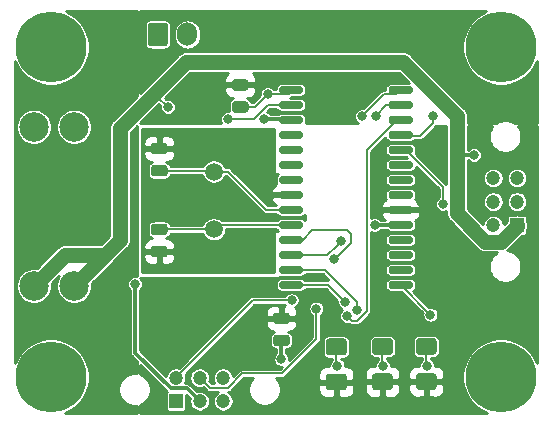
<source format=gtl>
G04 #@! TF.GenerationSoftware,KiCad,Pcbnew,(5.1.6)-1*
G04 #@! TF.CreationDate,2021-02-16T02:40:24-05:00*
G04 #@! TF.ProjectId,vent,76656e74-2e6b-4696-9361-645f70636258,rev?*
G04 #@! TF.SameCoordinates,Original*
G04 #@! TF.FileFunction,Copper,L1,Top*
G04 #@! TF.FilePolarity,Positive*
%FSLAX46Y46*%
G04 Gerber Fmt 4.6, Leading zero omitted, Abs format (unit mm)*
G04 Created by KiCad (PCBNEW (5.1.6)-1) date 2021-02-16 02:40:24*
%MOMM*%
%LPD*%
G01*
G04 APERTURE LIST*
G04 #@! TA.AperFunction,ComponentPad*
%ADD10C,6.000000*%
G04 #@! TD*
G04 #@! TA.AperFunction,ComponentPad*
%ADD11C,2.500000*%
G04 #@! TD*
G04 #@! TA.AperFunction,ComponentPad*
%ADD12C,1.500000*%
G04 #@! TD*
G04 #@! TA.AperFunction,ComponentPad*
%ADD13C,1.200000*%
G04 #@! TD*
G04 #@! TA.AperFunction,ComponentPad*
%ADD14R,1.200000X1.200000*%
G04 #@! TD*
G04 #@! TA.AperFunction,ComponentPad*
%ADD15O,1.700000X2.000000*%
G04 #@! TD*
G04 #@! TA.AperFunction,ViaPad*
%ADD16C,0.800000*%
G04 #@! TD*
G04 #@! TA.AperFunction,ViaPad*
%ADD17C,1.524000*%
G04 #@! TD*
G04 #@! TA.AperFunction,Conductor*
%ADD18C,1.270000*%
G04 #@! TD*
G04 #@! TA.AperFunction,Conductor*
%ADD19C,0.304800*%
G04 #@! TD*
G04 #@! TA.AperFunction,Conductor*
%ADD20C,0.203200*%
G04 #@! TD*
G04 #@! TA.AperFunction,Conductor*
%ADD21C,0.254000*%
G04 #@! TD*
G04 APERTURE END LIST*
D10*
X109220000Y-104140000D03*
D11*
X107775800Y-110896400D03*
X111175800Y-110896400D03*
X111175800Y-124366400D03*
X107775800Y-124366400D03*
D10*
X147320000Y-104140000D03*
X147320000Y-132080000D03*
X109220000Y-132080000D03*
D12*
X123012200Y-119561000D03*
X123012200Y-114681000D03*
G04 #@! TA.AperFunction,SMDPad,CuDef*
G36*
G01*
X137815000Y-107922200D02*
X137815000Y-107622200D01*
G75*
G02*
X137965000Y-107472200I150000J0D01*
G01*
X139715000Y-107472200D01*
G75*
G02*
X139865000Y-107622200I0J-150000D01*
G01*
X139865000Y-107922200D01*
G75*
G02*
X139715000Y-108072200I-150000J0D01*
G01*
X137965000Y-108072200D01*
G75*
G02*
X137815000Y-107922200I0J150000D01*
G01*
G37*
G04 #@! TD.AperFunction*
G04 #@! TA.AperFunction,SMDPad,CuDef*
G36*
G01*
X137815000Y-109192200D02*
X137815000Y-108892200D01*
G75*
G02*
X137965000Y-108742200I150000J0D01*
G01*
X139715000Y-108742200D01*
G75*
G02*
X139865000Y-108892200I0J-150000D01*
G01*
X139865000Y-109192200D01*
G75*
G02*
X139715000Y-109342200I-150000J0D01*
G01*
X137965000Y-109342200D01*
G75*
G02*
X137815000Y-109192200I0J150000D01*
G01*
G37*
G04 #@! TD.AperFunction*
G04 #@! TA.AperFunction,SMDPad,CuDef*
G36*
G01*
X137815000Y-110462200D02*
X137815000Y-110162200D01*
G75*
G02*
X137965000Y-110012200I150000J0D01*
G01*
X139715000Y-110012200D01*
G75*
G02*
X139865000Y-110162200I0J-150000D01*
G01*
X139865000Y-110462200D01*
G75*
G02*
X139715000Y-110612200I-150000J0D01*
G01*
X137965000Y-110612200D01*
G75*
G02*
X137815000Y-110462200I0J150000D01*
G01*
G37*
G04 #@! TD.AperFunction*
G04 #@! TA.AperFunction,SMDPad,CuDef*
G36*
G01*
X137815000Y-111732200D02*
X137815000Y-111432200D01*
G75*
G02*
X137965000Y-111282200I150000J0D01*
G01*
X139715000Y-111282200D01*
G75*
G02*
X139865000Y-111432200I0J-150000D01*
G01*
X139865000Y-111732200D01*
G75*
G02*
X139715000Y-111882200I-150000J0D01*
G01*
X137965000Y-111882200D01*
G75*
G02*
X137815000Y-111732200I0J150000D01*
G01*
G37*
G04 #@! TD.AperFunction*
G04 #@! TA.AperFunction,SMDPad,CuDef*
G36*
G01*
X137815000Y-113002200D02*
X137815000Y-112702200D01*
G75*
G02*
X137965000Y-112552200I150000J0D01*
G01*
X139715000Y-112552200D01*
G75*
G02*
X139865000Y-112702200I0J-150000D01*
G01*
X139865000Y-113002200D01*
G75*
G02*
X139715000Y-113152200I-150000J0D01*
G01*
X137965000Y-113152200D01*
G75*
G02*
X137815000Y-113002200I0J150000D01*
G01*
G37*
G04 #@! TD.AperFunction*
G04 #@! TA.AperFunction,SMDPad,CuDef*
G36*
G01*
X137815000Y-114272200D02*
X137815000Y-113972200D01*
G75*
G02*
X137965000Y-113822200I150000J0D01*
G01*
X139715000Y-113822200D01*
G75*
G02*
X139865000Y-113972200I0J-150000D01*
G01*
X139865000Y-114272200D01*
G75*
G02*
X139715000Y-114422200I-150000J0D01*
G01*
X137965000Y-114422200D01*
G75*
G02*
X137815000Y-114272200I0J150000D01*
G01*
G37*
G04 #@! TD.AperFunction*
G04 #@! TA.AperFunction,SMDPad,CuDef*
G36*
G01*
X137815000Y-115542200D02*
X137815000Y-115242200D01*
G75*
G02*
X137965000Y-115092200I150000J0D01*
G01*
X139715000Y-115092200D01*
G75*
G02*
X139865000Y-115242200I0J-150000D01*
G01*
X139865000Y-115542200D01*
G75*
G02*
X139715000Y-115692200I-150000J0D01*
G01*
X137965000Y-115692200D01*
G75*
G02*
X137815000Y-115542200I0J150000D01*
G01*
G37*
G04 #@! TD.AperFunction*
G04 #@! TA.AperFunction,SMDPad,CuDef*
G36*
G01*
X137815000Y-116812200D02*
X137815000Y-116512200D01*
G75*
G02*
X137965000Y-116362200I150000J0D01*
G01*
X139715000Y-116362200D01*
G75*
G02*
X139865000Y-116512200I0J-150000D01*
G01*
X139865000Y-116812200D01*
G75*
G02*
X139715000Y-116962200I-150000J0D01*
G01*
X137965000Y-116962200D01*
G75*
G02*
X137815000Y-116812200I0J150000D01*
G01*
G37*
G04 #@! TD.AperFunction*
G04 #@! TA.AperFunction,SMDPad,CuDef*
G36*
G01*
X137815000Y-118082200D02*
X137815000Y-117782200D01*
G75*
G02*
X137965000Y-117632200I150000J0D01*
G01*
X139715000Y-117632200D01*
G75*
G02*
X139865000Y-117782200I0J-150000D01*
G01*
X139865000Y-118082200D01*
G75*
G02*
X139715000Y-118232200I-150000J0D01*
G01*
X137965000Y-118232200D01*
G75*
G02*
X137815000Y-118082200I0J150000D01*
G01*
G37*
G04 #@! TD.AperFunction*
G04 #@! TA.AperFunction,SMDPad,CuDef*
G36*
G01*
X137815000Y-119352200D02*
X137815000Y-119052200D01*
G75*
G02*
X137965000Y-118902200I150000J0D01*
G01*
X139715000Y-118902200D01*
G75*
G02*
X139865000Y-119052200I0J-150000D01*
G01*
X139865000Y-119352200D01*
G75*
G02*
X139715000Y-119502200I-150000J0D01*
G01*
X137965000Y-119502200D01*
G75*
G02*
X137815000Y-119352200I0J150000D01*
G01*
G37*
G04 #@! TD.AperFunction*
G04 #@! TA.AperFunction,SMDPad,CuDef*
G36*
G01*
X137815000Y-120622200D02*
X137815000Y-120322200D01*
G75*
G02*
X137965000Y-120172200I150000J0D01*
G01*
X139715000Y-120172200D01*
G75*
G02*
X139865000Y-120322200I0J-150000D01*
G01*
X139865000Y-120622200D01*
G75*
G02*
X139715000Y-120772200I-150000J0D01*
G01*
X137965000Y-120772200D01*
G75*
G02*
X137815000Y-120622200I0J150000D01*
G01*
G37*
G04 #@! TD.AperFunction*
G04 #@! TA.AperFunction,SMDPad,CuDef*
G36*
G01*
X137815000Y-121892200D02*
X137815000Y-121592200D01*
G75*
G02*
X137965000Y-121442200I150000J0D01*
G01*
X139715000Y-121442200D01*
G75*
G02*
X139865000Y-121592200I0J-150000D01*
G01*
X139865000Y-121892200D01*
G75*
G02*
X139715000Y-122042200I-150000J0D01*
G01*
X137965000Y-122042200D01*
G75*
G02*
X137815000Y-121892200I0J150000D01*
G01*
G37*
G04 #@! TD.AperFunction*
G04 #@! TA.AperFunction,SMDPad,CuDef*
G36*
G01*
X137815000Y-123162200D02*
X137815000Y-122862200D01*
G75*
G02*
X137965000Y-122712200I150000J0D01*
G01*
X139715000Y-122712200D01*
G75*
G02*
X139865000Y-122862200I0J-150000D01*
G01*
X139865000Y-123162200D01*
G75*
G02*
X139715000Y-123312200I-150000J0D01*
G01*
X137965000Y-123312200D01*
G75*
G02*
X137815000Y-123162200I0J150000D01*
G01*
G37*
G04 #@! TD.AperFunction*
G04 #@! TA.AperFunction,SMDPad,CuDef*
G36*
G01*
X137815000Y-124432200D02*
X137815000Y-124132200D01*
G75*
G02*
X137965000Y-123982200I150000J0D01*
G01*
X139715000Y-123982200D01*
G75*
G02*
X139865000Y-124132200I0J-150000D01*
G01*
X139865000Y-124432200D01*
G75*
G02*
X139715000Y-124582200I-150000J0D01*
G01*
X137965000Y-124582200D01*
G75*
G02*
X137815000Y-124432200I0J150000D01*
G01*
G37*
G04 #@! TD.AperFunction*
G04 #@! TA.AperFunction,SMDPad,CuDef*
G36*
G01*
X128515000Y-124432200D02*
X128515000Y-124132200D01*
G75*
G02*
X128665000Y-123982200I150000J0D01*
G01*
X130415000Y-123982200D01*
G75*
G02*
X130565000Y-124132200I0J-150000D01*
G01*
X130565000Y-124432200D01*
G75*
G02*
X130415000Y-124582200I-150000J0D01*
G01*
X128665000Y-124582200D01*
G75*
G02*
X128515000Y-124432200I0J150000D01*
G01*
G37*
G04 #@! TD.AperFunction*
G04 #@! TA.AperFunction,SMDPad,CuDef*
G36*
G01*
X128515000Y-123162200D02*
X128515000Y-122862200D01*
G75*
G02*
X128665000Y-122712200I150000J0D01*
G01*
X130415000Y-122712200D01*
G75*
G02*
X130565000Y-122862200I0J-150000D01*
G01*
X130565000Y-123162200D01*
G75*
G02*
X130415000Y-123312200I-150000J0D01*
G01*
X128665000Y-123312200D01*
G75*
G02*
X128515000Y-123162200I0J150000D01*
G01*
G37*
G04 #@! TD.AperFunction*
G04 #@! TA.AperFunction,SMDPad,CuDef*
G36*
G01*
X128515000Y-121892200D02*
X128515000Y-121592200D01*
G75*
G02*
X128665000Y-121442200I150000J0D01*
G01*
X130415000Y-121442200D01*
G75*
G02*
X130565000Y-121592200I0J-150000D01*
G01*
X130565000Y-121892200D01*
G75*
G02*
X130415000Y-122042200I-150000J0D01*
G01*
X128665000Y-122042200D01*
G75*
G02*
X128515000Y-121892200I0J150000D01*
G01*
G37*
G04 #@! TD.AperFunction*
G04 #@! TA.AperFunction,SMDPad,CuDef*
G36*
G01*
X128515000Y-120622200D02*
X128515000Y-120322200D01*
G75*
G02*
X128665000Y-120172200I150000J0D01*
G01*
X130415000Y-120172200D01*
G75*
G02*
X130565000Y-120322200I0J-150000D01*
G01*
X130565000Y-120622200D01*
G75*
G02*
X130415000Y-120772200I-150000J0D01*
G01*
X128665000Y-120772200D01*
G75*
G02*
X128515000Y-120622200I0J150000D01*
G01*
G37*
G04 #@! TD.AperFunction*
G04 #@! TA.AperFunction,SMDPad,CuDef*
G36*
G01*
X128515000Y-119352200D02*
X128515000Y-119052200D01*
G75*
G02*
X128665000Y-118902200I150000J0D01*
G01*
X130415000Y-118902200D01*
G75*
G02*
X130565000Y-119052200I0J-150000D01*
G01*
X130565000Y-119352200D01*
G75*
G02*
X130415000Y-119502200I-150000J0D01*
G01*
X128665000Y-119502200D01*
G75*
G02*
X128515000Y-119352200I0J150000D01*
G01*
G37*
G04 #@! TD.AperFunction*
G04 #@! TA.AperFunction,SMDPad,CuDef*
G36*
G01*
X128515000Y-118082200D02*
X128515000Y-117782200D01*
G75*
G02*
X128665000Y-117632200I150000J0D01*
G01*
X130415000Y-117632200D01*
G75*
G02*
X130565000Y-117782200I0J-150000D01*
G01*
X130565000Y-118082200D01*
G75*
G02*
X130415000Y-118232200I-150000J0D01*
G01*
X128665000Y-118232200D01*
G75*
G02*
X128515000Y-118082200I0J150000D01*
G01*
G37*
G04 #@! TD.AperFunction*
G04 #@! TA.AperFunction,SMDPad,CuDef*
G36*
G01*
X128515000Y-116812200D02*
X128515000Y-116512200D01*
G75*
G02*
X128665000Y-116362200I150000J0D01*
G01*
X130415000Y-116362200D01*
G75*
G02*
X130565000Y-116512200I0J-150000D01*
G01*
X130565000Y-116812200D01*
G75*
G02*
X130415000Y-116962200I-150000J0D01*
G01*
X128665000Y-116962200D01*
G75*
G02*
X128515000Y-116812200I0J150000D01*
G01*
G37*
G04 #@! TD.AperFunction*
G04 #@! TA.AperFunction,SMDPad,CuDef*
G36*
G01*
X128515000Y-115542200D02*
X128515000Y-115242200D01*
G75*
G02*
X128665000Y-115092200I150000J0D01*
G01*
X130415000Y-115092200D01*
G75*
G02*
X130565000Y-115242200I0J-150000D01*
G01*
X130565000Y-115542200D01*
G75*
G02*
X130415000Y-115692200I-150000J0D01*
G01*
X128665000Y-115692200D01*
G75*
G02*
X128515000Y-115542200I0J150000D01*
G01*
G37*
G04 #@! TD.AperFunction*
G04 #@! TA.AperFunction,SMDPad,CuDef*
G36*
G01*
X128515000Y-114272200D02*
X128515000Y-113972200D01*
G75*
G02*
X128665000Y-113822200I150000J0D01*
G01*
X130415000Y-113822200D01*
G75*
G02*
X130565000Y-113972200I0J-150000D01*
G01*
X130565000Y-114272200D01*
G75*
G02*
X130415000Y-114422200I-150000J0D01*
G01*
X128665000Y-114422200D01*
G75*
G02*
X128515000Y-114272200I0J150000D01*
G01*
G37*
G04 #@! TD.AperFunction*
G04 #@! TA.AperFunction,SMDPad,CuDef*
G36*
G01*
X128515000Y-113002200D02*
X128515000Y-112702200D01*
G75*
G02*
X128665000Y-112552200I150000J0D01*
G01*
X130415000Y-112552200D01*
G75*
G02*
X130565000Y-112702200I0J-150000D01*
G01*
X130565000Y-113002200D01*
G75*
G02*
X130415000Y-113152200I-150000J0D01*
G01*
X128665000Y-113152200D01*
G75*
G02*
X128515000Y-113002200I0J150000D01*
G01*
G37*
G04 #@! TD.AperFunction*
G04 #@! TA.AperFunction,SMDPad,CuDef*
G36*
G01*
X128515000Y-111732200D02*
X128515000Y-111432200D01*
G75*
G02*
X128665000Y-111282200I150000J0D01*
G01*
X130415000Y-111282200D01*
G75*
G02*
X130565000Y-111432200I0J-150000D01*
G01*
X130565000Y-111732200D01*
G75*
G02*
X130415000Y-111882200I-150000J0D01*
G01*
X128665000Y-111882200D01*
G75*
G02*
X128515000Y-111732200I0J150000D01*
G01*
G37*
G04 #@! TD.AperFunction*
G04 #@! TA.AperFunction,SMDPad,CuDef*
G36*
G01*
X128515000Y-110462200D02*
X128515000Y-110162200D01*
G75*
G02*
X128665000Y-110012200I150000J0D01*
G01*
X130415000Y-110012200D01*
G75*
G02*
X130565000Y-110162200I0J-150000D01*
G01*
X130565000Y-110462200D01*
G75*
G02*
X130415000Y-110612200I-150000J0D01*
G01*
X128665000Y-110612200D01*
G75*
G02*
X128515000Y-110462200I0J150000D01*
G01*
G37*
G04 #@! TD.AperFunction*
G04 #@! TA.AperFunction,SMDPad,CuDef*
G36*
G01*
X128515000Y-109192200D02*
X128515000Y-108892200D01*
G75*
G02*
X128665000Y-108742200I150000J0D01*
G01*
X130415000Y-108742200D01*
G75*
G02*
X130565000Y-108892200I0J-150000D01*
G01*
X130565000Y-109192200D01*
G75*
G02*
X130415000Y-109342200I-150000J0D01*
G01*
X128665000Y-109342200D01*
G75*
G02*
X128515000Y-109192200I0J150000D01*
G01*
G37*
G04 #@! TD.AperFunction*
G04 #@! TA.AperFunction,SMDPad,CuDef*
G36*
G01*
X128515000Y-107922200D02*
X128515000Y-107622200D01*
G75*
G02*
X128665000Y-107472200I150000J0D01*
G01*
X130415000Y-107472200D01*
G75*
G02*
X130565000Y-107622200I0J-150000D01*
G01*
X130565000Y-107922200D01*
G75*
G02*
X130415000Y-108072200I-150000J0D01*
G01*
X128665000Y-108072200D01*
G75*
G02*
X128515000Y-107922200I0J150000D01*
G01*
G37*
G04 #@! TD.AperFunction*
G04 #@! TA.AperFunction,SMDPad,CuDef*
G36*
G01*
X124791150Y-106857500D02*
X125703650Y-106857500D01*
G75*
G02*
X125947400Y-107101250I0J-243750D01*
G01*
X125947400Y-107588750D01*
G75*
G02*
X125703650Y-107832500I-243750J0D01*
G01*
X124791150Y-107832500D01*
G75*
G02*
X124547400Y-107588750I0J243750D01*
G01*
X124547400Y-107101250D01*
G75*
G02*
X124791150Y-106857500I243750J0D01*
G01*
G37*
G04 #@! TD.AperFunction*
G04 #@! TA.AperFunction,SMDPad,CuDef*
G36*
G01*
X124791150Y-108732500D02*
X125703650Y-108732500D01*
G75*
G02*
X125947400Y-108976250I0J-243750D01*
G01*
X125947400Y-109463750D01*
G75*
G02*
X125703650Y-109707500I-243750J0D01*
G01*
X124791150Y-109707500D01*
G75*
G02*
X124547400Y-109463750I0J243750D01*
G01*
X124547400Y-108976250D01*
G75*
G02*
X124791150Y-108732500I243750J0D01*
G01*
G37*
G04 #@! TD.AperFunction*
D13*
X146675600Y-119221000D03*
X146675600Y-117221000D03*
X146675600Y-115221000D03*
X148675600Y-115221000D03*
D14*
X148675600Y-119221000D03*
D13*
X148675600Y-117221000D03*
X119799600Y-132130800D03*
X121799600Y-132130800D03*
X123799600Y-132130800D03*
X123799600Y-134130800D03*
D14*
X119799600Y-134130800D03*
D13*
X121799600Y-134130800D03*
D15*
X120777000Y-103073200D03*
G04 #@! TA.AperFunction,ComponentPad*
G36*
G01*
X117427000Y-103823200D02*
X117427000Y-102323200D01*
G75*
G02*
X117677000Y-102073200I250000J0D01*
G01*
X118877000Y-102073200D01*
G75*
G02*
X119127000Y-102323200I0J-250000D01*
G01*
X119127000Y-103823200D01*
G75*
G02*
X118877000Y-104073200I-250000J0D01*
G01*
X117677000Y-104073200D01*
G75*
G02*
X117427000Y-103823200I0J250000D01*
G01*
G37*
G04 #@! TD.AperFunction*
G04 #@! TA.AperFunction,SMDPad,CuDef*
G36*
G01*
X132750400Y-131788200D02*
X134000400Y-131788200D01*
G75*
G02*
X134250400Y-132038200I0J-250000D01*
G01*
X134250400Y-132963200D01*
G75*
G02*
X134000400Y-133213200I-250000J0D01*
G01*
X132750400Y-133213200D01*
G75*
G02*
X132500400Y-132963200I0J250000D01*
G01*
X132500400Y-132038200D01*
G75*
G02*
X132750400Y-131788200I250000J0D01*
G01*
G37*
G04 #@! TD.AperFunction*
G04 #@! TA.AperFunction,SMDPad,CuDef*
G36*
G01*
X132750400Y-128813200D02*
X134000400Y-128813200D01*
G75*
G02*
X134250400Y-129063200I0J-250000D01*
G01*
X134250400Y-129988200D01*
G75*
G02*
X134000400Y-130238200I-250000J0D01*
G01*
X132750400Y-130238200D01*
G75*
G02*
X132500400Y-129988200I0J250000D01*
G01*
X132500400Y-129063200D01*
G75*
G02*
X132750400Y-128813200I250000J0D01*
G01*
G37*
G04 #@! TD.AperFunction*
G04 #@! TA.AperFunction,SMDPad,CuDef*
G36*
G01*
X136662000Y-131762800D02*
X137912000Y-131762800D01*
G75*
G02*
X138162000Y-132012800I0J-250000D01*
G01*
X138162000Y-132937800D01*
G75*
G02*
X137912000Y-133187800I-250000J0D01*
G01*
X136662000Y-133187800D01*
G75*
G02*
X136412000Y-132937800I0J250000D01*
G01*
X136412000Y-132012800D01*
G75*
G02*
X136662000Y-131762800I250000J0D01*
G01*
G37*
G04 #@! TD.AperFunction*
G04 #@! TA.AperFunction,SMDPad,CuDef*
G36*
G01*
X136662000Y-128787800D02*
X137912000Y-128787800D01*
G75*
G02*
X138162000Y-129037800I0J-250000D01*
G01*
X138162000Y-129962800D01*
G75*
G02*
X137912000Y-130212800I-250000J0D01*
G01*
X136662000Y-130212800D01*
G75*
G02*
X136412000Y-129962800I0J250000D01*
G01*
X136412000Y-129037800D01*
G75*
G02*
X136662000Y-128787800I250000J0D01*
G01*
G37*
G04 #@! TD.AperFunction*
G04 #@! TA.AperFunction,SMDPad,CuDef*
G36*
G01*
X140370400Y-131748500D02*
X141620400Y-131748500D01*
G75*
G02*
X141870400Y-131998500I0J-250000D01*
G01*
X141870400Y-132923500D01*
G75*
G02*
X141620400Y-133173500I-250000J0D01*
G01*
X140370400Y-133173500D01*
G75*
G02*
X140120400Y-132923500I0J250000D01*
G01*
X140120400Y-131998500D01*
G75*
G02*
X140370400Y-131748500I250000J0D01*
G01*
G37*
G04 #@! TD.AperFunction*
G04 #@! TA.AperFunction,SMDPad,CuDef*
G36*
G01*
X140370400Y-128773500D02*
X141620400Y-128773500D01*
G75*
G02*
X141870400Y-129023500I0J-250000D01*
G01*
X141870400Y-129948500D01*
G75*
G02*
X141620400Y-130198500I-250000J0D01*
G01*
X140370400Y-130198500D01*
G75*
G02*
X140120400Y-129948500I0J250000D01*
G01*
X140120400Y-129023500D01*
G75*
G02*
X140370400Y-128773500I250000J0D01*
G01*
G37*
G04 #@! TD.AperFunction*
G04 #@! TA.AperFunction,SMDPad,CuDef*
G36*
G01*
X118845650Y-121945700D02*
X117933150Y-121945700D01*
G75*
G02*
X117689400Y-121701950I0J243750D01*
G01*
X117689400Y-121214450D01*
G75*
G02*
X117933150Y-120970700I243750J0D01*
G01*
X118845650Y-120970700D01*
G75*
G02*
X119089400Y-121214450I0J-243750D01*
G01*
X119089400Y-121701950D01*
G75*
G02*
X118845650Y-121945700I-243750J0D01*
G01*
G37*
G04 #@! TD.AperFunction*
G04 #@! TA.AperFunction,SMDPad,CuDef*
G36*
G01*
X118845650Y-120070700D02*
X117933150Y-120070700D01*
G75*
G02*
X117689400Y-119826950I0J243750D01*
G01*
X117689400Y-119339450D01*
G75*
G02*
X117933150Y-119095700I243750J0D01*
G01*
X118845650Y-119095700D01*
G75*
G02*
X119089400Y-119339450I0J-243750D01*
G01*
X119089400Y-119826950D01*
G75*
G02*
X118845650Y-120070700I-243750J0D01*
G01*
G37*
G04 #@! TD.AperFunction*
G04 #@! TA.AperFunction,SMDPad,CuDef*
G36*
G01*
X118845650Y-113217300D02*
X117933150Y-113217300D01*
G75*
G02*
X117689400Y-112973550I0J243750D01*
G01*
X117689400Y-112486050D01*
G75*
G02*
X117933150Y-112242300I243750J0D01*
G01*
X118845650Y-112242300D01*
G75*
G02*
X119089400Y-112486050I0J-243750D01*
G01*
X119089400Y-112973550D01*
G75*
G02*
X118845650Y-113217300I-243750J0D01*
G01*
G37*
G04 #@! TD.AperFunction*
G04 #@! TA.AperFunction,SMDPad,CuDef*
G36*
G01*
X118845650Y-115092300D02*
X117933150Y-115092300D01*
G75*
G02*
X117689400Y-114848550I0J243750D01*
G01*
X117689400Y-114361050D01*
G75*
G02*
X117933150Y-114117300I243750J0D01*
G01*
X118845650Y-114117300D01*
G75*
G02*
X119089400Y-114361050I0J-243750D01*
G01*
X119089400Y-114848550D01*
G75*
G02*
X118845650Y-115092300I-243750J0D01*
G01*
G37*
G04 #@! TD.AperFunction*
G04 #@! TA.AperFunction,SMDPad,CuDef*
G36*
G01*
X129183450Y-127589100D02*
X128270950Y-127589100D01*
G75*
G02*
X128027200Y-127345350I0J243750D01*
G01*
X128027200Y-126857850D01*
G75*
G02*
X128270950Y-126614100I243750J0D01*
G01*
X129183450Y-126614100D01*
G75*
G02*
X129427200Y-126857850I0J-243750D01*
G01*
X129427200Y-127345350D01*
G75*
G02*
X129183450Y-127589100I-243750J0D01*
G01*
G37*
G04 #@! TD.AperFunction*
G04 #@! TA.AperFunction,SMDPad,CuDef*
G36*
G01*
X129183450Y-129464100D02*
X128270950Y-129464100D01*
G75*
G02*
X128027200Y-129220350I0J243750D01*
G01*
X128027200Y-128732850D01*
G75*
G02*
X128270950Y-128489100I243750J0D01*
G01*
X129183450Y-128489100D01*
G75*
G02*
X129427200Y-128732850I0J-243750D01*
G01*
X129427200Y-129220350D01*
G75*
G02*
X129183450Y-129464100I-243750J0D01*
G01*
G37*
G04 #@! TD.AperFunction*
D16*
X133096000Y-107696000D03*
D17*
X108458000Y-120396000D03*
D16*
X141503400Y-106121200D03*
X141808200Y-120573800D03*
X131699000Y-110058200D03*
X131342397Y-125392660D03*
X141427200Y-124409200D03*
X140589000Y-117221000D03*
X120015000Y-124231400D03*
X126034800Y-127228600D03*
X133096000Y-103378000D03*
X136626600Y-119202200D03*
X119456200Y-111455200D03*
X118491000Y-111455200D03*
X117500400Y-111455200D03*
X117373400Y-122809000D03*
X118338600Y-122809000D03*
X119354600Y-122834400D03*
X120345200Y-122834400D03*
X121259600Y-122834400D03*
X124739400Y-122809000D03*
X125679200Y-122783600D03*
X120370600Y-111455200D03*
X121259600Y-111455200D03*
X124942600Y-111429800D03*
X125882400Y-111455200D03*
X128727204Y-130581400D03*
X141071600Y-131114800D03*
X137337800Y-131140200D03*
X133477000Y-131114800D03*
X116332000Y-124206000D03*
X129590800Y-125577600D03*
X131685286Y-126281207D03*
X127565416Y-108095784D03*
X135534400Y-110007400D03*
X136702800Y-109956600D03*
X142417800Y-117424198D03*
X141554200Y-110007400D03*
X124206000Y-110236000D03*
X141351000Y-126796800D03*
X134137400Y-125730000D03*
X135102600Y-126384000D03*
X127298709Y-110255309D03*
X133172200Y-122123200D03*
X133807200Y-120548400D03*
X134302183Y-126900141D03*
X119126000Y-109220000D03*
X145034000Y-113284000D03*
D18*
X145542000Y-109220000D02*
X145542000Y-111760000D01*
X117348000Y-105918000D02*
X114808000Y-105918000D01*
D19*
X138840000Y-119202200D02*
X136626600Y-119202200D01*
X128727200Y-128976600D02*
X128727200Y-130581396D01*
X128727200Y-130581396D02*
X128727204Y-130581400D01*
D20*
X118389400Y-114604800D02*
X123418600Y-114604800D01*
X123012200Y-114681000D02*
X124206000Y-114681000D01*
X124206000Y-114681000D02*
X127457200Y-117932200D01*
X127457200Y-117932200D02*
X129895600Y-117932200D01*
X118389400Y-119583200D02*
X123393200Y-119583200D01*
X129540000Y-119202200D02*
X123393200Y-119202200D01*
X140995400Y-129486000D02*
X140995400Y-131038600D01*
X140995400Y-131038600D02*
X141071600Y-131114800D01*
X137287000Y-131089400D02*
X137337800Y-131140200D01*
X137287000Y-129500300D02*
X137287000Y-131089400D01*
X133375400Y-131013200D02*
X133477000Y-131114800D01*
X133375400Y-129525700D02*
X133375400Y-131013200D01*
D19*
X119365295Y-133035601D02*
X116332000Y-130002306D01*
X121799600Y-134130800D02*
X120704401Y-133035601D01*
X120704401Y-133035601D02*
X119365295Y-133035601D01*
X116332000Y-130002306D02*
X116332000Y-124206000D01*
D20*
X126288800Y-125577600D02*
X129025115Y-125577600D01*
X119735600Y-132130800D02*
X126288800Y-125577600D01*
X129025115Y-125577600D02*
X129590800Y-125577600D01*
X122672401Y-132984801D02*
X124209521Y-132984801D01*
X124209521Y-132984801D02*
X125417523Y-131776799D01*
X131685286Y-126846892D02*
X131685286Y-126281207D01*
X131685286Y-128885836D02*
X131685286Y-126846892D01*
X128794323Y-131776799D02*
X131685286Y-128885836D01*
X121818400Y-132130800D02*
X122672401Y-132984801D01*
X125417523Y-131776799D02*
X128794323Y-131776799D01*
X125247400Y-109194600D02*
X126466600Y-109194600D01*
X129368816Y-108095784D02*
X128131101Y-108095784D01*
X129667000Y-107797600D02*
X129368816Y-108095784D01*
X128131101Y-108095784D02*
X127565416Y-108095784D01*
X126466600Y-109194600D02*
X127565416Y-108095784D01*
X137398890Y-108142910D02*
X135534400Y-110007400D01*
X138840000Y-107772200D02*
X138469290Y-108142910D01*
X138469290Y-108142910D02*
X137398890Y-108142910D01*
X136702800Y-109956600D02*
X137617200Y-109042200D01*
X137617200Y-109042200D02*
X139344400Y-109042200D01*
X142417800Y-116858513D02*
X142417800Y-117424198D01*
X142417800Y-116027200D02*
X142417800Y-116858513D01*
X139192000Y-112801400D02*
X142417800Y-116027200D01*
X141554200Y-110573085D02*
X140494285Y-111633000D01*
X141554200Y-110007400D02*
X141554200Y-110573085D01*
X140494285Y-111633000D02*
X139369800Y-111633000D01*
X126393122Y-110236000D02*
X124771685Y-110236000D01*
X129540000Y-109042200D02*
X127586922Y-109042200D01*
X124771685Y-110236000D02*
X124206000Y-110236000D01*
X127586922Y-109042200D02*
X126393122Y-110236000D01*
X138840000Y-124282200D02*
X141351000Y-126793200D01*
X141351000Y-126793200D02*
X141351000Y-126796800D01*
X134137400Y-125730000D02*
X132664200Y-124256800D01*
X132664200Y-124256800D02*
X129032000Y-124256800D01*
X132387522Y-123012200D02*
X129311400Y-123012200D01*
X135102600Y-126384000D02*
X135102600Y-125727278D01*
X135102600Y-125727278D02*
X132387522Y-123012200D01*
D19*
X127298709Y-110255309D02*
X129686309Y-110255309D01*
D20*
X133572199Y-121723201D02*
X133172200Y-122123200D01*
X129387600Y-120497600D02*
X130531595Y-120497600D01*
X131363397Y-119665798D02*
X134248122Y-119665798D01*
X134588202Y-120005878D02*
X134588202Y-120707198D01*
X134248122Y-119665798D02*
X134588202Y-120005878D01*
X130531595Y-120497600D02*
X131363397Y-119665798D01*
X134588202Y-120707198D02*
X133572199Y-121723201D01*
X129616200Y-121767600D02*
X132588000Y-121767600D01*
X132588000Y-121767600D02*
X133407201Y-120948399D01*
X133407201Y-120948399D02*
X133807200Y-120548400D01*
X135972599Y-112853243D02*
X138513642Y-110312200D01*
X135972599Y-126481923D02*
X135972599Y-112853243D01*
X135154382Y-127300140D02*
X135972599Y-126481923D01*
X134302183Y-126900141D02*
X134702182Y-127300140D01*
X134702182Y-127300140D02*
X135154382Y-127300140D01*
X138513642Y-110312200D02*
X138938000Y-110312200D01*
D18*
X146009647Y-120608401D02*
X143605201Y-118203955D01*
X147341553Y-120608401D02*
X146009647Y-120608401D01*
X148675600Y-119221000D02*
X148675600Y-119274354D01*
X148675600Y-119274354D02*
X147341553Y-120608401D01*
X143605201Y-109980355D02*
X139034846Y-105410000D01*
X139034846Y-105410000D02*
X120650000Y-105410000D01*
X115062000Y-110998000D02*
X115062000Y-120480200D01*
X110434100Y-121708100D02*
X113834100Y-121708100D01*
X115062000Y-120480200D02*
X113834100Y-121708100D01*
X107775800Y-124366400D02*
X110434100Y-121708100D01*
X113834100Y-121708100D02*
X111175800Y-124366400D01*
D20*
X118237000Y-108331000D02*
X118237000Y-107823000D01*
D18*
X120650000Y-105410000D02*
X118237000Y-107823000D01*
D20*
X119126000Y-109220000D02*
X118237000Y-108331000D01*
D18*
X118237000Y-107823000D02*
X115062000Y-110998000D01*
D19*
X143764000Y-113284000D02*
X143605201Y-113125201D01*
X145034000Y-113284000D02*
X143764000Y-113284000D01*
D18*
X143605201Y-118203955D02*
X143605201Y-113125201D01*
X143605201Y-113125201D02*
X143605201Y-109980355D01*
D21*
G36*
X128117600Y-114731800D02*
G01*
X128120040Y-114756576D01*
X128127267Y-114780401D01*
X128139003Y-114802357D01*
X128154797Y-114821603D01*
X128174043Y-114837397D01*
X128195999Y-114849133D01*
X128219824Y-114856360D01*
X128244600Y-114858800D01*
X128472916Y-114858800D01*
X128425688Y-114884044D01*
X128360413Y-114937613D01*
X128306844Y-115002888D01*
X128267038Y-115077359D01*
X128242526Y-115158165D01*
X128234249Y-115242200D01*
X128234249Y-115542200D01*
X128242526Y-115626235D01*
X128267038Y-115707041D01*
X128297764Y-115764525D01*
X128270820Y-115772698D01*
X128160506Y-115831663D01*
X128063815Y-115911015D01*
X127984463Y-116007706D01*
X127925498Y-116118020D01*
X127889188Y-116237718D01*
X127876928Y-116362200D01*
X127880000Y-116376450D01*
X128038750Y-116535200D01*
X129413000Y-116535200D01*
X129413000Y-116515200D01*
X129667000Y-116515200D01*
X129667000Y-116535200D01*
X129687000Y-116535200D01*
X129687000Y-116789200D01*
X129667000Y-116789200D01*
X129667000Y-116809200D01*
X129413000Y-116809200D01*
X129413000Y-116789200D01*
X128038750Y-116789200D01*
X127880000Y-116947950D01*
X127876928Y-116962200D01*
X127889188Y-117086682D01*
X127925498Y-117206380D01*
X127984463Y-117316694D01*
X128063815Y-117413385D01*
X128160506Y-117492737D01*
X128269881Y-117551200D01*
X127615015Y-117551200D01*
X124488646Y-114424832D01*
X124476711Y-114410289D01*
X124418696Y-114362678D01*
X124352508Y-114327299D01*
X124280689Y-114305513D01*
X124224713Y-114300000D01*
X124224710Y-114300000D01*
X124206000Y-114298157D01*
X124187290Y-114300000D01*
X123968600Y-114300000D01*
X123924443Y-114193396D01*
X123811787Y-114024796D01*
X123668404Y-113881413D01*
X123499804Y-113768757D01*
X123312465Y-113691159D01*
X123113587Y-113651600D01*
X122910813Y-113651600D01*
X122711935Y-113691159D01*
X122524596Y-113768757D01*
X122355996Y-113881413D01*
X122212613Y-114024796D01*
X122099957Y-114193396D01*
X122087363Y-114223800D01*
X119349479Y-114223800D01*
X119330226Y-114160332D01*
X119281757Y-114069653D01*
X119216528Y-113990172D01*
X119137047Y-113924943D01*
X119046368Y-113876474D01*
X118973982Y-113854516D01*
X119089400Y-113855372D01*
X119213882Y-113843112D01*
X119333580Y-113806802D01*
X119443894Y-113747837D01*
X119540585Y-113668485D01*
X119619937Y-113571794D01*
X119678902Y-113461480D01*
X119715212Y-113341782D01*
X119727472Y-113217300D01*
X119724400Y-113015550D01*
X119565650Y-112856800D01*
X118516400Y-112856800D01*
X118516400Y-112876800D01*
X118262400Y-112876800D01*
X118262400Y-112856800D01*
X117213150Y-112856800D01*
X117054400Y-113015550D01*
X117051328Y-113217300D01*
X117063588Y-113341782D01*
X117099898Y-113461480D01*
X117158863Y-113571794D01*
X117238215Y-113668485D01*
X117334906Y-113747837D01*
X117445220Y-113806802D01*
X117564918Y-113843112D01*
X117689400Y-113855372D01*
X117804818Y-113854516D01*
X117732432Y-113876474D01*
X117641753Y-113924943D01*
X117562272Y-113990172D01*
X117497043Y-114069653D01*
X117448574Y-114160332D01*
X117418727Y-114258725D01*
X117408649Y-114361050D01*
X117408649Y-114848550D01*
X117418727Y-114950875D01*
X117448574Y-115049268D01*
X117497043Y-115139947D01*
X117562272Y-115219428D01*
X117641753Y-115284657D01*
X117732432Y-115333126D01*
X117830825Y-115362973D01*
X117933150Y-115373051D01*
X118845650Y-115373051D01*
X118947975Y-115362973D01*
X119046368Y-115333126D01*
X119137047Y-115284657D01*
X119216528Y-115219428D01*
X119281757Y-115139947D01*
X119330226Y-115049268D01*
X119349479Y-114985800D01*
X122024237Y-114985800D01*
X122099957Y-115168604D01*
X122212613Y-115337204D01*
X122355996Y-115480587D01*
X122524596Y-115593243D01*
X122711935Y-115670841D01*
X122910813Y-115710400D01*
X123113587Y-115710400D01*
X123312465Y-115670841D01*
X123499804Y-115593243D01*
X123668404Y-115480587D01*
X123811787Y-115337204D01*
X123924443Y-115168604D01*
X123968600Y-115062000D01*
X124048186Y-115062000D01*
X127174559Y-118188374D01*
X127186489Y-118202911D01*
X127201024Y-118214839D01*
X127244503Y-118250522D01*
X127310692Y-118285901D01*
X127382511Y-118307687D01*
X127438487Y-118313200D01*
X127438489Y-118313200D01*
X127457199Y-118315043D01*
X127475909Y-118313200D01*
X128302401Y-118313200D01*
X128306844Y-118321512D01*
X128360413Y-118386787D01*
X128425688Y-118440356D01*
X128500159Y-118480162D01*
X128580965Y-118504674D01*
X128665000Y-118512951D01*
X130415000Y-118512951D01*
X130499035Y-118504674D01*
X130579841Y-118480162D01*
X130654312Y-118440356D01*
X130719587Y-118386787D01*
X130733800Y-118369468D01*
X130733800Y-118764932D01*
X130719587Y-118747613D01*
X130654312Y-118694044D01*
X130579841Y-118654238D01*
X130499035Y-118629726D01*
X130415000Y-118621449D01*
X128665000Y-118621449D01*
X128580965Y-118629726D01*
X128500159Y-118654238D01*
X128425688Y-118694044D01*
X128360413Y-118747613D01*
X128306844Y-118812888D01*
X128302401Y-118821200D01*
X123728191Y-118821200D01*
X123668404Y-118761413D01*
X123499804Y-118648757D01*
X123312465Y-118571159D01*
X123113587Y-118531600D01*
X122910813Y-118531600D01*
X122711935Y-118571159D01*
X122524596Y-118648757D01*
X122355996Y-118761413D01*
X122212613Y-118904796D01*
X122099957Y-119073396D01*
X122046605Y-119202200D01*
X119349479Y-119202200D01*
X119330226Y-119138732D01*
X119281757Y-119048053D01*
X119216528Y-118968572D01*
X119137047Y-118903343D01*
X119046368Y-118854874D01*
X118947975Y-118825027D01*
X118845650Y-118814949D01*
X117933150Y-118814949D01*
X117830825Y-118825027D01*
X117732432Y-118854874D01*
X117641753Y-118903343D01*
X117562272Y-118968572D01*
X117497043Y-119048053D01*
X117448574Y-119138732D01*
X117418727Y-119237125D01*
X117408649Y-119339450D01*
X117408649Y-119826950D01*
X117418727Y-119929275D01*
X117448574Y-120027668D01*
X117497043Y-120118347D01*
X117562272Y-120197828D01*
X117641753Y-120263057D01*
X117732432Y-120311526D01*
X117804818Y-120333484D01*
X117689400Y-120332628D01*
X117564918Y-120344888D01*
X117445220Y-120381198D01*
X117334906Y-120440163D01*
X117238215Y-120519515D01*
X117158863Y-120616206D01*
X117099898Y-120726520D01*
X117063588Y-120846218D01*
X117051328Y-120970700D01*
X117054400Y-121172450D01*
X117213150Y-121331200D01*
X118262400Y-121331200D01*
X118262400Y-121311200D01*
X118516400Y-121311200D01*
X118516400Y-121331200D01*
X119565650Y-121331200D01*
X119724400Y-121172450D01*
X119727472Y-120970700D01*
X119715212Y-120846218D01*
X119678902Y-120726520D01*
X119619937Y-120616206D01*
X119540585Y-120519515D01*
X119443894Y-120440163D01*
X119333580Y-120381198D01*
X119213882Y-120344888D01*
X119089400Y-120332628D01*
X118973982Y-120333484D01*
X119046368Y-120311526D01*
X119137047Y-120263057D01*
X119216528Y-120197828D01*
X119281757Y-120118347D01*
X119330226Y-120027668D01*
X119349479Y-119964200D01*
X122064996Y-119964200D01*
X122099957Y-120048604D01*
X122212613Y-120217204D01*
X122355996Y-120360587D01*
X122524596Y-120473243D01*
X122711935Y-120550841D01*
X122910813Y-120590400D01*
X123113587Y-120590400D01*
X123312465Y-120550841D01*
X123499804Y-120473243D01*
X123668404Y-120360587D01*
X123811787Y-120217204D01*
X123924443Y-120048604D01*
X124002041Y-119861265D01*
X124041600Y-119662387D01*
X124041600Y-119583200D01*
X128302401Y-119583200D01*
X128306844Y-119591512D01*
X128360413Y-119656787D01*
X128425498Y-119710200D01*
X128244600Y-119710200D01*
X128219824Y-119712640D01*
X128195999Y-119719867D01*
X128174043Y-119731603D01*
X128154797Y-119747397D01*
X128139003Y-119766643D01*
X128127267Y-119788599D01*
X128120040Y-119812424D01*
X128117600Y-119837200D01*
X128117600Y-123215400D01*
X116967000Y-123215400D01*
X116967000Y-121945700D01*
X117051328Y-121945700D01*
X117063588Y-122070182D01*
X117099898Y-122189880D01*
X117158863Y-122300194D01*
X117238215Y-122396885D01*
X117334906Y-122476237D01*
X117445220Y-122535202D01*
X117564918Y-122571512D01*
X117689400Y-122583772D01*
X118103650Y-122580700D01*
X118262400Y-122421950D01*
X118262400Y-121585200D01*
X118516400Y-121585200D01*
X118516400Y-122421950D01*
X118675150Y-122580700D01*
X119089400Y-122583772D01*
X119213882Y-122571512D01*
X119333580Y-122535202D01*
X119443894Y-122476237D01*
X119540585Y-122396885D01*
X119619937Y-122300194D01*
X119678902Y-122189880D01*
X119715212Y-122070182D01*
X119727472Y-121945700D01*
X119724400Y-121743950D01*
X119565650Y-121585200D01*
X118516400Y-121585200D01*
X118262400Y-121585200D01*
X117213150Y-121585200D01*
X117054400Y-121743950D01*
X117051328Y-121945700D01*
X116967000Y-121945700D01*
X116967000Y-112242300D01*
X117051328Y-112242300D01*
X117054400Y-112444050D01*
X117213150Y-112602800D01*
X118262400Y-112602800D01*
X118262400Y-111766050D01*
X118516400Y-111766050D01*
X118516400Y-112602800D01*
X119565650Y-112602800D01*
X119724400Y-112444050D01*
X119727472Y-112242300D01*
X119715212Y-112117818D01*
X119678902Y-111998120D01*
X119619937Y-111887806D01*
X119540585Y-111791115D01*
X119443894Y-111711763D01*
X119333580Y-111652798D01*
X119213882Y-111616488D01*
X119089400Y-111604228D01*
X118675150Y-111607300D01*
X118516400Y-111766050D01*
X118262400Y-111766050D01*
X118103650Y-111607300D01*
X117689400Y-111604228D01*
X117564918Y-111616488D01*
X117445220Y-111652798D01*
X117334906Y-111711763D01*
X117238215Y-111791115D01*
X117158863Y-111887806D01*
X117099898Y-111998120D01*
X117063588Y-112117818D01*
X117051328Y-112242300D01*
X116967000Y-112242300D01*
X116967000Y-111048800D01*
X128117600Y-111048800D01*
X128117600Y-114731800D01*
G37*
X128117600Y-114731800D02*
X128120040Y-114756576D01*
X128127267Y-114780401D01*
X128139003Y-114802357D01*
X128154797Y-114821603D01*
X128174043Y-114837397D01*
X128195999Y-114849133D01*
X128219824Y-114856360D01*
X128244600Y-114858800D01*
X128472916Y-114858800D01*
X128425688Y-114884044D01*
X128360413Y-114937613D01*
X128306844Y-115002888D01*
X128267038Y-115077359D01*
X128242526Y-115158165D01*
X128234249Y-115242200D01*
X128234249Y-115542200D01*
X128242526Y-115626235D01*
X128267038Y-115707041D01*
X128297764Y-115764525D01*
X128270820Y-115772698D01*
X128160506Y-115831663D01*
X128063815Y-115911015D01*
X127984463Y-116007706D01*
X127925498Y-116118020D01*
X127889188Y-116237718D01*
X127876928Y-116362200D01*
X127880000Y-116376450D01*
X128038750Y-116535200D01*
X129413000Y-116535200D01*
X129413000Y-116515200D01*
X129667000Y-116515200D01*
X129667000Y-116535200D01*
X129687000Y-116535200D01*
X129687000Y-116789200D01*
X129667000Y-116789200D01*
X129667000Y-116809200D01*
X129413000Y-116809200D01*
X129413000Y-116789200D01*
X128038750Y-116789200D01*
X127880000Y-116947950D01*
X127876928Y-116962200D01*
X127889188Y-117086682D01*
X127925498Y-117206380D01*
X127984463Y-117316694D01*
X128063815Y-117413385D01*
X128160506Y-117492737D01*
X128269881Y-117551200D01*
X127615015Y-117551200D01*
X124488646Y-114424832D01*
X124476711Y-114410289D01*
X124418696Y-114362678D01*
X124352508Y-114327299D01*
X124280689Y-114305513D01*
X124224713Y-114300000D01*
X124224710Y-114300000D01*
X124206000Y-114298157D01*
X124187290Y-114300000D01*
X123968600Y-114300000D01*
X123924443Y-114193396D01*
X123811787Y-114024796D01*
X123668404Y-113881413D01*
X123499804Y-113768757D01*
X123312465Y-113691159D01*
X123113587Y-113651600D01*
X122910813Y-113651600D01*
X122711935Y-113691159D01*
X122524596Y-113768757D01*
X122355996Y-113881413D01*
X122212613Y-114024796D01*
X122099957Y-114193396D01*
X122087363Y-114223800D01*
X119349479Y-114223800D01*
X119330226Y-114160332D01*
X119281757Y-114069653D01*
X119216528Y-113990172D01*
X119137047Y-113924943D01*
X119046368Y-113876474D01*
X118973982Y-113854516D01*
X119089400Y-113855372D01*
X119213882Y-113843112D01*
X119333580Y-113806802D01*
X119443894Y-113747837D01*
X119540585Y-113668485D01*
X119619937Y-113571794D01*
X119678902Y-113461480D01*
X119715212Y-113341782D01*
X119727472Y-113217300D01*
X119724400Y-113015550D01*
X119565650Y-112856800D01*
X118516400Y-112856800D01*
X118516400Y-112876800D01*
X118262400Y-112876800D01*
X118262400Y-112856800D01*
X117213150Y-112856800D01*
X117054400Y-113015550D01*
X117051328Y-113217300D01*
X117063588Y-113341782D01*
X117099898Y-113461480D01*
X117158863Y-113571794D01*
X117238215Y-113668485D01*
X117334906Y-113747837D01*
X117445220Y-113806802D01*
X117564918Y-113843112D01*
X117689400Y-113855372D01*
X117804818Y-113854516D01*
X117732432Y-113876474D01*
X117641753Y-113924943D01*
X117562272Y-113990172D01*
X117497043Y-114069653D01*
X117448574Y-114160332D01*
X117418727Y-114258725D01*
X117408649Y-114361050D01*
X117408649Y-114848550D01*
X117418727Y-114950875D01*
X117448574Y-115049268D01*
X117497043Y-115139947D01*
X117562272Y-115219428D01*
X117641753Y-115284657D01*
X117732432Y-115333126D01*
X117830825Y-115362973D01*
X117933150Y-115373051D01*
X118845650Y-115373051D01*
X118947975Y-115362973D01*
X119046368Y-115333126D01*
X119137047Y-115284657D01*
X119216528Y-115219428D01*
X119281757Y-115139947D01*
X119330226Y-115049268D01*
X119349479Y-114985800D01*
X122024237Y-114985800D01*
X122099957Y-115168604D01*
X122212613Y-115337204D01*
X122355996Y-115480587D01*
X122524596Y-115593243D01*
X122711935Y-115670841D01*
X122910813Y-115710400D01*
X123113587Y-115710400D01*
X123312465Y-115670841D01*
X123499804Y-115593243D01*
X123668404Y-115480587D01*
X123811787Y-115337204D01*
X123924443Y-115168604D01*
X123968600Y-115062000D01*
X124048186Y-115062000D01*
X127174559Y-118188374D01*
X127186489Y-118202911D01*
X127201024Y-118214839D01*
X127244503Y-118250522D01*
X127310692Y-118285901D01*
X127382511Y-118307687D01*
X127438487Y-118313200D01*
X127438489Y-118313200D01*
X127457199Y-118315043D01*
X127475909Y-118313200D01*
X128302401Y-118313200D01*
X128306844Y-118321512D01*
X128360413Y-118386787D01*
X128425688Y-118440356D01*
X128500159Y-118480162D01*
X128580965Y-118504674D01*
X128665000Y-118512951D01*
X130415000Y-118512951D01*
X130499035Y-118504674D01*
X130579841Y-118480162D01*
X130654312Y-118440356D01*
X130719587Y-118386787D01*
X130733800Y-118369468D01*
X130733800Y-118764932D01*
X130719587Y-118747613D01*
X130654312Y-118694044D01*
X130579841Y-118654238D01*
X130499035Y-118629726D01*
X130415000Y-118621449D01*
X128665000Y-118621449D01*
X128580965Y-118629726D01*
X128500159Y-118654238D01*
X128425688Y-118694044D01*
X128360413Y-118747613D01*
X128306844Y-118812888D01*
X128302401Y-118821200D01*
X123728191Y-118821200D01*
X123668404Y-118761413D01*
X123499804Y-118648757D01*
X123312465Y-118571159D01*
X123113587Y-118531600D01*
X122910813Y-118531600D01*
X122711935Y-118571159D01*
X122524596Y-118648757D01*
X122355996Y-118761413D01*
X122212613Y-118904796D01*
X122099957Y-119073396D01*
X122046605Y-119202200D01*
X119349479Y-119202200D01*
X119330226Y-119138732D01*
X119281757Y-119048053D01*
X119216528Y-118968572D01*
X119137047Y-118903343D01*
X119046368Y-118854874D01*
X118947975Y-118825027D01*
X118845650Y-118814949D01*
X117933150Y-118814949D01*
X117830825Y-118825027D01*
X117732432Y-118854874D01*
X117641753Y-118903343D01*
X117562272Y-118968572D01*
X117497043Y-119048053D01*
X117448574Y-119138732D01*
X117418727Y-119237125D01*
X117408649Y-119339450D01*
X117408649Y-119826950D01*
X117418727Y-119929275D01*
X117448574Y-120027668D01*
X117497043Y-120118347D01*
X117562272Y-120197828D01*
X117641753Y-120263057D01*
X117732432Y-120311526D01*
X117804818Y-120333484D01*
X117689400Y-120332628D01*
X117564918Y-120344888D01*
X117445220Y-120381198D01*
X117334906Y-120440163D01*
X117238215Y-120519515D01*
X117158863Y-120616206D01*
X117099898Y-120726520D01*
X117063588Y-120846218D01*
X117051328Y-120970700D01*
X117054400Y-121172450D01*
X117213150Y-121331200D01*
X118262400Y-121331200D01*
X118262400Y-121311200D01*
X118516400Y-121311200D01*
X118516400Y-121331200D01*
X119565650Y-121331200D01*
X119724400Y-121172450D01*
X119727472Y-120970700D01*
X119715212Y-120846218D01*
X119678902Y-120726520D01*
X119619937Y-120616206D01*
X119540585Y-120519515D01*
X119443894Y-120440163D01*
X119333580Y-120381198D01*
X119213882Y-120344888D01*
X119089400Y-120332628D01*
X118973982Y-120333484D01*
X119046368Y-120311526D01*
X119137047Y-120263057D01*
X119216528Y-120197828D01*
X119281757Y-120118347D01*
X119330226Y-120027668D01*
X119349479Y-119964200D01*
X122064996Y-119964200D01*
X122099957Y-120048604D01*
X122212613Y-120217204D01*
X122355996Y-120360587D01*
X122524596Y-120473243D01*
X122711935Y-120550841D01*
X122910813Y-120590400D01*
X123113587Y-120590400D01*
X123312465Y-120550841D01*
X123499804Y-120473243D01*
X123668404Y-120360587D01*
X123811787Y-120217204D01*
X123924443Y-120048604D01*
X124002041Y-119861265D01*
X124041600Y-119662387D01*
X124041600Y-119583200D01*
X128302401Y-119583200D01*
X128306844Y-119591512D01*
X128360413Y-119656787D01*
X128425498Y-119710200D01*
X128244600Y-119710200D01*
X128219824Y-119712640D01*
X128195999Y-119719867D01*
X128174043Y-119731603D01*
X128154797Y-119747397D01*
X128139003Y-119766643D01*
X128127267Y-119788599D01*
X128120040Y-119812424D01*
X128117600Y-119837200D01*
X128117600Y-123215400D01*
X116967000Y-123215400D01*
X116967000Y-121945700D01*
X117051328Y-121945700D01*
X117063588Y-122070182D01*
X117099898Y-122189880D01*
X117158863Y-122300194D01*
X117238215Y-122396885D01*
X117334906Y-122476237D01*
X117445220Y-122535202D01*
X117564918Y-122571512D01*
X117689400Y-122583772D01*
X118103650Y-122580700D01*
X118262400Y-122421950D01*
X118262400Y-121585200D01*
X118516400Y-121585200D01*
X118516400Y-122421950D01*
X118675150Y-122580700D01*
X119089400Y-122583772D01*
X119213882Y-122571512D01*
X119333580Y-122535202D01*
X119443894Y-122476237D01*
X119540585Y-122396885D01*
X119619937Y-122300194D01*
X119678902Y-122189880D01*
X119715212Y-122070182D01*
X119727472Y-121945700D01*
X119724400Y-121743950D01*
X119565650Y-121585200D01*
X118516400Y-121585200D01*
X118262400Y-121585200D01*
X117213150Y-121585200D01*
X117054400Y-121743950D01*
X117051328Y-121945700D01*
X116967000Y-121945700D01*
X116967000Y-112242300D01*
X117051328Y-112242300D01*
X117054400Y-112444050D01*
X117213150Y-112602800D01*
X118262400Y-112602800D01*
X118262400Y-111766050D01*
X118516400Y-111766050D01*
X118516400Y-112602800D01*
X119565650Y-112602800D01*
X119724400Y-112444050D01*
X119727472Y-112242300D01*
X119715212Y-112117818D01*
X119678902Y-111998120D01*
X119619937Y-111887806D01*
X119540585Y-111791115D01*
X119443894Y-111711763D01*
X119333580Y-111652798D01*
X119213882Y-111616488D01*
X119089400Y-111604228D01*
X118675150Y-111607300D01*
X118516400Y-111766050D01*
X118262400Y-111766050D01*
X118103650Y-111607300D01*
X117689400Y-111604228D01*
X117564918Y-111616488D01*
X117445220Y-111652798D01*
X117334906Y-111711763D01*
X117238215Y-111791115D01*
X117158863Y-111887806D01*
X117099898Y-111998120D01*
X117063588Y-112117818D01*
X117051328Y-112242300D01*
X116967000Y-112242300D01*
X116967000Y-111048800D01*
X128117600Y-111048800D01*
X128117600Y-114731800D01*
G36*
X116509800Y-108257043D02*
G01*
X114447190Y-110319654D01*
X114412293Y-110348293D01*
X114298026Y-110487530D01*
X114213117Y-110646382D01*
X114160831Y-110818747D01*
X114147600Y-110953082D01*
X114143176Y-110998000D01*
X114147600Y-111042915D01*
X114147601Y-120101442D01*
X113455344Y-120793700D01*
X110479015Y-120793700D01*
X110434100Y-120789276D01*
X110389185Y-120793700D01*
X110389182Y-120793700D01*
X110254846Y-120806931D01*
X110082481Y-120859217D01*
X109923629Y-120944126D01*
X109784393Y-121058393D01*
X109755759Y-121093284D01*
X107997840Y-122851204D01*
X107926433Y-122837000D01*
X107625167Y-122837000D01*
X107329691Y-122895774D01*
X107051357Y-123011063D01*
X106800864Y-123178438D01*
X106587838Y-123391464D01*
X106420463Y-123641957D01*
X106305174Y-123920291D01*
X106246400Y-124215767D01*
X106246400Y-124517033D01*
X106305174Y-124812509D01*
X106420463Y-125090843D01*
X106587838Y-125341336D01*
X106800864Y-125554362D01*
X107051357Y-125721737D01*
X107329691Y-125837026D01*
X107625167Y-125895800D01*
X107926433Y-125895800D01*
X108221909Y-125837026D01*
X108500243Y-125721737D01*
X108750736Y-125554362D01*
X108963762Y-125341336D01*
X109131137Y-125090843D01*
X109246426Y-124812509D01*
X109305200Y-124517033D01*
X109305200Y-124215767D01*
X109290996Y-124144360D01*
X109874961Y-123560396D01*
X109820463Y-123641957D01*
X109705174Y-123920291D01*
X109646400Y-124215767D01*
X109646400Y-124517033D01*
X109705174Y-124812509D01*
X109820463Y-125090843D01*
X109987838Y-125341336D01*
X110200864Y-125554362D01*
X110451357Y-125721737D01*
X110729691Y-125837026D01*
X111025167Y-125895800D01*
X111326433Y-125895800D01*
X111621909Y-125837026D01*
X111900243Y-125721737D01*
X112150736Y-125554362D01*
X112363762Y-125341336D01*
X112531137Y-125090843D01*
X112646426Y-124812509D01*
X112705200Y-124517033D01*
X112705200Y-124215767D01*
X112690996Y-124144360D01*
X114448917Y-122386440D01*
X114483807Y-122357807D01*
X114512446Y-122322910D01*
X115676815Y-121158541D01*
X115711707Y-121129907D01*
X115825974Y-120990671D01*
X115910883Y-120831819D01*
X115963169Y-120659454D01*
X115976400Y-120525118D01*
X115976400Y-120525115D01*
X115980824Y-120480200D01*
X115976400Y-120435285D01*
X115976400Y-111376756D01*
X116509800Y-110843356D01*
X116509800Y-123548656D01*
X116398915Y-123526600D01*
X116265085Y-123526600D01*
X116133826Y-123552709D01*
X116010184Y-123603924D01*
X115898908Y-123678276D01*
X115804276Y-123772908D01*
X115729924Y-123884184D01*
X115678709Y-124007826D01*
X115652600Y-124139085D01*
X115652600Y-124272915D01*
X115678709Y-124404174D01*
X115729924Y-124527816D01*
X115804276Y-124639092D01*
X115898908Y-124733724D01*
X115900201Y-124734588D01*
X115900200Y-129981096D01*
X115898111Y-130002306D01*
X115900200Y-130023515D01*
X115906448Y-130086953D01*
X115931139Y-130168347D01*
X115971234Y-130243361D01*
X116025194Y-130309112D01*
X116041679Y-130322641D01*
X116509800Y-130790762D01*
X116509800Y-131766187D01*
X116435459Y-131751400D01*
X116163741Y-131751400D01*
X115897244Y-131804410D01*
X115646209Y-131908392D01*
X115420284Y-132059350D01*
X115228150Y-132251484D01*
X115077192Y-132477409D01*
X114973210Y-132728444D01*
X114920200Y-132994941D01*
X114920200Y-133266659D01*
X114973210Y-133533156D01*
X115077192Y-133784191D01*
X115228150Y-134010116D01*
X115420284Y-134202250D01*
X115646209Y-134353208D01*
X115897244Y-134457190D01*
X116163741Y-134510200D01*
X116435459Y-134510200D01*
X116509800Y-134495413D01*
X116509800Y-135153800D01*
X110368677Y-135153800D01*
X110773379Y-134986167D01*
X111310496Y-134627277D01*
X111767277Y-134170496D01*
X112126167Y-133633379D01*
X112373375Y-133036566D01*
X112499400Y-132402993D01*
X112499400Y-131757007D01*
X112373375Y-131123434D01*
X112126167Y-130526621D01*
X111767277Y-129989504D01*
X111310496Y-129532723D01*
X110773379Y-129173833D01*
X110176566Y-128926625D01*
X109542993Y-128800600D01*
X108897007Y-128800600D01*
X108263434Y-128926625D01*
X107666621Y-129173833D01*
X107129504Y-129532723D01*
X106672723Y-129989504D01*
X106313833Y-130526621D01*
X106146200Y-130931323D01*
X106146200Y-110745767D01*
X106246400Y-110745767D01*
X106246400Y-111047033D01*
X106305174Y-111342509D01*
X106420463Y-111620843D01*
X106587838Y-111871336D01*
X106800864Y-112084362D01*
X107051357Y-112251737D01*
X107329691Y-112367026D01*
X107625167Y-112425800D01*
X107926433Y-112425800D01*
X108221909Y-112367026D01*
X108500243Y-112251737D01*
X108750736Y-112084362D01*
X108963762Y-111871336D01*
X109131137Y-111620843D01*
X109246426Y-111342509D01*
X109305200Y-111047033D01*
X109305200Y-110745767D01*
X109646400Y-110745767D01*
X109646400Y-111047033D01*
X109705174Y-111342509D01*
X109820463Y-111620843D01*
X109987838Y-111871336D01*
X110200864Y-112084362D01*
X110451357Y-112251737D01*
X110729691Y-112367026D01*
X111025167Y-112425800D01*
X111326433Y-112425800D01*
X111621909Y-112367026D01*
X111900243Y-112251737D01*
X112150736Y-112084362D01*
X112363762Y-111871336D01*
X112531137Y-111620843D01*
X112646426Y-111342509D01*
X112705200Y-111047033D01*
X112705200Y-110745767D01*
X112646426Y-110450291D01*
X112531137Y-110171957D01*
X112363762Y-109921464D01*
X112150736Y-109708438D01*
X111900243Y-109541063D01*
X111621909Y-109425774D01*
X111326433Y-109367000D01*
X111025167Y-109367000D01*
X110729691Y-109425774D01*
X110451357Y-109541063D01*
X110200864Y-109708438D01*
X109987838Y-109921464D01*
X109820463Y-110171957D01*
X109705174Y-110450291D01*
X109646400Y-110745767D01*
X109305200Y-110745767D01*
X109246426Y-110450291D01*
X109131137Y-110171957D01*
X108963762Y-109921464D01*
X108750736Y-109708438D01*
X108500243Y-109541063D01*
X108221909Y-109425774D01*
X107926433Y-109367000D01*
X107625167Y-109367000D01*
X107329691Y-109425774D01*
X107051357Y-109541063D01*
X106800864Y-109708438D01*
X106587838Y-109921464D01*
X106420463Y-110171957D01*
X106305174Y-110450291D01*
X106246400Y-110745767D01*
X106146200Y-110745767D01*
X106146200Y-105288677D01*
X106313833Y-105693379D01*
X106672723Y-106230496D01*
X107129504Y-106687277D01*
X107666621Y-107046167D01*
X108263434Y-107293375D01*
X108897007Y-107419400D01*
X109542993Y-107419400D01*
X110176566Y-107293375D01*
X110773379Y-107046167D01*
X111310496Y-106687277D01*
X111767277Y-106230496D01*
X112126167Y-105693379D01*
X112373375Y-105096566D01*
X112499400Y-104462993D01*
X112499400Y-103817007D01*
X112373375Y-103183434D01*
X112126167Y-102586621D01*
X111767277Y-102049504D01*
X111310496Y-101592723D01*
X110773379Y-101233833D01*
X110491319Y-101117000D01*
X116509800Y-101117000D01*
X116509800Y-108257043D01*
G37*
X116509800Y-108257043D02*
X114447190Y-110319654D01*
X114412293Y-110348293D01*
X114298026Y-110487530D01*
X114213117Y-110646382D01*
X114160831Y-110818747D01*
X114147600Y-110953082D01*
X114143176Y-110998000D01*
X114147600Y-111042915D01*
X114147601Y-120101442D01*
X113455344Y-120793700D01*
X110479015Y-120793700D01*
X110434100Y-120789276D01*
X110389185Y-120793700D01*
X110389182Y-120793700D01*
X110254846Y-120806931D01*
X110082481Y-120859217D01*
X109923629Y-120944126D01*
X109784393Y-121058393D01*
X109755759Y-121093284D01*
X107997840Y-122851204D01*
X107926433Y-122837000D01*
X107625167Y-122837000D01*
X107329691Y-122895774D01*
X107051357Y-123011063D01*
X106800864Y-123178438D01*
X106587838Y-123391464D01*
X106420463Y-123641957D01*
X106305174Y-123920291D01*
X106246400Y-124215767D01*
X106246400Y-124517033D01*
X106305174Y-124812509D01*
X106420463Y-125090843D01*
X106587838Y-125341336D01*
X106800864Y-125554362D01*
X107051357Y-125721737D01*
X107329691Y-125837026D01*
X107625167Y-125895800D01*
X107926433Y-125895800D01*
X108221909Y-125837026D01*
X108500243Y-125721737D01*
X108750736Y-125554362D01*
X108963762Y-125341336D01*
X109131137Y-125090843D01*
X109246426Y-124812509D01*
X109305200Y-124517033D01*
X109305200Y-124215767D01*
X109290996Y-124144360D01*
X109874961Y-123560396D01*
X109820463Y-123641957D01*
X109705174Y-123920291D01*
X109646400Y-124215767D01*
X109646400Y-124517033D01*
X109705174Y-124812509D01*
X109820463Y-125090843D01*
X109987838Y-125341336D01*
X110200864Y-125554362D01*
X110451357Y-125721737D01*
X110729691Y-125837026D01*
X111025167Y-125895800D01*
X111326433Y-125895800D01*
X111621909Y-125837026D01*
X111900243Y-125721737D01*
X112150736Y-125554362D01*
X112363762Y-125341336D01*
X112531137Y-125090843D01*
X112646426Y-124812509D01*
X112705200Y-124517033D01*
X112705200Y-124215767D01*
X112690996Y-124144360D01*
X114448917Y-122386440D01*
X114483807Y-122357807D01*
X114512446Y-122322910D01*
X115676815Y-121158541D01*
X115711707Y-121129907D01*
X115825974Y-120990671D01*
X115910883Y-120831819D01*
X115963169Y-120659454D01*
X115976400Y-120525118D01*
X115976400Y-120525115D01*
X115980824Y-120480200D01*
X115976400Y-120435285D01*
X115976400Y-111376756D01*
X116509800Y-110843356D01*
X116509800Y-123548656D01*
X116398915Y-123526600D01*
X116265085Y-123526600D01*
X116133826Y-123552709D01*
X116010184Y-123603924D01*
X115898908Y-123678276D01*
X115804276Y-123772908D01*
X115729924Y-123884184D01*
X115678709Y-124007826D01*
X115652600Y-124139085D01*
X115652600Y-124272915D01*
X115678709Y-124404174D01*
X115729924Y-124527816D01*
X115804276Y-124639092D01*
X115898908Y-124733724D01*
X115900201Y-124734588D01*
X115900200Y-129981096D01*
X115898111Y-130002306D01*
X115900200Y-130023515D01*
X115906448Y-130086953D01*
X115931139Y-130168347D01*
X115971234Y-130243361D01*
X116025194Y-130309112D01*
X116041679Y-130322641D01*
X116509800Y-130790762D01*
X116509800Y-131766187D01*
X116435459Y-131751400D01*
X116163741Y-131751400D01*
X115897244Y-131804410D01*
X115646209Y-131908392D01*
X115420284Y-132059350D01*
X115228150Y-132251484D01*
X115077192Y-132477409D01*
X114973210Y-132728444D01*
X114920200Y-132994941D01*
X114920200Y-133266659D01*
X114973210Y-133533156D01*
X115077192Y-133784191D01*
X115228150Y-134010116D01*
X115420284Y-134202250D01*
X115646209Y-134353208D01*
X115897244Y-134457190D01*
X116163741Y-134510200D01*
X116435459Y-134510200D01*
X116509800Y-134495413D01*
X116509800Y-135153800D01*
X110368677Y-135153800D01*
X110773379Y-134986167D01*
X111310496Y-134627277D01*
X111767277Y-134170496D01*
X112126167Y-133633379D01*
X112373375Y-133036566D01*
X112499400Y-132402993D01*
X112499400Y-131757007D01*
X112373375Y-131123434D01*
X112126167Y-130526621D01*
X111767277Y-129989504D01*
X111310496Y-129532723D01*
X110773379Y-129173833D01*
X110176566Y-128926625D01*
X109542993Y-128800600D01*
X108897007Y-128800600D01*
X108263434Y-128926625D01*
X107666621Y-129173833D01*
X107129504Y-129532723D01*
X106672723Y-129989504D01*
X106313833Y-130526621D01*
X106146200Y-130931323D01*
X106146200Y-110745767D01*
X106246400Y-110745767D01*
X106246400Y-111047033D01*
X106305174Y-111342509D01*
X106420463Y-111620843D01*
X106587838Y-111871336D01*
X106800864Y-112084362D01*
X107051357Y-112251737D01*
X107329691Y-112367026D01*
X107625167Y-112425800D01*
X107926433Y-112425800D01*
X108221909Y-112367026D01*
X108500243Y-112251737D01*
X108750736Y-112084362D01*
X108963762Y-111871336D01*
X109131137Y-111620843D01*
X109246426Y-111342509D01*
X109305200Y-111047033D01*
X109305200Y-110745767D01*
X109646400Y-110745767D01*
X109646400Y-111047033D01*
X109705174Y-111342509D01*
X109820463Y-111620843D01*
X109987838Y-111871336D01*
X110200864Y-112084362D01*
X110451357Y-112251737D01*
X110729691Y-112367026D01*
X111025167Y-112425800D01*
X111326433Y-112425800D01*
X111621909Y-112367026D01*
X111900243Y-112251737D01*
X112150736Y-112084362D01*
X112363762Y-111871336D01*
X112531137Y-111620843D01*
X112646426Y-111342509D01*
X112705200Y-111047033D01*
X112705200Y-110745767D01*
X112646426Y-110450291D01*
X112531137Y-110171957D01*
X112363762Y-109921464D01*
X112150736Y-109708438D01*
X111900243Y-109541063D01*
X111621909Y-109425774D01*
X111326433Y-109367000D01*
X111025167Y-109367000D01*
X110729691Y-109425774D01*
X110451357Y-109541063D01*
X110200864Y-109708438D01*
X109987838Y-109921464D01*
X109820463Y-110171957D01*
X109705174Y-110450291D01*
X109646400Y-110745767D01*
X109305200Y-110745767D01*
X109246426Y-110450291D01*
X109131137Y-110171957D01*
X108963762Y-109921464D01*
X108750736Y-109708438D01*
X108500243Y-109541063D01*
X108221909Y-109425774D01*
X107926433Y-109367000D01*
X107625167Y-109367000D01*
X107329691Y-109425774D01*
X107051357Y-109541063D01*
X106800864Y-109708438D01*
X106587838Y-109921464D01*
X106420463Y-110171957D01*
X106305174Y-110450291D01*
X106246400Y-110745767D01*
X106146200Y-110745767D01*
X106146200Y-105288677D01*
X106313833Y-105693379D01*
X106672723Y-106230496D01*
X107129504Y-106687277D01*
X107666621Y-107046167D01*
X108263434Y-107293375D01*
X108897007Y-107419400D01*
X109542993Y-107419400D01*
X110176566Y-107293375D01*
X110773379Y-107046167D01*
X111310496Y-106687277D01*
X111767277Y-106230496D01*
X112126167Y-105693379D01*
X112373375Y-105096566D01*
X112499400Y-104462993D01*
X112499400Y-103817007D01*
X112373375Y-103183434D01*
X112126167Y-102586621D01*
X111767277Y-102049504D01*
X111310496Y-101592723D01*
X110773379Y-101233833D01*
X110491319Y-101117000D01*
X116509800Y-101117000D01*
X116509800Y-108257043D01*
G36*
X145766621Y-101233833D02*
G01*
X145229504Y-101592723D01*
X144772723Y-102049504D01*
X144413833Y-102586621D01*
X144166625Y-103183434D01*
X144040600Y-103817007D01*
X144040600Y-104462993D01*
X144166625Y-105096566D01*
X144413833Y-105693379D01*
X144772723Y-106230496D01*
X145229504Y-106687277D01*
X145766621Y-107046167D01*
X146363434Y-107293375D01*
X146997007Y-107419400D01*
X147642993Y-107419400D01*
X148276566Y-107293375D01*
X148873379Y-107046167D01*
X149410496Y-106687277D01*
X149867277Y-106230496D01*
X150226167Y-105693379D01*
X150393800Y-105288677D01*
X150393800Y-110591600D01*
X148468188Y-110591600D01*
X148328991Y-110498592D01*
X148077956Y-110394610D01*
X147811459Y-110341600D01*
X147539741Y-110341600D01*
X147273244Y-110394610D01*
X147022209Y-110498592D01*
X146883012Y-110591600D01*
X144519601Y-110591600D01*
X144519601Y-110025269D01*
X144524025Y-109980354D01*
X144519601Y-109935437D01*
X144506370Y-109801101D01*
X144454084Y-109628736D01*
X144425682Y-109575600D01*
X144369175Y-109469883D01*
X144283541Y-109365538D01*
X144254908Y-109330648D01*
X144220017Y-109302014D01*
X139713192Y-104795190D01*
X139684553Y-104760293D01*
X139545317Y-104646026D01*
X139386465Y-104561117D01*
X139214100Y-104508831D01*
X139079764Y-104495600D01*
X139079761Y-104495600D01*
X139034846Y-104491176D01*
X138989931Y-104495600D01*
X120694914Y-104495600D01*
X120649999Y-104491176D01*
X120605084Y-104495600D01*
X120605082Y-104495600D01*
X120470746Y-104508831D01*
X120298381Y-104561117D01*
X120194861Y-104616450D01*
X120139528Y-104646026D01*
X120057587Y-104713274D01*
X120000293Y-104760293D01*
X119971659Y-104795184D01*
X117622188Y-107144656D01*
X117622183Y-107144660D01*
X116763800Y-108003043D01*
X116763800Y-102323200D01*
X117146249Y-102323200D01*
X117146249Y-103823200D01*
X117156447Y-103926744D01*
X117186650Y-104026310D01*
X117235697Y-104118069D01*
X117301702Y-104198498D01*
X117382131Y-104264503D01*
X117473890Y-104313550D01*
X117573456Y-104343753D01*
X117677000Y-104353951D01*
X118877000Y-104353951D01*
X118980544Y-104343753D01*
X119080110Y-104313550D01*
X119171869Y-104264503D01*
X119252298Y-104198498D01*
X119318303Y-104118069D01*
X119367350Y-104026310D01*
X119397553Y-103926744D01*
X119407751Y-103823200D01*
X119407751Y-102867724D01*
X119647600Y-102867724D01*
X119647600Y-103278677D01*
X119663942Y-103444601D01*
X119728522Y-103657494D01*
X119833395Y-103853697D01*
X119974531Y-104025670D01*
X120146504Y-104166805D01*
X120342707Y-104271678D01*
X120555600Y-104336258D01*
X120777000Y-104358064D01*
X120998401Y-104336258D01*
X121211294Y-104271678D01*
X121407497Y-104166805D01*
X121579470Y-104025670D01*
X121720605Y-103853697D01*
X121825478Y-103657493D01*
X121890058Y-103444600D01*
X121906400Y-103278676D01*
X121906400Y-102867723D01*
X121890058Y-102701799D01*
X121825478Y-102488906D01*
X121720605Y-102292703D01*
X121579470Y-102120730D01*
X121407497Y-101979595D01*
X121211293Y-101874722D01*
X120998400Y-101810142D01*
X120777000Y-101788336D01*
X120555599Y-101810142D01*
X120342706Y-101874722D01*
X120146503Y-101979595D01*
X119974530Y-102120730D01*
X119833395Y-102292703D01*
X119728522Y-102488907D01*
X119663942Y-102701800D01*
X119647600Y-102867724D01*
X119407751Y-102867724D01*
X119407751Y-102323200D01*
X119397553Y-102219656D01*
X119367350Y-102120090D01*
X119318303Y-102028331D01*
X119252298Y-101947902D01*
X119171869Y-101881897D01*
X119080110Y-101832850D01*
X118980544Y-101802647D01*
X118877000Y-101792449D01*
X117677000Y-101792449D01*
X117573456Y-101802647D01*
X117473890Y-101832850D01*
X117382131Y-101881897D01*
X117301702Y-101947902D01*
X117235697Y-102028331D01*
X117186650Y-102120090D01*
X117156447Y-102219656D01*
X117146249Y-102323200D01*
X116763800Y-102323200D01*
X116763800Y-101117000D01*
X146048681Y-101117000D01*
X145766621Y-101233833D01*
G37*
X145766621Y-101233833D02*
X145229504Y-101592723D01*
X144772723Y-102049504D01*
X144413833Y-102586621D01*
X144166625Y-103183434D01*
X144040600Y-103817007D01*
X144040600Y-104462993D01*
X144166625Y-105096566D01*
X144413833Y-105693379D01*
X144772723Y-106230496D01*
X145229504Y-106687277D01*
X145766621Y-107046167D01*
X146363434Y-107293375D01*
X146997007Y-107419400D01*
X147642993Y-107419400D01*
X148276566Y-107293375D01*
X148873379Y-107046167D01*
X149410496Y-106687277D01*
X149867277Y-106230496D01*
X150226167Y-105693379D01*
X150393800Y-105288677D01*
X150393800Y-110591600D01*
X148468188Y-110591600D01*
X148328991Y-110498592D01*
X148077956Y-110394610D01*
X147811459Y-110341600D01*
X147539741Y-110341600D01*
X147273244Y-110394610D01*
X147022209Y-110498592D01*
X146883012Y-110591600D01*
X144519601Y-110591600D01*
X144519601Y-110025269D01*
X144524025Y-109980354D01*
X144519601Y-109935437D01*
X144506370Y-109801101D01*
X144454084Y-109628736D01*
X144425682Y-109575600D01*
X144369175Y-109469883D01*
X144283541Y-109365538D01*
X144254908Y-109330648D01*
X144220017Y-109302014D01*
X139713192Y-104795190D01*
X139684553Y-104760293D01*
X139545317Y-104646026D01*
X139386465Y-104561117D01*
X139214100Y-104508831D01*
X139079764Y-104495600D01*
X139079761Y-104495600D01*
X139034846Y-104491176D01*
X138989931Y-104495600D01*
X120694914Y-104495600D01*
X120649999Y-104491176D01*
X120605084Y-104495600D01*
X120605082Y-104495600D01*
X120470746Y-104508831D01*
X120298381Y-104561117D01*
X120194861Y-104616450D01*
X120139528Y-104646026D01*
X120057587Y-104713274D01*
X120000293Y-104760293D01*
X119971659Y-104795184D01*
X117622188Y-107144656D01*
X117622183Y-107144660D01*
X116763800Y-108003043D01*
X116763800Y-102323200D01*
X117146249Y-102323200D01*
X117146249Y-103823200D01*
X117156447Y-103926744D01*
X117186650Y-104026310D01*
X117235697Y-104118069D01*
X117301702Y-104198498D01*
X117382131Y-104264503D01*
X117473890Y-104313550D01*
X117573456Y-104343753D01*
X117677000Y-104353951D01*
X118877000Y-104353951D01*
X118980544Y-104343753D01*
X119080110Y-104313550D01*
X119171869Y-104264503D01*
X119252298Y-104198498D01*
X119318303Y-104118069D01*
X119367350Y-104026310D01*
X119397553Y-103926744D01*
X119407751Y-103823200D01*
X119407751Y-102867724D01*
X119647600Y-102867724D01*
X119647600Y-103278677D01*
X119663942Y-103444601D01*
X119728522Y-103657494D01*
X119833395Y-103853697D01*
X119974531Y-104025670D01*
X120146504Y-104166805D01*
X120342707Y-104271678D01*
X120555600Y-104336258D01*
X120777000Y-104358064D01*
X120998401Y-104336258D01*
X121211294Y-104271678D01*
X121407497Y-104166805D01*
X121579470Y-104025670D01*
X121720605Y-103853697D01*
X121825478Y-103657493D01*
X121890058Y-103444600D01*
X121906400Y-103278676D01*
X121906400Y-102867723D01*
X121890058Y-102701799D01*
X121825478Y-102488906D01*
X121720605Y-102292703D01*
X121579470Y-102120730D01*
X121407497Y-101979595D01*
X121211293Y-101874722D01*
X120998400Y-101810142D01*
X120777000Y-101788336D01*
X120555599Y-101810142D01*
X120342706Y-101874722D01*
X120146503Y-101979595D01*
X119974530Y-102120730D01*
X119833395Y-102292703D01*
X119728522Y-102488907D01*
X119663942Y-102701800D01*
X119647600Y-102867724D01*
X119407751Y-102867724D01*
X119407751Y-102323200D01*
X119397553Y-102219656D01*
X119367350Y-102120090D01*
X119318303Y-102028331D01*
X119252298Y-101947902D01*
X119171869Y-101881897D01*
X119080110Y-101832850D01*
X118980544Y-101802647D01*
X118877000Y-101792449D01*
X117677000Y-101792449D01*
X117573456Y-101802647D01*
X117473890Y-101832850D01*
X117382131Y-101881897D01*
X117301702Y-101947902D01*
X117235697Y-102028331D01*
X117186650Y-102120090D01*
X117156447Y-102219656D01*
X117146249Y-102323200D01*
X116763800Y-102323200D01*
X116763800Y-101117000D01*
X146048681Y-101117000D01*
X145766621Y-101233833D01*
G36*
X124192906Y-106326963D02*
G01*
X124096215Y-106406315D01*
X124016863Y-106503006D01*
X123957898Y-106613320D01*
X123921588Y-106733018D01*
X123909328Y-106857500D01*
X123912400Y-107059250D01*
X124071150Y-107218000D01*
X125120400Y-107218000D01*
X125120400Y-107198000D01*
X125374400Y-107198000D01*
X125374400Y-107218000D01*
X126423650Y-107218000D01*
X126582400Y-107059250D01*
X126585472Y-106857500D01*
X126573212Y-106733018D01*
X126536902Y-106613320D01*
X126477937Y-106503006D01*
X126398585Y-106406315D01*
X126301894Y-106326963D01*
X126297099Y-106324400D01*
X138656090Y-106324400D01*
X139523139Y-107191449D01*
X137965000Y-107191449D01*
X137880965Y-107199726D01*
X137800159Y-107224238D01*
X137725688Y-107264044D01*
X137660413Y-107317613D01*
X137606844Y-107382888D01*
X137567038Y-107457359D01*
X137542526Y-107538165D01*
X137534249Y-107622200D01*
X137534249Y-107761910D01*
X137417599Y-107761910D01*
X137398889Y-107760067D01*
X137380179Y-107761910D01*
X137380177Y-107761910D01*
X137324201Y-107767423D01*
X137252382Y-107789209D01*
X137186193Y-107824588D01*
X137159020Y-107846889D01*
X137128179Y-107872199D01*
X137116250Y-107886735D01*
X135662763Y-109340223D01*
X135601315Y-109328000D01*
X135467485Y-109328000D01*
X135336226Y-109354109D01*
X135212584Y-109405324D01*
X135101308Y-109479676D01*
X135006676Y-109574308D01*
X134932324Y-109685584D01*
X134881109Y-109809226D01*
X134855000Y-109940485D01*
X134855000Y-110074315D01*
X134881109Y-110205574D01*
X134932324Y-110329216D01*
X135006676Y-110440492D01*
X135101308Y-110535124D01*
X135185831Y-110591600D01*
X130823713Y-110591600D01*
X130837474Y-110546235D01*
X130845751Y-110462200D01*
X130845751Y-110162200D01*
X130837474Y-110078165D01*
X130812962Y-109997359D01*
X130773156Y-109922888D01*
X130719587Y-109857613D01*
X130654312Y-109804044D01*
X130579841Y-109764238D01*
X130499035Y-109739726D01*
X130415000Y-109731449D01*
X128665000Y-109731449D01*
X128580965Y-109739726D01*
X128500159Y-109764238D01*
X128425688Y-109804044D01*
X128401969Y-109823509D01*
X127827296Y-109823509D01*
X127826433Y-109822217D01*
X127731801Y-109727585D01*
X127620525Y-109653233D01*
X127545698Y-109622238D01*
X127744737Y-109423200D01*
X128302401Y-109423200D01*
X128306844Y-109431512D01*
X128360413Y-109496787D01*
X128425688Y-109550356D01*
X128500159Y-109590162D01*
X128580965Y-109614674D01*
X128665000Y-109622951D01*
X130415000Y-109622951D01*
X130499035Y-109614674D01*
X130579841Y-109590162D01*
X130654312Y-109550356D01*
X130719587Y-109496787D01*
X130773156Y-109431512D01*
X130812962Y-109357041D01*
X130837474Y-109276235D01*
X130845751Y-109192200D01*
X130845751Y-108892200D01*
X130837474Y-108808165D01*
X130812962Y-108727359D01*
X130773156Y-108652888D01*
X130719587Y-108587613D01*
X130654312Y-108534044D01*
X130579841Y-108494238D01*
X130499035Y-108469726D01*
X130415000Y-108461449D01*
X129475884Y-108461449D01*
X129515324Y-108449485D01*
X129581512Y-108414106D01*
X129639527Y-108366495D01*
X129650642Y-108352951D01*
X130415000Y-108352951D01*
X130499035Y-108344674D01*
X130579841Y-108320162D01*
X130654312Y-108280356D01*
X130719587Y-108226787D01*
X130773156Y-108161512D01*
X130812962Y-108087041D01*
X130837474Y-108006235D01*
X130845751Y-107922200D01*
X130845751Y-107622200D01*
X130837474Y-107538165D01*
X130812962Y-107457359D01*
X130773156Y-107382888D01*
X130719587Y-107317613D01*
X130654312Y-107264044D01*
X130579841Y-107224238D01*
X130499035Y-107199726D01*
X130415000Y-107191449D01*
X128665000Y-107191449D01*
X128580965Y-107199726D01*
X128500159Y-107224238D01*
X128425688Y-107264044D01*
X128360413Y-107317613D01*
X128306844Y-107382888D01*
X128267038Y-107457359D01*
X128242526Y-107538165D01*
X128234249Y-107622200D01*
X128234249Y-107714784D01*
X128127947Y-107714784D01*
X128093140Y-107662692D01*
X127998508Y-107568060D01*
X127887232Y-107493708D01*
X127763590Y-107442493D01*
X127632331Y-107416384D01*
X127498501Y-107416384D01*
X127367242Y-107442493D01*
X127243600Y-107493708D01*
X127132324Y-107568060D01*
X127037692Y-107662692D01*
X126963340Y-107773968D01*
X126912125Y-107897610D01*
X126886016Y-108028869D01*
X126886016Y-108162699D01*
X126898239Y-108224147D01*
X126308786Y-108813600D01*
X126199774Y-108813600D01*
X126188226Y-108775532D01*
X126139757Y-108684853D01*
X126074528Y-108605372D01*
X125995047Y-108540143D01*
X125904368Y-108491674D01*
X125831982Y-108469716D01*
X125947400Y-108470572D01*
X126071882Y-108458312D01*
X126191580Y-108422002D01*
X126301894Y-108363037D01*
X126398585Y-108283685D01*
X126477937Y-108186994D01*
X126536902Y-108076680D01*
X126573212Y-107956982D01*
X126585472Y-107832500D01*
X126582400Y-107630750D01*
X126423650Y-107472000D01*
X125374400Y-107472000D01*
X125374400Y-107492000D01*
X125120400Y-107492000D01*
X125120400Y-107472000D01*
X124071150Y-107472000D01*
X123912400Y-107630750D01*
X123909328Y-107832500D01*
X123921588Y-107956982D01*
X123957898Y-108076680D01*
X124016863Y-108186994D01*
X124096215Y-108283685D01*
X124192906Y-108363037D01*
X124303220Y-108422002D01*
X124422918Y-108458312D01*
X124547400Y-108470572D01*
X124662818Y-108469716D01*
X124590432Y-108491674D01*
X124499753Y-108540143D01*
X124420272Y-108605372D01*
X124355043Y-108684853D01*
X124306574Y-108775532D01*
X124276727Y-108873925D01*
X124266649Y-108976250D01*
X124266649Y-109463750D01*
X124275851Y-109557184D01*
X124272915Y-109556600D01*
X124139085Y-109556600D01*
X124007826Y-109582709D01*
X123884184Y-109633924D01*
X123772908Y-109708276D01*
X123678276Y-109802908D01*
X123603924Y-109914184D01*
X123552709Y-110037826D01*
X123526600Y-110169085D01*
X123526600Y-110302915D01*
X123552709Y-110434174D01*
X123603924Y-110557816D01*
X123626498Y-110591600D01*
X116763800Y-110591600D01*
X116763800Y-110589356D01*
X118360171Y-108992986D01*
X118458823Y-109091637D01*
X118446600Y-109153085D01*
X118446600Y-109286915D01*
X118472709Y-109418174D01*
X118523924Y-109541816D01*
X118598276Y-109653092D01*
X118692908Y-109747724D01*
X118804184Y-109822076D01*
X118927826Y-109873291D01*
X119059085Y-109899400D01*
X119192915Y-109899400D01*
X119324174Y-109873291D01*
X119447816Y-109822076D01*
X119559092Y-109747724D01*
X119653724Y-109653092D01*
X119728076Y-109541816D01*
X119779291Y-109418174D01*
X119805400Y-109286915D01*
X119805400Y-109153085D01*
X119779291Y-109021826D01*
X119728076Y-108898184D01*
X119653724Y-108786908D01*
X119559092Y-108692276D01*
X119447816Y-108617924D01*
X119324174Y-108566709D01*
X119192915Y-108540600D01*
X119059085Y-108540600D01*
X118997637Y-108552823D01*
X118898986Y-108454171D01*
X118915340Y-108437817D01*
X118915344Y-108437812D01*
X121028757Y-106324400D01*
X124197701Y-106324400D01*
X124192906Y-106326963D01*
G37*
X124192906Y-106326963D02*
X124096215Y-106406315D01*
X124016863Y-106503006D01*
X123957898Y-106613320D01*
X123921588Y-106733018D01*
X123909328Y-106857500D01*
X123912400Y-107059250D01*
X124071150Y-107218000D01*
X125120400Y-107218000D01*
X125120400Y-107198000D01*
X125374400Y-107198000D01*
X125374400Y-107218000D01*
X126423650Y-107218000D01*
X126582400Y-107059250D01*
X126585472Y-106857500D01*
X126573212Y-106733018D01*
X126536902Y-106613320D01*
X126477937Y-106503006D01*
X126398585Y-106406315D01*
X126301894Y-106326963D01*
X126297099Y-106324400D01*
X138656090Y-106324400D01*
X139523139Y-107191449D01*
X137965000Y-107191449D01*
X137880965Y-107199726D01*
X137800159Y-107224238D01*
X137725688Y-107264044D01*
X137660413Y-107317613D01*
X137606844Y-107382888D01*
X137567038Y-107457359D01*
X137542526Y-107538165D01*
X137534249Y-107622200D01*
X137534249Y-107761910D01*
X137417599Y-107761910D01*
X137398889Y-107760067D01*
X137380179Y-107761910D01*
X137380177Y-107761910D01*
X137324201Y-107767423D01*
X137252382Y-107789209D01*
X137186193Y-107824588D01*
X137159020Y-107846889D01*
X137128179Y-107872199D01*
X137116250Y-107886735D01*
X135662763Y-109340223D01*
X135601315Y-109328000D01*
X135467485Y-109328000D01*
X135336226Y-109354109D01*
X135212584Y-109405324D01*
X135101308Y-109479676D01*
X135006676Y-109574308D01*
X134932324Y-109685584D01*
X134881109Y-109809226D01*
X134855000Y-109940485D01*
X134855000Y-110074315D01*
X134881109Y-110205574D01*
X134932324Y-110329216D01*
X135006676Y-110440492D01*
X135101308Y-110535124D01*
X135185831Y-110591600D01*
X130823713Y-110591600D01*
X130837474Y-110546235D01*
X130845751Y-110462200D01*
X130845751Y-110162200D01*
X130837474Y-110078165D01*
X130812962Y-109997359D01*
X130773156Y-109922888D01*
X130719587Y-109857613D01*
X130654312Y-109804044D01*
X130579841Y-109764238D01*
X130499035Y-109739726D01*
X130415000Y-109731449D01*
X128665000Y-109731449D01*
X128580965Y-109739726D01*
X128500159Y-109764238D01*
X128425688Y-109804044D01*
X128401969Y-109823509D01*
X127827296Y-109823509D01*
X127826433Y-109822217D01*
X127731801Y-109727585D01*
X127620525Y-109653233D01*
X127545698Y-109622238D01*
X127744737Y-109423200D01*
X128302401Y-109423200D01*
X128306844Y-109431512D01*
X128360413Y-109496787D01*
X128425688Y-109550356D01*
X128500159Y-109590162D01*
X128580965Y-109614674D01*
X128665000Y-109622951D01*
X130415000Y-109622951D01*
X130499035Y-109614674D01*
X130579841Y-109590162D01*
X130654312Y-109550356D01*
X130719587Y-109496787D01*
X130773156Y-109431512D01*
X130812962Y-109357041D01*
X130837474Y-109276235D01*
X130845751Y-109192200D01*
X130845751Y-108892200D01*
X130837474Y-108808165D01*
X130812962Y-108727359D01*
X130773156Y-108652888D01*
X130719587Y-108587613D01*
X130654312Y-108534044D01*
X130579841Y-108494238D01*
X130499035Y-108469726D01*
X130415000Y-108461449D01*
X129475884Y-108461449D01*
X129515324Y-108449485D01*
X129581512Y-108414106D01*
X129639527Y-108366495D01*
X129650642Y-108352951D01*
X130415000Y-108352951D01*
X130499035Y-108344674D01*
X130579841Y-108320162D01*
X130654312Y-108280356D01*
X130719587Y-108226787D01*
X130773156Y-108161512D01*
X130812962Y-108087041D01*
X130837474Y-108006235D01*
X130845751Y-107922200D01*
X130845751Y-107622200D01*
X130837474Y-107538165D01*
X130812962Y-107457359D01*
X130773156Y-107382888D01*
X130719587Y-107317613D01*
X130654312Y-107264044D01*
X130579841Y-107224238D01*
X130499035Y-107199726D01*
X130415000Y-107191449D01*
X128665000Y-107191449D01*
X128580965Y-107199726D01*
X128500159Y-107224238D01*
X128425688Y-107264044D01*
X128360413Y-107317613D01*
X128306844Y-107382888D01*
X128267038Y-107457359D01*
X128242526Y-107538165D01*
X128234249Y-107622200D01*
X128234249Y-107714784D01*
X128127947Y-107714784D01*
X128093140Y-107662692D01*
X127998508Y-107568060D01*
X127887232Y-107493708D01*
X127763590Y-107442493D01*
X127632331Y-107416384D01*
X127498501Y-107416384D01*
X127367242Y-107442493D01*
X127243600Y-107493708D01*
X127132324Y-107568060D01*
X127037692Y-107662692D01*
X126963340Y-107773968D01*
X126912125Y-107897610D01*
X126886016Y-108028869D01*
X126886016Y-108162699D01*
X126898239Y-108224147D01*
X126308786Y-108813600D01*
X126199774Y-108813600D01*
X126188226Y-108775532D01*
X126139757Y-108684853D01*
X126074528Y-108605372D01*
X125995047Y-108540143D01*
X125904368Y-108491674D01*
X125831982Y-108469716D01*
X125947400Y-108470572D01*
X126071882Y-108458312D01*
X126191580Y-108422002D01*
X126301894Y-108363037D01*
X126398585Y-108283685D01*
X126477937Y-108186994D01*
X126536902Y-108076680D01*
X126573212Y-107956982D01*
X126585472Y-107832500D01*
X126582400Y-107630750D01*
X126423650Y-107472000D01*
X125374400Y-107472000D01*
X125374400Y-107492000D01*
X125120400Y-107492000D01*
X125120400Y-107472000D01*
X124071150Y-107472000D01*
X123912400Y-107630750D01*
X123909328Y-107832500D01*
X123921588Y-107956982D01*
X123957898Y-108076680D01*
X124016863Y-108186994D01*
X124096215Y-108283685D01*
X124192906Y-108363037D01*
X124303220Y-108422002D01*
X124422918Y-108458312D01*
X124547400Y-108470572D01*
X124662818Y-108469716D01*
X124590432Y-108491674D01*
X124499753Y-108540143D01*
X124420272Y-108605372D01*
X124355043Y-108684853D01*
X124306574Y-108775532D01*
X124276727Y-108873925D01*
X124266649Y-108976250D01*
X124266649Y-109463750D01*
X124275851Y-109557184D01*
X124272915Y-109556600D01*
X124139085Y-109556600D01*
X124007826Y-109582709D01*
X123884184Y-109633924D01*
X123772908Y-109708276D01*
X123678276Y-109802908D01*
X123603924Y-109914184D01*
X123552709Y-110037826D01*
X123526600Y-110169085D01*
X123526600Y-110302915D01*
X123552709Y-110434174D01*
X123603924Y-110557816D01*
X123626498Y-110591600D01*
X116763800Y-110591600D01*
X116763800Y-110589356D01*
X118360171Y-108992986D01*
X118458823Y-109091637D01*
X118446600Y-109153085D01*
X118446600Y-109286915D01*
X118472709Y-109418174D01*
X118523924Y-109541816D01*
X118598276Y-109653092D01*
X118692908Y-109747724D01*
X118804184Y-109822076D01*
X118927826Y-109873291D01*
X119059085Y-109899400D01*
X119192915Y-109899400D01*
X119324174Y-109873291D01*
X119447816Y-109822076D01*
X119559092Y-109747724D01*
X119653724Y-109653092D01*
X119728076Y-109541816D01*
X119779291Y-109418174D01*
X119805400Y-109286915D01*
X119805400Y-109153085D01*
X119779291Y-109021826D01*
X119728076Y-108898184D01*
X119653724Y-108786908D01*
X119559092Y-108692276D01*
X119447816Y-108617924D01*
X119324174Y-108566709D01*
X119192915Y-108540600D01*
X119059085Y-108540600D01*
X118997637Y-108552823D01*
X118898986Y-108454171D01*
X118915340Y-108437817D01*
X118915344Y-108437812D01*
X121028757Y-106324400D01*
X124197701Y-106324400D01*
X124192906Y-106326963D01*
G36*
X142690801Y-113170118D02*
G01*
X142690802Y-113170128D01*
X142690801Y-115759280D01*
X142688511Y-115756489D01*
X142673975Y-115744560D01*
X140107212Y-113177798D01*
X140112962Y-113167041D01*
X140137474Y-113086235D01*
X140145751Y-113002200D01*
X140145751Y-112702200D01*
X140137474Y-112618165D01*
X140112962Y-112537359D01*
X140073156Y-112462888D01*
X140019587Y-112397613D01*
X139954312Y-112344044D01*
X139879841Y-112304238D01*
X139799035Y-112279726D01*
X139715000Y-112271449D01*
X137965000Y-112271449D01*
X137880965Y-112279726D01*
X137800159Y-112304238D01*
X137725688Y-112344044D01*
X137660413Y-112397613D01*
X137606844Y-112462888D01*
X137567038Y-112537359D01*
X137542526Y-112618165D01*
X137534249Y-112702200D01*
X137534249Y-113002200D01*
X137542526Y-113086235D01*
X137567038Y-113167041D01*
X137606844Y-113241512D01*
X137660413Y-113306787D01*
X137725688Y-113360356D01*
X137800159Y-113400162D01*
X137880965Y-113424674D01*
X137965000Y-113432951D01*
X139284737Y-113432951D01*
X139393235Y-113541449D01*
X137965000Y-113541449D01*
X137880965Y-113549726D01*
X137800159Y-113574238D01*
X137725688Y-113614044D01*
X137660413Y-113667613D01*
X137606844Y-113732888D01*
X137567038Y-113807359D01*
X137542526Y-113888165D01*
X137534249Y-113972200D01*
X137534249Y-114272200D01*
X137542526Y-114356235D01*
X137567038Y-114437041D01*
X137606844Y-114511512D01*
X137660413Y-114576787D01*
X137725688Y-114630356D01*
X137800159Y-114670162D01*
X137880965Y-114694674D01*
X137965000Y-114702951D01*
X139715000Y-114702951D01*
X139799035Y-114694674D01*
X139879841Y-114670162D01*
X139954312Y-114630356D01*
X140019587Y-114576787D01*
X140073156Y-114511512D01*
X140112962Y-114437041D01*
X140137474Y-114356235D01*
X140143799Y-114292014D01*
X142036800Y-116185015D01*
X142036801Y-116839791D01*
X142036800Y-116839801D01*
X142036800Y-116861667D01*
X141984708Y-116896474D01*
X141890076Y-116991106D01*
X141815724Y-117102382D01*
X141764509Y-117226024D01*
X141738400Y-117357283D01*
X141738400Y-117491113D01*
X141764509Y-117622372D01*
X141815724Y-117746014D01*
X141890076Y-117857290D01*
X141984708Y-117951922D01*
X142095984Y-118026274D01*
X142219626Y-118077489D01*
X142350885Y-118103598D01*
X142484715Y-118103598D01*
X142615974Y-118077489D01*
X142690801Y-118046494D01*
X142690801Y-118159040D01*
X142686377Y-118203955D01*
X142690801Y-118248870D01*
X142690801Y-118248872D01*
X142704032Y-118383208D01*
X142756318Y-118555573D01*
X142841227Y-118714425D01*
X142955494Y-118853662D01*
X142990391Y-118882301D01*
X145331306Y-121223217D01*
X145359940Y-121258108D01*
X145413545Y-121302100D01*
X145499175Y-121372375D01*
X145632801Y-121443800D01*
X145658028Y-121457284D01*
X145830393Y-121509570D01*
X145964729Y-121522801D01*
X145964731Y-121522801D01*
X146009646Y-121527225D01*
X146054561Y-121522801D01*
X146985978Y-121522801D01*
X146796284Y-121649550D01*
X146604150Y-121841684D01*
X146453192Y-122067609D01*
X146349210Y-122318644D01*
X146296200Y-122585141D01*
X146296200Y-122856859D01*
X146349210Y-123123356D01*
X146453192Y-123374391D01*
X146604150Y-123600316D01*
X146796284Y-123792450D01*
X147022209Y-123943408D01*
X147273244Y-124047390D01*
X147539741Y-124100400D01*
X147811459Y-124100400D01*
X148077956Y-124047390D01*
X148328991Y-123943408D01*
X148554916Y-123792450D01*
X148747050Y-123600316D01*
X148898008Y-123374391D01*
X149001990Y-123123356D01*
X149055000Y-122856859D01*
X149055000Y-122585141D01*
X149001990Y-122318644D01*
X148898008Y-122067609D01*
X148747050Y-121841684D01*
X148554916Y-121649550D01*
X148328991Y-121498592D01*
X148077956Y-121394610D01*
X147874294Y-121354099D01*
X147991260Y-121258108D01*
X148019899Y-121223211D01*
X149141360Y-120101751D01*
X149275600Y-120101751D01*
X149330372Y-120096356D01*
X149383039Y-120080380D01*
X149431577Y-120054436D01*
X149474121Y-120019521D01*
X149509036Y-119976977D01*
X149534980Y-119928439D01*
X149550956Y-119875772D01*
X149556351Y-119821000D01*
X149556351Y-119520917D01*
X149576769Y-119453607D01*
X149590000Y-119319271D01*
X149590000Y-119319270D01*
X149594424Y-119274355D01*
X149590000Y-119229440D01*
X149590000Y-119176082D01*
X149576769Y-119041746D01*
X149556351Y-118974436D01*
X149556351Y-118621000D01*
X149550956Y-118566228D01*
X149534980Y-118513561D01*
X149509036Y-118465023D01*
X149474121Y-118422479D01*
X149431577Y-118387564D01*
X149383039Y-118361620D01*
X149330372Y-118345644D01*
X149275600Y-118340249D01*
X148922163Y-118340249D01*
X148854853Y-118319831D01*
X148675600Y-118302176D01*
X148496346Y-118319831D01*
X148429036Y-118340249D01*
X148075600Y-118340249D01*
X148020828Y-118345644D01*
X147968161Y-118361620D01*
X147919623Y-118387564D01*
X147877079Y-118422479D01*
X147842164Y-118465023D01*
X147816220Y-118513561D01*
X147800244Y-118566228D01*
X147794849Y-118621000D01*
X147794849Y-118861948D01*
X147549593Y-119107204D01*
X147521205Y-118964488D01*
X147454914Y-118804448D01*
X147358675Y-118660415D01*
X147236185Y-118537925D01*
X147092152Y-118441686D01*
X146932112Y-118375395D01*
X146762213Y-118341600D01*
X146588987Y-118341600D01*
X146419088Y-118375395D01*
X146259048Y-118441686D01*
X146115015Y-118537925D01*
X145992525Y-118660415D01*
X145896286Y-118804448D01*
X145829995Y-118964488D01*
X145801607Y-119107204D01*
X144519601Y-117825199D01*
X144519601Y-117134387D01*
X145796200Y-117134387D01*
X145796200Y-117307613D01*
X145829995Y-117477512D01*
X145896286Y-117637552D01*
X145992525Y-117781585D01*
X146115015Y-117904075D01*
X146259048Y-118000314D01*
X146419088Y-118066605D01*
X146588987Y-118100400D01*
X146762213Y-118100400D01*
X146932112Y-118066605D01*
X147092152Y-118000314D01*
X147236185Y-117904075D01*
X147358675Y-117781585D01*
X147454914Y-117637552D01*
X147521205Y-117477512D01*
X147555000Y-117307613D01*
X147555000Y-117134387D01*
X147796200Y-117134387D01*
X147796200Y-117307613D01*
X147829995Y-117477512D01*
X147896286Y-117637552D01*
X147992525Y-117781585D01*
X148115015Y-117904075D01*
X148259048Y-118000314D01*
X148419088Y-118066605D01*
X148588987Y-118100400D01*
X148762213Y-118100400D01*
X148932112Y-118066605D01*
X149092152Y-118000314D01*
X149236185Y-117904075D01*
X149358675Y-117781585D01*
X149454914Y-117637552D01*
X149521205Y-117477512D01*
X149555000Y-117307613D01*
X149555000Y-117134387D01*
X149521205Y-116964488D01*
X149454914Y-116804448D01*
X149358675Y-116660415D01*
X149236185Y-116537925D01*
X149092152Y-116441686D01*
X148932112Y-116375395D01*
X148762213Y-116341600D01*
X148588987Y-116341600D01*
X148419088Y-116375395D01*
X148259048Y-116441686D01*
X148115015Y-116537925D01*
X147992525Y-116660415D01*
X147896286Y-116804448D01*
X147829995Y-116964488D01*
X147796200Y-117134387D01*
X147555000Y-117134387D01*
X147521205Y-116964488D01*
X147454914Y-116804448D01*
X147358675Y-116660415D01*
X147236185Y-116537925D01*
X147092152Y-116441686D01*
X146932112Y-116375395D01*
X146762213Y-116341600D01*
X146588987Y-116341600D01*
X146419088Y-116375395D01*
X146259048Y-116441686D01*
X146115015Y-116537925D01*
X145992525Y-116660415D01*
X145896286Y-116804448D01*
X145829995Y-116964488D01*
X145796200Y-117134387D01*
X144519601Y-117134387D01*
X144519601Y-115134387D01*
X145796200Y-115134387D01*
X145796200Y-115307613D01*
X145829995Y-115477512D01*
X145896286Y-115637552D01*
X145992525Y-115781585D01*
X146115015Y-115904075D01*
X146259048Y-116000314D01*
X146419088Y-116066605D01*
X146588987Y-116100400D01*
X146762213Y-116100400D01*
X146932112Y-116066605D01*
X147092152Y-116000314D01*
X147236185Y-115904075D01*
X147358675Y-115781585D01*
X147454914Y-115637552D01*
X147521205Y-115477512D01*
X147555000Y-115307613D01*
X147555000Y-115134387D01*
X147796200Y-115134387D01*
X147796200Y-115307613D01*
X147829995Y-115477512D01*
X147896286Y-115637552D01*
X147992525Y-115781585D01*
X148115015Y-115904075D01*
X148259048Y-116000314D01*
X148419088Y-116066605D01*
X148588987Y-116100400D01*
X148762213Y-116100400D01*
X148932112Y-116066605D01*
X149092152Y-116000314D01*
X149236185Y-115904075D01*
X149358675Y-115781585D01*
X149454914Y-115637552D01*
X149521205Y-115477512D01*
X149555000Y-115307613D01*
X149555000Y-115134387D01*
X149521205Y-114964488D01*
X149454914Y-114804448D01*
X149358675Y-114660415D01*
X149236185Y-114537925D01*
X149092152Y-114441686D01*
X148932112Y-114375395D01*
X148762213Y-114341600D01*
X148588987Y-114341600D01*
X148419088Y-114375395D01*
X148259048Y-114441686D01*
X148115015Y-114537925D01*
X147992525Y-114660415D01*
X147896286Y-114804448D01*
X147829995Y-114964488D01*
X147796200Y-115134387D01*
X147555000Y-115134387D01*
X147521205Y-114964488D01*
X147454914Y-114804448D01*
X147358675Y-114660415D01*
X147236185Y-114537925D01*
X147092152Y-114441686D01*
X146932112Y-114375395D01*
X146762213Y-114341600D01*
X146588987Y-114341600D01*
X146419088Y-114375395D01*
X146259048Y-114441686D01*
X146115015Y-114537925D01*
X145992525Y-114660415D01*
X145896286Y-114804448D01*
X145829995Y-114964488D01*
X145796200Y-115134387D01*
X144519601Y-115134387D01*
X144519601Y-113730417D01*
X144600908Y-113811724D01*
X144712184Y-113886076D01*
X144835826Y-113937291D01*
X144967085Y-113963400D01*
X145100915Y-113963400D01*
X145232174Y-113937291D01*
X145355816Y-113886076D01*
X145467092Y-113811724D01*
X145561724Y-113717092D01*
X145636076Y-113605816D01*
X145687291Y-113482174D01*
X145713400Y-113350915D01*
X145713400Y-113217085D01*
X145687291Y-113085826D01*
X145636076Y-112962184D01*
X145561724Y-112850908D01*
X145467092Y-112756276D01*
X145355816Y-112681924D01*
X145232174Y-112630709D01*
X145100915Y-112604600D01*
X144967085Y-112604600D01*
X144835826Y-112630709D01*
X144712184Y-112681924D01*
X144600908Y-112756276D01*
X144519601Y-112837583D01*
X144519601Y-110845600D01*
X146601533Y-110845600D01*
X146453192Y-111067609D01*
X146349210Y-111318644D01*
X146296200Y-111585141D01*
X146296200Y-111856859D01*
X146349210Y-112123356D01*
X146453192Y-112374391D01*
X146604150Y-112600316D01*
X146796284Y-112792450D01*
X147022209Y-112943408D01*
X147273244Y-113047390D01*
X147539741Y-113100400D01*
X147811459Y-113100400D01*
X148077956Y-113047390D01*
X148328991Y-112943408D01*
X148554916Y-112792450D01*
X148747050Y-112600316D01*
X148898008Y-112374391D01*
X149001990Y-112123356D01*
X149055000Y-111856859D01*
X149055000Y-111585141D01*
X149001990Y-111318644D01*
X148898008Y-111067609D01*
X148749667Y-110845600D01*
X150393800Y-110845600D01*
X150393801Y-130931325D01*
X150226167Y-130526621D01*
X149867277Y-129989504D01*
X149410496Y-129532723D01*
X148873379Y-129173833D01*
X148276566Y-128926625D01*
X147642993Y-128800600D01*
X146997007Y-128800600D01*
X146363434Y-128926625D01*
X145766621Y-129173833D01*
X145229504Y-129532723D01*
X144772723Y-129989504D01*
X144413833Y-130526621D01*
X144166625Y-131123434D01*
X144040600Y-131757007D01*
X144040600Y-132402993D01*
X144166625Y-133036566D01*
X144413833Y-133633379D01*
X144772723Y-134170496D01*
X145229504Y-134627277D01*
X145766621Y-134986167D01*
X146171323Y-135153800D01*
X116763800Y-135153800D01*
X116763800Y-134431573D01*
X116952991Y-134353208D01*
X117178916Y-134202250D01*
X117371050Y-134010116D01*
X117522008Y-133784191D01*
X117625990Y-133533156D01*
X117679000Y-133266659D01*
X117679000Y-132994941D01*
X117625990Y-132728444D01*
X117522008Y-132477409D01*
X117371050Y-132251484D01*
X117178916Y-132059350D01*
X116952991Y-131908392D01*
X116763800Y-131830027D01*
X116763800Y-131044762D01*
X119028671Y-133309634D01*
X119001079Y-133332279D01*
X118966164Y-133374823D01*
X118940220Y-133423361D01*
X118924244Y-133476028D01*
X118918849Y-133530800D01*
X118918849Y-134730800D01*
X118924244Y-134785572D01*
X118940220Y-134838239D01*
X118966164Y-134886777D01*
X119001079Y-134929321D01*
X119043623Y-134964236D01*
X119092161Y-134990180D01*
X119144828Y-135006156D01*
X119199600Y-135011551D01*
X120399600Y-135011551D01*
X120454372Y-135006156D01*
X120507039Y-134990180D01*
X120555577Y-134964236D01*
X120598121Y-134929321D01*
X120633036Y-134886777D01*
X120658980Y-134838239D01*
X120674956Y-134785572D01*
X120680351Y-134730800D01*
X120680351Y-133622208D01*
X120950417Y-133892274D01*
X120920200Y-134044187D01*
X120920200Y-134217413D01*
X120953995Y-134387312D01*
X121020286Y-134547352D01*
X121116525Y-134691385D01*
X121239015Y-134813875D01*
X121383048Y-134910114D01*
X121543088Y-134976405D01*
X121712987Y-135010200D01*
X121886213Y-135010200D01*
X122056112Y-134976405D01*
X122216152Y-134910114D01*
X122360185Y-134813875D01*
X122482675Y-134691385D01*
X122578914Y-134547352D01*
X122645205Y-134387312D01*
X122679000Y-134217413D01*
X122679000Y-134044187D01*
X122645205Y-133874288D01*
X122578914Y-133714248D01*
X122482675Y-133570215D01*
X122360185Y-133447725D01*
X122216152Y-133351486D01*
X122056112Y-133285195D01*
X121886213Y-133251400D01*
X121712987Y-133251400D01*
X121561074Y-133281617D01*
X121024736Y-132745280D01*
X121011207Y-132728795D01*
X120945457Y-132674835D01*
X120870443Y-132634740D01*
X120789049Y-132610049D01*
X120725611Y-132603801D01*
X120704401Y-132601712D01*
X120683191Y-132603801D01*
X120541196Y-132603801D01*
X120578914Y-132547352D01*
X120645205Y-132387312D01*
X120679000Y-132217413D01*
X120679000Y-132044187D01*
X120920200Y-132044187D01*
X120920200Y-132217413D01*
X120953995Y-132387312D01*
X121020286Y-132547352D01*
X121116525Y-132691385D01*
X121239015Y-132813875D01*
X121383048Y-132910114D01*
X121543088Y-132976405D01*
X121712987Y-133010200D01*
X121886213Y-133010200D01*
X122056112Y-132976405D01*
X122104958Y-132956172D01*
X122389760Y-133240975D01*
X122401690Y-133255512D01*
X122427456Y-133276657D01*
X122459704Y-133303123D01*
X122514251Y-133332279D01*
X122525893Y-133338502D01*
X122597712Y-133360288D01*
X122653688Y-133365801D01*
X122653691Y-133365801D01*
X122672401Y-133367644D01*
X122691111Y-133365801D01*
X123361624Y-133365801D01*
X123239015Y-133447725D01*
X123116525Y-133570215D01*
X123020286Y-133714248D01*
X122953995Y-133874288D01*
X122920200Y-134044187D01*
X122920200Y-134217413D01*
X122953995Y-134387312D01*
X123020286Y-134547352D01*
X123116525Y-134691385D01*
X123239015Y-134813875D01*
X123383048Y-134910114D01*
X123543088Y-134976405D01*
X123712987Y-135010200D01*
X123886213Y-135010200D01*
X124056112Y-134976405D01*
X124216152Y-134910114D01*
X124360185Y-134813875D01*
X124482675Y-134691385D01*
X124578914Y-134547352D01*
X124645205Y-134387312D01*
X124679000Y-134217413D01*
X124679000Y-134044187D01*
X124645205Y-133874288D01*
X124578914Y-133714248D01*
X124482675Y-133570215D01*
X124360185Y-133447725D01*
X124236376Y-133364999D01*
X124284210Y-133360288D01*
X124356029Y-133338502D01*
X124422217Y-133303123D01*
X124480232Y-133255512D01*
X124492167Y-133240969D01*
X125575338Y-132157799D01*
X126321835Y-132157799D01*
X126228150Y-132251484D01*
X126077192Y-132477409D01*
X125973210Y-132728444D01*
X125920200Y-132994941D01*
X125920200Y-133266659D01*
X125973210Y-133533156D01*
X126077192Y-133784191D01*
X126228150Y-134010116D01*
X126420284Y-134202250D01*
X126646209Y-134353208D01*
X126897244Y-134457190D01*
X127163741Y-134510200D01*
X127435459Y-134510200D01*
X127701956Y-134457190D01*
X127952991Y-134353208D01*
X128178916Y-134202250D01*
X128371050Y-134010116D01*
X128522008Y-133784191D01*
X128625990Y-133533156D01*
X128679000Y-133266659D01*
X128679000Y-133213200D01*
X131862328Y-133213200D01*
X131874588Y-133337682D01*
X131910898Y-133457380D01*
X131969863Y-133567694D01*
X132049215Y-133664385D01*
X132145906Y-133743737D01*
X132256220Y-133802702D01*
X132375918Y-133839012D01*
X132500400Y-133851272D01*
X133089650Y-133848200D01*
X133248400Y-133689450D01*
X133248400Y-132627700D01*
X133502400Y-132627700D01*
X133502400Y-133689450D01*
X133661150Y-133848200D01*
X134250400Y-133851272D01*
X134374882Y-133839012D01*
X134494580Y-133802702D01*
X134604894Y-133743737D01*
X134701585Y-133664385D01*
X134780937Y-133567694D01*
X134839902Y-133457380D01*
X134876212Y-133337682D01*
X134888472Y-133213200D01*
X134888290Y-133187800D01*
X135773928Y-133187800D01*
X135786188Y-133312282D01*
X135822498Y-133431980D01*
X135881463Y-133542294D01*
X135960815Y-133638985D01*
X136057506Y-133718337D01*
X136167820Y-133777302D01*
X136287518Y-133813612D01*
X136412000Y-133825872D01*
X137001250Y-133822800D01*
X137160000Y-133664050D01*
X137160000Y-132602300D01*
X137414000Y-132602300D01*
X137414000Y-133664050D01*
X137572750Y-133822800D01*
X138162000Y-133825872D01*
X138286482Y-133813612D01*
X138406180Y-133777302D01*
X138516494Y-133718337D01*
X138613185Y-133638985D01*
X138692537Y-133542294D01*
X138751502Y-133431980D01*
X138787812Y-133312282D01*
X138800072Y-133187800D01*
X138799970Y-133173500D01*
X139482328Y-133173500D01*
X139494588Y-133297982D01*
X139530898Y-133417680D01*
X139589863Y-133527994D01*
X139669215Y-133624685D01*
X139765906Y-133704037D01*
X139876220Y-133763002D01*
X139995918Y-133799312D01*
X140120400Y-133811572D01*
X140709650Y-133808500D01*
X140868400Y-133649750D01*
X140868400Y-132588000D01*
X141122400Y-132588000D01*
X141122400Y-133649750D01*
X141281150Y-133808500D01*
X141870400Y-133811572D01*
X141994882Y-133799312D01*
X142114580Y-133763002D01*
X142224894Y-133704037D01*
X142321585Y-133624685D01*
X142400937Y-133527994D01*
X142459902Y-133417680D01*
X142496212Y-133297982D01*
X142508472Y-133173500D01*
X142505400Y-132746750D01*
X142346650Y-132588000D01*
X141122400Y-132588000D01*
X140868400Y-132588000D01*
X139644150Y-132588000D01*
X139485400Y-132746750D01*
X139482328Y-133173500D01*
X138799970Y-133173500D01*
X138797000Y-132761050D01*
X138638250Y-132602300D01*
X137414000Y-132602300D01*
X137160000Y-132602300D01*
X135935750Y-132602300D01*
X135777000Y-132761050D01*
X135773928Y-133187800D01*
X134888290Y-133187800D01*
X134885400Y-132786450D01*
X134726650Y-132627700D01*
X133502400Y-132627700D01*
X133248400Y-132627700D01*
X132024150Y-132627700D01*
X131865400Y-132786450D01*
X131862328Y-133213200D01*
X128679000Y-133213200D01*
X128679000Y-132994941D01*
X128625990Y-132728444D01*
X128522008Y-132477409D01*
X128371050Y-132251484D01*
X128277365Y-132157799D01*
X128775613Y-132157799D01*
X128794323Y-132159642D01*
X128813033Y-132157799D01*
X128813036Y-132157799D01*
X128869012Y-132152286D01*
X128940831Y-132130500D01*
X129007019Y-132095121D01*
X129065034Y-132047510D01*
X129076969Y-132032967D01*
X129321736Y-131788200D01*
X131862328Y-131788200D01*
X131865400Y-132214950D01*
X132024150Y-132373700D01*
X133248400Y-132373700D01*
X133248400Y-132353700D01*
X133502400Y-132353700D01*
X133502400Y-132373700D01*
X134726650Y-132373700D01*
X134885400Y-132214950D01*
X134888472Y-131788200D01*
X134885971Y-131762800D01*
X135773928Y-131762800D01*
X135777000Y-132189550D01*
X135935750Y-132348300D01*
X137160000Y-132348300D01*
X137160000Y-132328300D01*
X137414000Y-132328300D01*
X137414000Y-132348300D01*
X138638250Y-132348300D01*
X138797000Y-132189550D01*
X138800072Y-131762800D01*
X138798664Y-131748500D01*
X139482328Y-131748500D01*
X139485400Y-132175250D01*
X139644150Y-132334000D01*
X140868400Y-132334000D01*
X140868400Y-132314000D01*
X141122400Y-132314000D01*
X141122400Y-132334000D01*
X142346650Y-132334000D01*
X142505400Y-132175250D01*
X142508472Y-131748500D01*
X142496212Y-131624018D01*
X142459902Y-131504320D01*
X142400937Y-131394006D01*
X142321585Y-131297315D01*
X142224894Y-131217963D01*
X142114580Y-131158998D01*
X141994882Y-131122688D01*
X141870400Y-131110428D01*
X141751000Y-131111050D01*
X141751000Y-131047885D01*
X141724891Y-130916626D01*
X141673676Y-130792984D01*
X141599324Y-130681708D01*
X141504692Y-130587076D01*
X141393416Y-130512724D01*
X141376400Y-130505676D01*
X141376400Y-130479251D01*
X141620400Y-130479251D01*
X141723944Y-130469053D01*
X141823510Y-130438850D01*
X141915269Y-130389803D01*
X141995698Y-130323798D01*
X142061703Y-130243369D01*
X142110750Y-130151610D01*
X142140953Y-130052044D01*
X142151151Y-129948500D01*
X142151151Y-129023500D01*
X142140953Y-128919956D01*
X142110750Y-128820390D01*
X142061703Y-128728631D01*
X141995698Y-128648202D01*
X141915269Y-128582197D01*
X141823510Y-128533150D01*
X141723944Y-128502947D01*
X141620400Y-128492749D01*
X140370400Y-128492749D01*
X140266856Y-128502947D01*
X140167290Y-128533150D01*
X140075531Y-128582197D01*
X139995102Y-128648202D01*
X139929097Y-128728631D01*
X139880050Y-128820390D01*
X139849847Y-128919956D01*
X139839649Y-129023500D01*
X139839649Y-129948500D01*
X139849847Y-130052044D01*
X139880050Y-130151610D01*
X139929097Y-130243369D01*
X139995102Y-130323798D01*
X140075531Y-130389803D01*
X140167290Y-130438850D01*
X140266856Y-130469053D01*
X140370400Y-130479251D01*
X140614401Y-130479251D01*
X140614401Y-130611183D01*
X140543876Y-130681708D01*
X140469524Y-130792984D01*
X140418309Y-130916626D01*
X140392200Y-131047885D01*
X140392200Y-131111845D01*
X140120400Y-131110428D01*
X139995918Y-131122688D01*
X139876220Y-131158998D01*
X139765906Y-131217963D01*
X139669215Y-131297315D01*
X139589863Y-131394006D01*
X139530898Y-131504320D01*
X139494588Y-131624018D01*
X139482328Y-131748500D01*
X138798664Y-131748500D01*
X138787812Y-131638318D01*
X138751502Y-131518620D01*
X138692537Y-131408306D01*
X138613185Y-131311615D01*
X138516494Y-131232263D01*
X138406180Y-131173298D01*
X138286482Y-131136988D01*
X138162000Y-131124728D01*
X138017200Y-131125483D01*
X138017200Y-131073285D01*
X137991091Y-130942026D01*
X137939876Y-130818384D01*
X137865524Y-130707108D01*
X137770892Y-130612476D01*
X137668000Y-130543726D01*
X137668000Y-130493551D01*
X137912000Y-130493551D01*
X138015544Y-130483353D01*
X138115110Y-130453150D01*
X138206869Y-130404103D01*
X138287298Y-130338098D01*
X138353303Y-130257669D01*
X138402350Y-130165910D01*
X138432553Y-130066344D01*
X138442751Y-129962800D01*
X138442751Y-129037800D01*
X138432553Y-128934256D01*
X138402350Y-128834690D01*
X138353303Y-128742931D01*
X138287298Y-128662502D01*
X138206869Y-128596497D01*
X138115110Y-128547450D01*
X138015544Y-128517247D01*
X137912000Y-128507049D01*
X136662000Y-128507049D01*
X136558456Y-128517247D01*
X136458890Y-128547450D01*
X136367131Y-128596497D01*
X136286702Y-128662502D01*
X136220697Y-128742931D01*
X136171650Y-128834690D01*
X136141447Y-128934256D01*
X136131249Y-129037800D01*
X136131249Y-129962800D01*
X136141447Y-130066344D01*
X136171650Y-130165910D01*
X136220697Y-130257669D01*
X136286702Y-130338098D01*
X136367131Y-130404103D01*
X136458890Y-130453150D01*
X136558456Y-130483353D01*
X136662000Y-130493551D01*
X136906001Y-130493551D01*
X136906001Y-130611612D01*
X136904708Y-130612476D01*
X136810076Y-130707108D01*
X136735724Y-130818384D01*
X136684509Y-130942026D01*
X136658400Y-131073285D01*
X136658400Y-131126013D01*
X136412000Y-131124728D01*
X136287518Y-131136988D01*
X136167820Y-131173298D01*
X136057506Y-131232263D01*
X135960815Y-131311615D01*
X135881463Y-131408306D01*
X135822498Y-131518620D01*
X135786188Y-131638318D01*
X135773928Y-131762800D01*
X134885971Y-131762800D01*
X134876212Y-131663718D01*
X134839902Y-131544020D01*
X134780937Y-131433706D01*
X134701585Y-131337015D01*
X134604894Y-131257663D01*
X134494580Y-131198698D01*
X134374882Y-131162388D01*
X134250400Y-131150128D01*
X134156400Y-131150618D01*
X134156400Y-131047885D01*
X134130291Y-130916626D01*
X134079076Y-130792984D01*
X134004724Y-130681708D01*
X133910092Y-130587076D01*
X133808135Y-130518951D01*
X134000400Y-130518951D01*
X134103944Y-130508753D01*
X134203510Y-130478550D01*
X134295269Y-130429503D01*
X134375698Y-130363498D01*
X134441703Y-130283069D01*
X134490750Y-130191310D01*
X134520953Y-130091744D01*
X134531151Y-129988200D01*
X134531151Y-129063200D01*
X134520953Y-128959656D01*
X134490750Y-128860090D01*
X134441703Y-128768331D01*
X134375698Y-128687902D01*
X134295269Y-128621897D01*
X134203510Y-128572850D01*
X134103944Y-128542647D01*
X134000400Y-128532449D01*
X132750400Y-128532449D01*
X132646856Y-128542647D01*
X132547290Y-128572850D01*
X132455531Y-128621897D01*
X132375102Y-128687902D01*
X132309097Y-128768331D01*
X132260050Y-128860090D01*
X132229847Y-128959656D01*
X132219649Y-129063200D01*
X132219649Y-129988200D01*
X132229847Y-130091744D01*
X132260050Y-130191310D01*
X132309097Y-130283069D01*
X132375102Y-130363498D01*
X132455531Y-130429503D01*
X132547290Y-130478550D01*
X132646856Y-130508753D01*
X132750400Y-130518951D01*
X132994401Y-130518951D01*
X132994401Y-130636583D01*
X132949276Y-130681708D01*
X132874924Y-130792984D01*
X132823709Y-130916626D01*
X132797600Y-131047885D01*
X132797600Y-131151677D01*
X132500400Y-131150128D01*
X132375918Y-131162388D01*
X132256220Y-131198698D01*
X132145906Y-131257663D01*
X132049215Y-131337015D01*
X131969863Y-131433706D01*
X131910898Y-131544020D01*
X131874588Y-131663718D01*
X131862328Y-131788200D01*
X129321736Y-131788200D01*
X131941461Y-129168476D01*
X131955997Y-129156547D01*
X131993776Y-129110513D01*
X132003608Y-129098533D01*
X132038987Y-129032344D01*
X132041670Y-129023500D01*
X132060773Y-128960525D01*
X132066286Y-128904549D01*
X132066286Y-128904547D01*
X132068129Y-128885837D01*
X132066286Y-128867127D01*
X132066286Y-126843738D01*
X132118378Y-126808931D01*
X132213010Y-126714299D01*
X132287362Y-126603023D01*
X132338577Y-126479381D01*
X132364686Y-126348122D01*
X132364686Y-126214292D01*
X132338577Y-126083033D01*
X132287362Y-125959391D01*
X132213010Y-125848115D01*
X132118378Y-125753483D01*
X132007102Y-125679131D01*
X131883460Y-125627916D01*
X131752201Y-125601807D01*
X131618371Y-125601807D01*
X131487112Y-125627916D01*
X131363470Y-125679131D01*
X131252194Y-125753483D01*
X131157562Y-125848115D01*
X131083210Y-125959391D01*
X131031995Y-126083033D01*
X131005886Y-126214292D01*
X131005886Y-126348122D01*
X131031995Y-126479381D01*
X131083210Y-126603023D01*
X131157562Y-126714299D01*
X131252194Y-126808931D01*
X131304286Y-126843738D01*
X131304286Y-126865604D01*
X131304287Y-126865614D01*
X131304286Y-128728021D01*
X129406604Y-130625704D01*
X129406604Y-130514485D01*
X129380495Y-130383226D01*
X129329280Y-130259584D01*
X129254928Y-130148308D01*
X129160296Y-130053676D01*
X129159000Y-130052810D01*
X129159000Y-129744851D01*
X129183450Y-129744851D01*
X129285775Y-129734773D01*
X129384168Y-129704926D01*
X129474847Y-129656457D01*
X129554328Y-129591228D01*
X129619557Y-129511747D01*
X129668026Y-129421068D01*
X129697873Y-129322675D01*
X129707951Y-129220350D01*
X129707951Y-128732850D01*
X129697873Y-128630525D01*
X129668026Y-128532132D01*
X129619557Y-128441453D01*
X129554328Y-128361972D01*
X129474847Y-128296743D01*
X129384168Y-128248274D01*
X129311782Y-128226316D01*
X129427200Y-128227172D01*
X129551682Y-128214912D01*
X129671380Y-128178602D01*
X129781694Y-128119637D01*
X129878385Y-128040285D01*
X129957737Y-127943594D01*
X130016702Y-127833280D01*
X130053012Y-127713582D01*
X130065272Y-127589100D01*
X130062200Y-127387350D01*
X129903450Y-127228600D01*
X128854200Y-127228600D01*
X128854200Y-127248600D01*
X128600200Y-127248600D01*
X128600200Y-127228600D01*
X127550950Y-127228600D01*
X127392200Y-127387350D01*
X127389128Y-127589100D01*
X127401388Y-127713582D01*
X127437698Y-127833280D01*
X127496663Y-127943594D01*
X127576015Y-128040285D01*
X127672706Y-128119637D01*
X127783020Y-128178602D01*
X127902718Y-128214912D01*
X128027200Y-128227172D01*
X128142618Y-128226316D01*
X128070232Y-128248274D01*
X127979553Y-128296743D01*
X127900072Y-128361972D01*
X127834843Y-128441453D01*
X127786374Y-128532132D01*
X127756527Y-128630525D01*
X127746449Y-128732850D01*
X127746449Y-129220350D01*
X127756527Y-129322675D01*
X127786374Y-129421068D01*
X127834843Y-129511747D01*
X127900072Y-129591228D01*
X127979553Y-129656457D01*
X128070232Y-129704926D01*
X128168625Y-129734773D01*
X128270950Y-129744851D01*
X128295400Y-129744851D01*
X128295401Y-130052815D01*
X128294112Y-130053676D01*
X128199480Y-130148308D01*
X128125128Y-130259584D01*
X128073913Y-130383226D01*
X128047804Y-130514485D01*
X128047804Y-130648315D01*
X128073913Y-130779574D01*
X128125128Y-130903216D01*
X128199480Y-131014492D01*
X128294112Y-131109124D01*
X128405388Y-131183476D01*
X128529030Y-131234691D01*
X128660289Y-131260800D01*
X128771508Y-131260800D01*
X128636509Y-131395799D01*
X125436233Y-131395799D01*
X125417523Y-131393956D01*
X125398813Y-131395799D01*
X125398810Y-131395799D01*
X125342834Y-131401312D01*
X125276471Y-131421443D01*
X125271015Y-131423098D01*
X125204826Y-131458477D01*
X125175495Y-131482549D01*
X125146812Y-131506088D01*
X125134883Y-131520624D01*
X124667771Y-131987736D01*
X124645205Y-131874288D01*
X124578914Y-131714248D01*
X124482675Y-131570215D01*
X124360185Y-131447725D01*
X124216152Y-131351486D01*
X124056112Y-131285195D01*
X123886213Y-131251400D01*
X123712987Y-131251400D01*
X123543088Y-131285195D01*
X123383048Y-131351486D01*
X123239015Y-131447725D01*
X123116525Y-131570215D01*
X123020286Y-131714248D01*
X122953995Y-131874288D01*
X122920200Y-132044187D01*
X122920200Y-132217413D01*
X122953995Y-132387312D01*
X123020286Y-132547352D01*
X123058004Y-132603801D01*
X122830216Y-132603801D01*
X122635985Y-132409571D01*
X122645205Y-132387312D01*
X122679000Y-132217413D01*
X122679000Y-132044187D01*
X122645205Y-131874288D01*
X122578914Y-131714248D01*
X122482675Y-131570215D01*
X122360185Y-131447725D01*
X122216152Y-131351486D01*
X122056112Y-131285195D01*
X121886213Y-131251400D01*
X121712987Y-131251400D01*
X121543088Y-131285195D01*
X121383048Y-131351486D01*
X121239015Y-131447725D01*
X121116525Y-131570215D01*
X121020286Y-131714248D01*
X120953995Y-131874288D01*
X120920200Y-132044187D01*
X120679000Y-132044187D01*
X120645205Y-131874288D01*
X120611733Y-131793481D01*
X125791114Y-126614100D01*
X127389128Y-126614100D01*
X127392200Y-126815850D01*
X127550950Y-126974600D01*
X128600200Y-126974600D01*
X128600200Y-126137850D01*
X128441450Y-125979100D01*
X128027200Y-125976028D01*
X127902718Y-125988288D01*
X127783020Y-126024598D01*
X127672706Y-126083563D01*
X127576015Y-126162915D01*
X127496663Y-126259606D01*
X127437698Y-126369920D01*
X127401388Y-126489618D01*
X127389128Y-126614100D01*
X125791114Y-126614100D01*
X126446615Y-125958600D01*
X129028269Y-125958600D01*
X129041824Y-125978886D01*
X129012950Y-125979100D01*
X128854200Y-126137850D01*
X128854200Y-126974600D01*
X129903450Y-126974600D01*
X130062200Y-126815850D01*
X130065272Y-126614100D01*
X130053012Y-126489618D01*
X130016702Y-126369920D01*
X129957737Y-126259606D01*
X129897335Y-126186006D01*
X129912616Y-126179676D01*
X130023892Y-126105324D01*
X130118524Y-126010692D01*
X130192876Y-125899416D01*
X130244091Y-125775774D01*
X130270200Y-125644515D01*
X130270200Y-125510685D01*
X130244091Y-125379426D01*
X130192876Y-125255784D01*
X130118524Y-125144508D01*
X130023892Y-125049876D01*
X129912616Y-124975524D01*
X129788974Y-124924309D01*
X129657715Y-124898200D01*
X129523885Y-124898200D01*
X129392626Y-124924309D01*
X129268984Y-124975524D01*
X129157708Y-125049876D01*
X129063076Y-125144508D01*
X129028269Y-125196600D01*
X126307502Y-125196600D01*
X126288799Y-125194758D01*
X126270096Y-125196600D01*
X126270087Y-125196600D01*
X126214111Y-125202113D01*
X126142292Y-125223899D01*
X126099159Y-125246955D01*
X126076103Y-125259278D01*
X126046772Y-125283350D01*
X126018089Y-125306889D01*
X126006159Y-125321426D01*
X120044667Y-131282919D01*
X119886213Y-131251400D01*
X119712987Y-131251400D01*
X119543088Y-131285195D01*
X119383048Y-131351486D01*
X119239015Y-131447725D01*
X119116525Y-131570215D01*
X119020286Y-131714248D01*
X118953995Y-131874288D01*
X118930874Y-131990524D01*
X116763800Y-129823450D01*
X116763800Y-124734587D01*
X116765092Y-124733724D01*
X116859724Y-124639092D01*
X116934076Y-124527816D01*
X116985291Y-124404174D01*
X117011400Y-124272915D01*
X117011400Y-124139085D01*
X116985291Y-124007826D01*
X116934076Y-123884184D01*
X116859724Y-123772908D01*
X116765092Y-123678276D01*
X116763800Y-123677413D01*
X116763800Y-123672600D01*
X128447800Y-123672600D01*
X128472576Y-123670160D01*
X128496401Y-123662933D01*
X128518357Y-123651197D01*
X128537603Y-123635403D01*
X128553397Y-123616157D01*
X128565133Y-123594201D01*
X128569113Y-123581079D01*
X128580965Y-123584674D01*
X128665000Y-123592951D01*
X130415000Y-123592951D01*
X130499035Y-123584674D01*
X130579841Y-123560162D01*
X130654312Y-123520356D01*
X130719587Y-123466787D01*
X130773156Y-123401512D01*
X130777599Y-123393200D01*
X132229708Y-123393200D01*
X132715519Y-123879011D01*
X132682913Y-123875800D01*
X132682910Y-123875800D01*
X132664200Y-123873957D01*
X132645490Y-123875800D01*
X130759132Y-123875800D01*
X130719587Y-123827613D01*
X130654312Y-123774044D01*
X130579841Y-123734238D01*
X130499035Y-123709726D01*
X130415000Y-123701449D01*
X128665000Y-123701449D01*
X128580965Y-123709726D01*
X128500159Y-123734238D01*
X128425688Y-123774044D01*
X128360413Y-123827613D01*
X128306844Y-123892888D01*
X128267038Y-123967359D01*
X128242526Y-124048165D01*
X128234249Y-124132200D01*
X128234249Y-124432200D01*
X128242526Y-124516235D01*
X128267038Y-124597041D01*
X128306844Y-124671512D01*
X128360413Y-124736787D01*
X128425688Y-124790356D01*
X128500159Y-124830162D01*
X128580965Y-124854674D01*
X128665000Y-124862951D01*
X130415000Y-124862951D01*
X130499035Y-124854674D01*
X130579841Y-124830162D01*
X130654312Y-124790356D01*
X130719587Y-124736787D01*
X130773156Y-124671512D01*
X130791176Y-124637800D01*
X132506386Y-124637800D01*
X133470223Y-125601637D01*
X133458000Y-125663085D01*
X133458000Y-125796915D01*
X133484109Y-125928174D01*
X133535324Y-126051816D01*
X133609676Y-126163092D01*
X133704308Y-126257724D01*
X133815584Y-126332076D01*
X133885885Y-126361196D01*
X133869091Y-126372417D01*
X133774459Y-126467049D01*
X133700107Y-126578325D01*
X133648892Y-126701967D01*
X133622783Y-126833226D01*
X133622783Y-126967056D01*
X133648892Y-127098315D01*
X133700107Y-127221957D01*
X133774459Y-127333233D01*
X133869091Y-127427865D01*
X133980367Y-127502217D01*
X134104009Y-127553432D01*
X134235268Y-127579541D01*
X134369098Y-127579541D01*
X134428849Y-127567656D01*
X134431471Y-127570851D01*
X134446006Y-127582779D01*
X134489485Y-127618462D01*
X134555674Y-127653841D01*
X134627493Y-127675627D01*
X134683469Y-127681140D01*
X134683471Y-127681140D01*
X134702181Y-127682983D01*
X134720891Y-127681140D01*
X135135672Y-127681140D01*
X135154382Y-127682983D01*
X135173092Y-127681140D01*
X135173095Y-127681140D01*
X135229071Y-127675627D01*
X135300890Y-127653841D01*
X135367078Y-127618462D01*
X135425093Y-127570851D01*
X135437027Y-127556309D01*
X136228779Y-126764559D01*
X136243310Y-126752634D01*
X136255236Y-126738102D01*
X136255239Y-126738099D01*
X136290921Y-126694620D01*
X136326300Y-126628431D01*
X136335341Y-126598626D01*
X136348086Y-126556612D01*
X136353599Y-126500636D01*
X136353599Y-126500633D01*
X136355442Y-126481923D01*
X136353599Y-126463213D01*
X136353599Y-124132200D01*
X137534249Y-124132200D01*
X137534249Y-124432200D01*
X137542526Y-124516235D01*
X137567038Y-124597041D01*
X137606844Y-124671512D01*
X137660413Y-124736787D01*
X137725688Y-124790356D01*
X137800159Y-124830162D01*
X137880965Y-124854674D01*
X137965000Y-124862951D01*
X138881937Y-124862951D01*
X140684420Y-126665435D01*
X140671600Y-126729885D01*
X140671600Y-126863715D01*
X140697709Y-126994974D01*
X140748924Y-127118616D01*
X140823276Y-127229892D01*
X140917908Y-127324524D01*
X141029184Y-127398876D01*
X141152826Y-127450091D01*
X141284085Y-127476200D01*
X141417915Y-127476200D01*
X141549174Y-127450091D01*
X141672816Y-127398876D01*
X141784092Y-127324524D01*
X141878724Y-127229892D01*
X141953076Y-127118616D01*
X142004291Y-126994974D01*
X142030400Y-126863715D01*
X142030400Y-126729885D01*
X142004291Y-126598626D01*
X141953076Y-126474984D01*
X141878724Y-126363708D01*
X141784092Y-126269076D01*
X141672816Y-126194724D01*
X141549174Y-126143509D01*
X141417915Y-126117400D01*
X141284085Y-126117400D01*
X141225640Y-126129025D01*
X139910427Y-124813813D01*
X139954312Y-124790356D01*
X140019587Y-124736787D01*
X140073156Y-124671512D01*
X140112962Y-124597041D01*
X140137474Y-124516235D01*
X140145751Y-124432200D01*
X140145751Y-124132200D01*
X140137474Y-124048165D01*
X140112962Y-123967359D01*
X140073156Y-123892888D01*
X140019587Y-123827613D01*
X139954312Y-123774044D01*
X139879841Y-123734238D01*
X139799035Y-123709726D01*
X139715000Y-123701449D01*
X137965000Y-123701449D01*
X137880965Y-123709726D01*
X137800159Y-123734238D01*
X137725688Y-123774044D01*
X137660413Y-123827613D01*
X137606844Y-123892888D01*
X137567038Y-123967359D01*
X137542526Y-124048165D01*
X137534249Y-124132200D01*
X136353599Y-124132200D01*
X136353599Y-122862200D01*
X137534249Y-122862200D01*
X137534249Y-123162200D01*
X137542526Y-123246235D01*
X137567038Y-123327041D01*
X137606844Y-123401512D01*
X137660413Y-123466787D01*
X137725688Y-123520356D01*
X137800159Y-123560162D01*
X137880965Y-123584674D01*
X137965000Y-123592951D01*
X139715000Y-123592951D01*
X139799035Y-123584674D01*
X139879841Y-123560162D01*
X139954312Y-123520356D01*
X140019587Y-123466787D01*
X140073156Y-123401512D01*
X140112962Y-123327041D01*
X140137474Y-123246235D01*
X140145751Y-123162200D01*
X140145751Y-122862200D01*
X140137474Y-122778165D01*
X140112962Y-122697359D01*
X140073156Y-122622888D01*
X140019587Y-122557613D01*
X139954312Y-122504044D01*
X139879841Y-122464238D01*
X139799035Y-122439726D01*
X139715000Y-122431449D01*
X137965000Y-122431449D01*
X137880965Y-122439726D01*
X137800159Y-122464238D01*
X137725688Y-122504044D01*
X137660413Y-122557613D01*
X137606844Y-122622888D01*
X137567038Y-122697359D01*
X137542526Y-122778165D01*
X137534249Y-122862200D01*
X136353599Y-122862200D01*
X136353599Y-121592200D01*
X137534249Y-121592200D01*
X137534249Y-121892200D01*
X137542526Y-121976235D01*
X137567038Y-122057041D01*
X137606844Y-122131512D01*
X137660413Y-122196787D01*
X137725688Y-122250356D01*
X137800159Y-122290162D01*
X137880965Y-122314674D01*
X137965000Y-122322951D01*
X139715000Y-122322951D01*
X139799035Y-122314674D01*
X139879841Y-122290162D01*
X139954312Y-122250356D01*
X140019587Y-122196787D01*
X140073156Y-122131512D01*
X140112962Y-122057041D01*
X140137474Y-121976235D01*
X140145751Y-121892200D01*
X140145751Y-121592200D01*
X140137474Y-121508165D01*
X140112962Y-121427359D01*
X140073156Y-121352888D01*
X140019587Y-121287613D01*
X139954312Y-121234044D01*
X139879841Y-121194238D01*
X139799035Y-121169726D01*
X139715000Y-121161449D01*
X137965000Y-121161449D01*
X137880965Y-121169726D01*
X137800159Y-121194238D01*
X137725688Y-121234044D01*
X137660413Y-121287613D01*
X137606844Y-121352888D01*
X137567038Y-121427359D01*
X137542526Y-121508165D01*
X137534249Y-121592200D01*
X136353599Y-121592200D01*
X136353599Y-120322200D01*
X137534249Y-120322200D01*
X137534249Y-120622200D01*
X137542526Y-120706235D01*
X137567038Y-120787041D01*
X137606844Y-120861512D01*
X137660413Y-120926787D01*
X137725688Y-120980356D01*
X137800159Y-121020162D01*
X137880965Y-121044674D01*
X137965000Y-121052951D01*
X139715000Y-121052951D01*
X139799035Y-121044674D01*
X139879841Y-121020162D01*
X139954312Y-120980356D01*
X140019587Y-120926787D01*
X140073156Y-120861512D01*
X140112962Y-120787041D01*
X140137474Y-120706235D01*
X140145751Y-120622200D01*
X140145751Y-120322200D01*
X140137474Y-120238165D01*
X140112962Y-120157359D01*
X140073156Y-120082888D01*
X140019587Y-120017613D01*
X139954312Y-119964044D01*
X139879841Y-119924238D01*
X139799035Y-119899726D01*
X139715000Y-119891449D01*
X137965000Y-119891449D01*
X137880965Y-119899726D01*
X137800159Y-119924238D01*
X137725688Y-119964044D01*
X137660413Y-120017613D01*
X137606844Y-120082888D01*
X137567038Y-120157359D01*
X137542526Y-120238165D01*
X137534249Y-120322200D01*
X136353599Y-120322200D01*
X136353599Y-119824496D01*
X136428426Y-119855491D01*
X136559685Y-119881600D01*
X136693515Y-119881600D01*
X136824774Y-119855491D01*
X136948416Y-119804276D01*
X137059692Y-119729924D01*
X137154324Y-119635292D01*
X137155187Y-119634000D01*
X137641712Y-119634000D01*
X137660413Y-119656787D01*
X137725688Y-119710356D01*
X137800159Y-119750162D01*
X137880965Y-119774674D01*
X137965000Y-119782951D01*
X139715000Y-119782951D01*
X139799035Y-119774674D01*
X139879841Y-119750162D01*
X139954312Y-119710356D01*
X140019587Y-119656787D01*
X140073156Y-119591512D01*
X140112962Y-119517041D01*
X140137474Y-119436235D01*
X140145751Y-119352200D01*
X140145751Y-119052200D01*
X140137474Y-118968165D01*
X140112962Y-118887359D01*
X140082236Y-118829875D01*
X140109180Y-118821702D01*
X140219494Y-118762737D01*
X140316185Y-118683385D01*
X140395537Y-118586694D01*
X140454502Y-118476380D01*
X140490812Y-118356682D01*
X140503072Y-118232200D01*
X140500000Y-118217950D01*
X140341250Y-118059200D01*
X138967000Y-118059200D01*
X138967000Y-118079200D01*
X138713000Y-118079200D01*
X138713000Y-118059200D01*
X137338750Y-118059200D01*
X137180000Y-118217950D01*
X137176928Y-118232200D01*
X137189188Y-118356682D01*
X137225498Y-118476380D01*
X137284463Y-118586694D01*
X137363815Y-118683385D01*
X137460506Y-118762737D01*
X137474842Y-118770400D01*
X137155187Y-118770400D01*
X137154324Y-118769108D01*
X137059692Y-118674476D01*
X136948416Y-118600124D01*
X136824774Y-118548909D01*
X136693515Y-118522800D01*
X136559685Y-118522800D01*
X136428426Y-118548909D01*
X136353599Y-118579904D01*
X136353599Y-117632200D01*
X137176928Y-117632200D01*
X137180000Y-117646450D01*
X137338750Y-117805200D01*
X138713000Y-117805200D01*
X138713000Y-117785200D01*
X138967000Y-117785200D01*
X138967000Y-117805200D01*
X140341250Y-117805200D01*
X140500000Y-117646450D01*
X140503072Y-117632200D01*
X140490812Y-117507718D01*
X140454502Y-117388020D01*
X140395537Y-117277706D01*
X140316185Y-117181015D01*
X140219494Y-117101663D01*
X140109180Y-117042698D01*
X140082236Y-117034525D01*
X140112962Y-116977041D01*
X140137474Y-116896235D01*
X140145751Y-116812200D01*
X140145751Y-116512200D01*
X140137474Y-116428165D01*
X140112962Y-116347359D01*
X140073156Y-116272888D01*
X140019587Y-116207613D01*
X139954312Y-116154044D01*
X139879841Y-116114238D01*
X139799035Y-116089726D01*
X139715000Y-116081449D01*
X137965000Y-116081449D01*
X137880965Y-116089726D01*
X137800159Y-116114238D01*
X137725688Y-116154044D01*
X137660413Y-116207613D01*
X137606844Y-116272888D01*
X137567038Y-116347359D01*
X137542526Y-116428165D01*
X137534249Y-116512200D01*
X137534249Y-116812200D01*
X137542526Y-116896235D01*
X137567038Y-116977041D01*
X137597764Y-117034525D01*
X137570820Y-117042698D01*
X137460506Y-117101663D01*
X137363815Y-117181015D01*
X137284463Y-117277706D01*
X137225498Y-117388020D01*
X137189188Y-117507718D01*
X137176928Y-117632200D01*
X136353599Y-117632200D01*
X136353599Y-115242200D01*
X137534249Y-115242200D01*
X137534249Y-115542200D01*
X137542526Y-115626235D01*
X137567038Y-115707041D01*
X137606844Y-115781512D01*
X137660413Y-115846787D01*
X137725688Y-115900356D01*
X137800159Y-115940162D01*
X137880965Y-115964674D01*
X137965000Y-115972951D01*
X139715000Y-115972951D01*
X139799035Y-115964674D01*
X139879841Y-115940162D01*
X139954312Y-115900356D01*
X140019587Y-115846787D01*
X140073156Y-115781512D01*
X140112962Y-115707041D01*
X140137474Y-115626235D01*
X140145751Y-115542200D01*
X140145751Y-115242200D01*
X140137474Y-115158165D01*
X140112962Y-115077359D01*
X140073156Y-115002888D01*
X140019587Y-114937613D01*
X139954312Y-114884044D01*
X139879841Y-114844238D01*
X139799035Y-114819726D01*
X139715000Y-114811449D01*
X137965000Y-114811449D01*
X137880965Y-114819726D01*
X137800159Y-114844238D01*
X137725688Y-114884044D01*
X137660413Y-114937613D01*
X137606844Y-115002888D01*
X137567038Y-115077359D01*
X137542526Y-115158165D01*
X137534249Y-115242200D01*
X136353599Y-115242200D01*
X136353599Y-113011057D01*
X137543898Y-111820758D01*
X137567038Y-111897041D01*
X137606844Y-111971512D01*
X137660413Y-112036787D01*
X137725688Y-112090356D01*
X137800159Y-112130162D01*
X137880965Y-112154674D01*
X137965000Y-112162951D01*
X139715000Y-112162951D01*
X139799035Y-112154674D01*
X139879841Y-112130162D01*
X139954312Y-112090356D01*
X140019587Y-112036787D01*
X140038288Y-112014000D01*
X140475575Y-112014000D01*
X140494285Y-112015843D01*
X140512995Y-112014000D01*
X140512998Y-112014000D01*
X140568974Y-112008487D01*
X140640793Y-111986701D01*
X140706981Y-111951322D01*
X140764996Y-111903711D01*
X140776931Y-111889168D01*
X141810374Y-110855726D01*
X141822713Y-110845600D01*
X142690802Y-110845600D01*
X142690801Y-113170118D01*
G37*
X142690801Y-113170118D02*
X142690802Y-113170128D01*
X142690801Y-115759280D01*
X142688511Y-115756489D01*
X142673975Y-115744560D01*
X140107212Y-113177798D01*
X140112962Y-113167041D01*
X140137474Y-113086235D01*
X140145751Y-113002200D01*
X140145751Y-112702200D01*
X140137474Y-112618165D01*
X140112962Y-112537359D01*
X140073156Y-112462888D01*
X140019587Y-112397613D01*
X139954312Y-112344044D01*
X139879841Y-112304238D01*
X139799035Y-112279726D01*
X139715000Y-112271449D01*
X137965000Y-112271449D01*
X137880965Y-112279726D01*
X137800159Y-112304238D01*
X137725688Y-112344044D01*
X137660413Y-112397613D01*
X137606844Y-112462888D01*
X137567038Y-112537359D01*
X137542526Y-112618165D01*
X137534249Y-112702200D01*
X137534249Y-113002200D01*
X137542526Y-113086235D01*
X137567038Y-113167041D01*
X137606844Y-113241512D01*
X137660413Y-113306787D01*
X137725688Y-113360356D01*
X137800159Y-113400162D01*
X137880965Y-113424674D01*
X137965000Y-113432951D01*
X139284737Y-113432951D01*
X139393235Y-113541449D01*
X137965000Y-113541449D01*
X137880965Y-113549726D01*
X137800159Y-113574238D01*
X137725688Y-113614044D01*
X137660413Y-113667613D01*
X137606844Y-113732888D01*
X137567038Y-113807359D01*
X137542526Y-113888165D01*
X137534249Y-113972200D01*
X137534249Y-114272200D01*
X137542526Y-114356235D01*
X137567038Y-114437041D01*
X137606844Y-114511512D01*
X137660413Y-114576787D01*
X137725688Y-114630356D01*
X137800159Y-114670162D01*
X137880965Y-114694674D01*
X137965000Y-114702951D01*
X139715000Y-114702951D01*
X139799035Y-114694674D01*
X139879841Y-114670162D01*
X139954312Y-114630356D01*
X140019587Y-114576787D01*
X140073156Y-114511512D01*
X140112962Y-114437041D01*
X140137474Y-114356235D01*
X140143799Y-114292014D01*
X142036800Y-116185015D01*
X142036801Y-116839791D01*
X142036800Y-116839801D01*
X142036800Y-116861667D01*
X141984708Y-116896474D01*
X141890076Y-116991106D01*
X141815724Y-117102382D01*
X141764509Y-117226024D01*
X141738400Y-117357283D01*
X141738400Y-117491113D01*
X141764509Y-117622372D01*
X141815724Y-117746014D01*
X141890076Y-117857290D01*
X141984708Y-117951922D01*
X142095984Y-118026274D01*
X142219626Y-118077489D01*
X142350885Y-118103598D01*
X142484715Y-118103598D01*
X142615974Y-118077489D01*
X142690801Y-118046494D01*
X142690801Y-118159040D01*
X142686377Y-118203955D01*
X142690801Y-118248870D01*
X142690801Y-118248872D01*
X142704032Y-118383208D01*
X142756318Y-118555573D01*
X142841227Y-118714425D01*
X142955494Y-118853662D01*
X142990391Y-118882301D01*
X145331306Y-121223217D01*
X145359940Y-121258108D01*
X145413545Y-121302100D01*
X145499175Y-121372375D01*
X145632801Y-121443800D01*
X145658028Y-121457284D01*
X145830393Y-121509570D01*
X145964729Y-121522801D01*
X145964731Y-121522801D01*
X146009646Y-121527225D01*
X146054561Y-121522801D01*
X146985978Y-121522801D01*
X146796284Y-121649550D01*
X146604150Y-121841684D01*
X146453192Y-122067609D01*
X146349210Y-122318644D01*
X146296200Y-122585141D01*
X146296200Y-122856859D01*
X146349210Y-123123356D01*
X146453192Y-123374391D01*
X146604150Y-123600316D01*
X146796284Y-123792450D01*
X147022209Y-123943408D01*
X147273244Y-124047390D01*
X147539741Y-124100400D01*
X147811459Y-124100400D01*
X148077956Y-124047390D01*
X148328991Y-123943408D01*
X148554916Y-123792450D01*
X148747050Y-123600316D01*
X148898008Y-123374391D01*
X149001990Y-123123356D01*
X149055000Y-122856859D01*
X149055000Y-122585141D01*
X149001990Y-122318644D01*
X148898008Y-122067609D01*
X148747050Y-121841684D01*
X148554916Y-121649550D01*
X148328991Y-121498592D01*
X148077956Y-121394610D01*
X147874294Y-121354099D01*
X147991260Y-121258108D01*
X148019899Y-121223211D01*
X149141360Y-120101751D01*
X149275600Y-120101751D01*
X149330372Y-120096356D01*
X149383039Y-120080380D01*
X149431577Y-120054436D01*
X149474121Y-120019521D01*
X149509036Y-119976977D01*
X149534980Y-119928439D01*
X149550956Y-119875772D01*
X149556351Y-119821000D01*
X149556351Y-119520917D01*
X149576769Y-119453607D01*
X149590000Y-119319271D01*
X149590000Y-119319270D01*
X149594424Y-119274355D01*
X149590000Y-119229440D01*
X149590000Y-119176082D01*
X149576769Y-119041746D01*
X149556351Y-118974436D01*
X149556351Y-118621000D01*
X149550956Y-118566228D01*
X149534980Y-118513561D01*
X149509036Y-118465023D01*
X149474121Y-118422479D01*
X149431577Y-118387564D01*
X149383039Y-118361620D01*
X149330372Y-118345644D01*
X149275600Y-118340249D01*
X148922163Y-118340249D01*
X148854853Y-118319831D01*
X148675600Y-118302176D01*
X148496346Y-118319831D01*
X148429036Y-118340249D01*
X148075600Y-118340249D01*
X148020828Y-118345644D01*
X147968161Y-118361620D01*
X147919623Y-118387564D01*
X147877079Y-118422479D01*
X147842164Y-118465023D01*
X147816220Y-118513561D01*
X147800244Y-118566228D01*
X147794849Y-118621000D01*
X147794849Y-118861948D01*
X147549593Y-119107204D01*
X147521205Y-118964488D01*
X147454914Y-118804448D01*
X147358675Y-118660415D01*
X147236185Y-118537925D01*
X147092152Y-118441686D01*
X146932112Y-118375395D01*
X146762213Y-118341600D01*
X146588987Y-118341600D01*
X146419088Y-118375395D01*
X146259048Y-118441686D01*
X146115015Y-118537925D01*
X145992525Y-118660415D01*
X145896286Y-118804448D01*
X145829995Y-118964488D01*
X145801607Y-119107204D01*
X144519601Y-117825199D01*
X144519601Y-117134387D01*
X145796200Y-117134387D01*
X145796200Y-117307613D01*
X145829995Y-117477512D01*
X145896286Y-117637552D01*
X145992525Y-117781585D01*
X146115015Y-117904075D01*
X146259048Y-118000314D01*
X146419088Y-118066605D01*
X146588987Y-118100400D01*
X146762213Y-118100400D01*
X146932112Y-118066605D01*
X147092152Y-118000314D01*
X147236185Y-117904075D01*
X147358675Y-117781585D01*
X147454914Y-117637552D01*
X147521205Y-117477512D01*
X147555000Y-117307613D01*
X147555000Y-117134387D01*
X147796200Y-117134387D01*
X147796200Y-117307613D01*
X147829995Y-117477512D01*
X147896286Y-117637552D01*
X147992525Y-117781585D01*
X148115015Y-117904075D01*
X148259048Y-118000314D01*
X148419088Y-118066605D01*
X148588987Y-118100400D01*
X148762213Y-118100400D01*
X148932112Y-118066605D01*
X149092152Y-118000314D01*
X149236185Y-117904075D01*
X149358675Y-117781585D01*
X149454914Y-117637552D01*
X149521205Y-117477512D01*
X149555000Y-117307613D01*
X149555000Y-117134387D01*
X149521205Y-116964488D01*
X149454914Y-116804448D01*
X149358675Y-116660415D01*
X149236185Y-116537925D01*
X149092152Y-116441686D01*
X148932112Y-116375395D01*
X148762213Y-116341600D01*
X148588987Y-116341600D01*
X148419088Y-116375395D01*
X148259048Y-116441686D01*
X148115015Y-116537925D01*
X147992525Y-116660415D01*
X147896286Y-116804448D01*
X147829995Y-116964488D01*
X147796200Y-117134387D01*
X147555000Y-117134387D01*
X147521205Y-116964488D01*
X147454914Y-116804448D01*
X147358675Y-116660415D01*
X147236185Y-116537925D01*
X147092152Y-116441686D01*
X146932112Y-116375395D01*
X146762213Y-116341600D01*
X146588987Y-116341600D01*
X146419088Y-116375395D01*
X146259048Y-116441686D01*
X146115015Y-116537925D01*
X145992525Y-116660415D01*
X145896286Y-116804448D01*
X145829995Y-116964488D01*
X145796200Y-117134387D01*
X144519601Y-117134387D01*
X144519601Y-115134387D01*
X145796200Y-115134387D01*
X145796200Y-115307613D01*
X145829995Y-115477512D01*
X145896286Y-115637552D01*
X145992525Y-115781585D01*
X146115015Y-115904075D01*
X146259048Y-116000314D01*
X146419088Y-116066605D01*
X146588987Y-116100400D01*
X146762213Y-116100400D01*
X146932112Y-116066605D01*
X147092152Y-116000314D01*
X147236185Y-115904075D01*
X147358675Y-115781585D01*
X147454914Y-115637552D01*
X147521205Y-115477512D01*
X147555000Y-115307613D01*
X147555000Y-115134387D01*
X147796200Y-115134387D01*
X147796200Y-115307613D01*
X147829995Y-115477512D01*
X147896286Y-115637552D01*
X147992525Y-115781585D01*
X148115015Y-115904075D01*
X148259048Y-116000314D01*
X148419088Y-116066605D01*
X148588987Y-116100400D01*
X148762213Y-116100400D01*
X148932112Y-116066605D01*
X149092152Y-116000314D01*
X149236185Y-115904075D01*
X149358675Y-115781585D01*
X149454914Y-115637552D01*
X149521205Y-115477512D01*
X149555000Y-115307613D01*
X149555000Y-115134387D01*
X149521205Y-114964488D01*
X149454914Y-114804448D01*
X149358675Y-114660415D01*
X149236185Y-114537925D01*
X149092152Y-114441686D01*
X148932112Y-114375395D01*
X148762213Y-114341600D01*
X148588987Y-114341600D01*
X148419088Y-114375395D01*
X148259048Y-114441686D01*
X148115015Y-114537925D01*
X147992525Y-114660415D01*
X147896286Y-114804448D01*
X147829995Y-114964488D01*
X147796200Y-115134387D01*
X147555000Y-115134387D01*
X147521205Y-114964488D01*
X147454914Y-114804448D01*
X147358675Y-114660415D01*
X147236185Y-114537925D01*
X147092152Y-114441686D01*
X146932112Y-114375395D01*
X146762213Y-114341600D01*
X146588987Y-114341600D01*
X146419088Y-114375395D01*
X146259048Y-114441686D01*
X146115015Y-114537925D01*
X145992525Y-114660415D01*
X145896286Y-114804448D01*
X145829995Y-114964488D01*
X145796200Y-115134387D01*
X144519601Y-115134387D01*
X144519601Y-113730417D01*
X144600908Y-113811724D01*
X144712184Y-113886076D01*
X144835826Y-113937291D01*
X144967085Y-113963400D01*
X145100915Y-113963400D01*
X145232174Y-113937291D01*
X145355816Y-113886076D01*
X145467092Y-113811724D01*
X145561724Y-113717092D01*
X145636076Y-113605816D01*
X145687291Y-113482174D01*
X145713400Y-113350915D01*
X145713400Y-113217085D01*
X145687291Y-113085826D01*
X145636076Y-112962184D01*
X145561724Y-112850908D01*
X145467092Y-112756276D01*
X145355816Y-112681924D01*
X145232174Y-112630709D01*
X145100915Y-112604600D01*
X144967085Y-112604600D01*
X144835826Y-112630709D01*
X144712184Y-112681924D01*
X144600908Y-112756276D01*
X144519601Y-112837583D01*
X144519601Y-110845600D01*
X146601533Y-110845600D01*
X146453192Y-111067609D01*
X146349210Y-111318644D01*
X146296200Y-111585141D01*
X146296200Y-111856859D01*
X146349210Y-112123356D01*
X146453192Y-112374391D01*
X146604150Y-112600316D01*
X146796284Y-112792450D01*
X147022209Y-112943408D01*
X147273244Y-113047390D01*
X147539741Y-113100400D01*
X147811459Y-113100400D01*
X148077956Y-113047390D01*
X148328991Y-112943408D01*
X148554916Y-112792450D01*
X148747050Y-112600316D01*
X148898008Y-112374391D01*
X149001990Y-112123356D01*
X149055000Y-111856859D01*
X149055000Y-111585141D01*
X149001990Y-111318644D01*
X148898008Y-111067609D01*
X148749667Y-110845600D01*
X150393800Y-110845600D01*
X150393801Y-130931325D01*
X150226167Y-130526621D01*
X149867277Y-129989504D01*
X149410496Y-129532723D01*
X148873379Y-129173833D01*
X148276566Y-128926625D01*
X147642993Y-128800600D01*
X146997007Y-128800600D01*
X146363434Y-128926625D01*
X145766621Y-129173833D01*
X145229504Y-129532723D01*
X144772723Y-129989504D01*
X144413833Y-130526621D01*
X144166625Y-131123434D01*
X144040600Y-131757007D01*
X144040600Y-132402993D01*
X144166625Y-133036566D01*
X144413833Y-133633379D01*
X144772723Y-134170496D01*
X145229504Y-134627277D01*
X145766621Y-134986167D01*
X146171323Y-135153800D01*
X116763800Y-135153800D01*
X116763800Y-134431573D01*
X116952991Y-134353208D01*
X117178916Y-134202250D01*
X117371050Y-134010116D01*
X117522008Y-133784191D01*
X117625990Y-133533156D01*
X117679000Y-133266659D01*
X117679000Y-132994941D01*
X117625990Y-132728444D01*
X117522008Y-132477409D01*
X117371050Y-132251484D01*
X117178916Y-132059350D01*
X116952991Y-131908392D01*
X116763800Y-131830027D01*
X116763800Y-131044762D01*
X119028671Y-133309634D01*
X119001079Y-133332279D01*
X118966164Y-133374823D01*
X118940220Y-133423361D01*
X118924244Y-133476028D01*
X118918849Y-133530800D01*
X118918849Y-134730800D01*
X118924244Y-134785572D01*
X118940220Y-134838239D01*
X118966164Y-134886777D01*
X119001079Y-134929321D01*
X119043623Y-134964236D01*
X119092161Y-134990180D01*
X119144828Y-135006156D01*
X119199600Y-135011551D01*
X120399600Y-135011551D01*
X120454372Y-135006156D01*
X120507039Y-134990180D01*
X120555577Y-134964236D01*
X120598121Y-134929321D01*
X120633036Y-134886777D01*
X120658980Y-134838239D01*
X120674956Y-134785572D01*
X120680351Y-134730800D01*
X120680351Y-133622208D01*
X120950417Y-133892274D01*
X120920200Y-134044187D01*
X120920200Y-134217413D01*
X120953995Y-134387312D01*
X121020286Y-134547352D01*
X121116525Y-134691385D01*
X121239015Y-134813875D01*
X121383048Y-134910114D01*
X121543088Y-134976405D01*
X121712987Y-135010200D01*
X121886213Y-135010200D01*
X122056112Y-134976405D01*
X122216152Y-134910114D01*
X122360185Y-134813875D01*
X122482675Y-134691385D01*
X122578914Y-134547352D01*
X122645205Y-134387312D01*
X122679000Y-134217413D01*
X122679000Y-134044187D01*
X122645205Y-133874288D01*
X122578914Y-133714248D01*
X122482675Y-133570215D01*
X122360185Y-133447725D01*
X122216152Y-133351486D01*
X122056112Y-133285195D01*
X121886213Y-133251400D01*
X121712987Y-133251400D01*
X121561074Y-133281617D01*
X121024736Y-132745280D01*
X121011207Y-132728795D01*
X120945457Y-132674835D01*
X120870443Y-132634740D01*
X120789049Y-132610049D01*
X120725611Y-132603801D01*
X120704401Y-132601712D01*
X120683191Y-132603801D01*
X120541196Y-132603801D01*
X120578914Y-132547352D01*
X120645205Y-132387312D01*
X120679000Y-132217413D01*
X120679000Y-132044187D01*
X120920200Y-132044187D01*
X120920200Y-132217413D01*
X120953995Y-132387312D01*
X121020286Y-132547352D01*
X121116525Y-132691385D01*
X121239015Y-132813875D01*
X121383048Y-132910114D01*
X121543088Y-132976405D01*
X121712987Y-133010200D01*
X121886213Y-133010200D01*
X122056112Y-132976405D01*
X122104958Y-132956172D01*
X122389760Y-133240975D01*
X122401690Y-133255512D01*
X122427456Y-133276657D01*
X122459704Y-133303123D01*
X122514251Y-133332279D01*
X122525893Y-133338502D01*
X122597712Y-133360288D01*
X122653688Y-133365801D01*
X122653691Y-133365801D01*
X122672401Y-133367644D01*
X122691111Y-133365801D01*
X123361624Y-133365801D01*
X123239015Y-133447725D01*
X123116525Y-133570215D01*
X123020286Y-133714248D01*
X122953995Y-133874288D01*
X122920200Y-134044187D01*
X122920200Y-134217413D01*
X122953995Y-134387312D01*
X123020286Y-134547352D01*
X123116525Y-134691385D01*
X123239015Y-134813875D01*
X123383048Y-134910114D01*
X123543088Y-134976405D01*
X123712987Y-135010200D01*
X123886213Y-135010200D01*
X124056112Y-134976405D01*
X124216152Y-134910114D01*
X124360185Y-134813875D01*
X124482675Y-134691385D01*
X124578914Y-134547352D01*
X124645205Y-134387312D01*
X124679000Y-134217413D01*
X124679000Y-134044187D01*
X124645205Y-133874288D01*
X124578914Y-133714248D01*
X124482675Y-133570215D01*
X124360185Y-133447725D01*
X124236376Y-133364999D01*
X124284210Y-133360288D01*
X124356029Y-133338502D01*
X124422217Y-133303123D01*
X124480232Y-133255512D01*
X124492167Y-133240969D01*
X125575338Y-132157799D01*
X126321835Y-132157799D01*
X126228150Y-132251484D01*
X126077192Y-132477409D01*
X125973210Y-132728444D01*
X125920200Y-132994941D01*
X125920200Y-133266659D01*
X125973210Y-133533156D01*
X126077192Y-133784191D01*
X126228150Y-134010116D01*
X126420284Y-134202250D01*
X126646209Y-134353208D01*
X126897244Y-134457190D01*
X127163741Y-134510200D01*
X127435459Y-134510200D01*
X127701956Y-134457190D01*
X127952991Y-134353208D01*
X128178916Y-134202250D01*
X128371050Y-134010116D01*
X128522008Y-133784191D01*
X128625990Y-133533156D01*
X128679000Y-133266659D01*
X128679000Y-133213200D01*
X131862328Y-133213200D01*
X131874588Y-133337682D01*
X131910898Y-133457380D01*
X131969863Y-133567694D01*
X132049215Y-133664385D01*
X132145906Y-133743737D01*
X132256220Y-133802702D01*
X132375918Y-133839012D01*
X132500400Y-133851272D01*
X133089650Y-133848200D01*
X133248400Y-133689450D01*
X133248400Y-132627700D01*
X133502400Y-132627700D01*
X133502400Y-133689450D01*
X133661150Y-133848200D01*
X134250400Y-133851272D01*
X134374882Y-133839012D01*
X134494580Y-133802702D01*
X134604894Y-133743737D01*
X134701585Y-133664385D01*
X134780937Y-133567694D01*
X134839902Y-133457380D01*
X134876212Y-133337682D01*
X134888472Y-133213200D01*
X134888290Y-133187800D01*
X135773928Y-133187800D01*
X135786188Y-133312282D01*
X135822498Y-133431980D01*
X135881463Y-133542294D01*
X135960815Y-133638985D01*
X136057506Y-133718337D01*
X136167820Y-133777302D01*
X136287518Y-133813612D01*
X136412000Y-133825872D01*
X137001250Y-133822800D01*
X137160000Y-133664050D01*
X137160000Y-132602300D01*
X137414000Y-132602300D01*
X137414000Y-133664050D01*
X137572750Y-133822800D01*
X138162000Y-133825872D01*
X138286482Y-133813612D01*
X138406180Y-133777302D01*
X138516494Y-133718337D01*
X138613185Y-133638985D01*
X138692537Y-133542294D01*
X138751502Y-133431980D01*
X138787812Y-133312282D01*
X138800072Y-133187800D01*
X138799970Y-133173500D01*
X139482328Y-133173500D01*
X139494588Y-133297982D01*
X139530898Y-133417680D01*
X139589863Y-133527994D01*
X139669215Y-133624685D01*
X139765906Y-133704037D01*
X139876220Y-133763002D01*
X139995918Y-133799312D01*
X140120400Y-133811572D01*
X140709650Y-133808500D01*
X140868400Y-133649750D01*
X140868400Y-132588000D01*
X141122400Y-132588000D01*
X141122400Y-133649750D01*
X141281150Y-133808500D01*
X141870400Y-133811572D01*
X141994882Y-133799312D01*
X142114580Y-133763002D01*
X142224894Y-133704037D01*
X142321585Y-133624685D01*
X142400937Y-133527994D01*
X142459902Y-133417680D01*
X142496212Y-133297982D01*
X142508472Y-133173500D01*
X142505400Y-132746750D01*
X142346650Y-132588000D01*
X141122400Y-132588000D01*
X140868400Y-132588000D01*
X139644150Y-132588000D01*
X139485400Y-132746750D01*
X139482328Y-133173500D01*
X138799970Y-133173500D01*
X138797000Y-132761050D01*
X138638250Y-132602300D01*
X137414000Y-132602300D01*
X137160000Y-132602300D01*
X135935750Y-132602300D01*
X135777000Y-132761050D01*
X135773928Y-133187800D01*
X134888290Y-133187800D01*
X134885400Y-132786450D01*
X134726650Y-132627700D01*
X133502400Y-132627700D01*
X133248400Y-132627700D01*
X132024150Y-132627700D01*
X131865400Y-132786450D01*
X131862328Y-133213200D01*
X128679000Y-133213200D01*
X128679000Y-132994941D01*
X128625990Y-132728444D01*
X128522008Y-132477409D01*
X128371050Y-132251484D01*
X128277365Y-132157799D01*
X128775613Y-132157799D01*
X128794323Y-132159642D01*
X128813033Y-132157799D01*
X128813036Y-132157799D01*
X128869012Y-132152286D01*
X128940831Y-132130500D01*
X129007019Y-132095121D01*
X129065034Y-132047510D01*
X129076969Y-132032967D01*
X129321736Y-131788200D01*
X131862328Y-131788200D01*
X131865400Y-132214950D01*
X132024150Y-132373700D01*
X133248400Y-132373700D01*
X133248400Y-132353700D01*
X133502400Y-132353700D01*
X133502400Y-132373700D01*
X134726650Y-132373700D01*
X134885400Y-132214950D01*
X134888472Y-131788200D01*
X134885971Y-131762800D01*
X135773928Y-131762800D01*
X135777000Y-132189550D01*
X135935750Y-132348300D01*
X137160000Y-132348300D01*
X137160000Y-132328300D01*
X137414000Y-132328300D01*
X137414000Y-132348300D01*
X138638250Y-132348300D01*
X138797000Y-132189550D01*
X138800072Y-131762800D01*
X138798664Y-131748500D01*
X139482328Y-131748500D01*
X139485400Y-132175250D01*
X139644150Y-132334000D01*
X140868400Y-132334000D01*
X140868400Y-132314000D01*
X141122400Y-132314000D01*
X141122400Y-132334000D01*
X142346650Y-132334000D01*
X142505400Y-132175250D01*
X142508472Y-131748500D01*
X142496212Y-131624018D01*
X142459902Y-131504320D01*
X142400937Y-131394006D01*
X142321585Y-131297315D01*
X142224894Y-131217963D01*
X142114580Y-131158998D01*
X141994882Y-131122688D01*
X141870400Y-131110428D01*
X141751000Y-131111050D01*
X141751000Y-131047885D01*
X141724891Y-130916626D01*
X141673676Y-130792984D01*
X141599324Y-130681708D01*
X141504692Y-130587076D01*
X141393416Y-130512724D01*
X141376400Y-130505676D01*
X141376400Y-130479251D01*
X141620400Y-130479251D01*
X141723944Y-130469053D01*
X141823510Y-130438850D01*
X141915269Y-130389803D01*
X141995698Y-130323798D01*
X142061703Y-130243369D01*
X142110750Y-130151610D01*
X142140953Y-130052044D01*
X142151151Y-129948500D01*
X142151151Y-129023500D01*
X142140953Y-128919956D01*
X142110750Y-128820390D01*
X142061703Y-128728631D01*
X141995698Y-128648202D01*
X141915269Y-128582197D01*
X141823510Y-128533150D01*
X141723944Y-128502947D01*
X141620400Y-128492749D01*
X140370400Y-128492749D01*
X140266856Y-128502947D01*
X140167290Y-128533150D01*
X140075531Y-128582197D01*
X139995102Y-128648202D01*
X139929097Y-128728631D01*
X139880050Y-128820390D01*
X139849847Y-128919956D01*
X139839649Y-129023500D01*
X139839649Y-129948500D01*
X139849847Y-130052044D01*
X139880050Y-130151610D01*
X139929097Y-130243369D01*
X139995102Y-130323798D01*
X140075531Y-130389803D01*
X140167290Y-130438850D01*
X140266856Y-130469053D01*
X140370400Y-130479251D01*
X140614401Y-130479251D01*
X140614401Y-130611183D01*
X140543876Y-130681708D01*
X140469524Y-130792984D01*
X140418309Y-130916626D01*
X140392200Y-131047885D01*
X140392200Y-131111845D01*
X140120400Y-131110428D01*
X139995918Y-131122688D01*
X139876220Y-131158998D01*
X139765906Y-131217963D01*
X139669215Y-131297315D01*
X139589863Y-131394006D01*
X139530898Y-131504320D01*
X139494588Y-131624018D01*
X139482328Y-131748500D01*
X138798664Y-131748500D01*
X138787812Y-131638318D01*
X138751502Y-131518620D01*
X138692537Y-131408306D01*
X138613185Y-131311615D01*
X138516494Y-131232263D01*
X138406180Y-131173298D01*
X138286482Y-131136988D01*
X138162000Y-131124728D01*
X138017200Y-131125483D01*
X138017200Y-131073285D01*
X137991091Y-130942026D01*
X137939876Y-130818384D01*
X137865524Y-130707108D01*
X137770892Y-130612476D01*
X137668000Y-130543726D01*
X137668000Y-130493551D01*
X137912000Y-130493551D01*
X138015544Y-130483353D01*
X138115110Y-130453150D01*
X138206869Y-130404103D01*
X138287298Y-130338098D01*
X138353303Y-130257669D01*
X138402350Y-130165910D01*
X138432553Y-130066344D01*
X138442751Y-129962800D01*
X138442751Y-129037800D01*
X138432553Y-128934256D01*
X138402350Y-128834690D01*
X138353303Y-128742931D01*
X138287298Y-128662502D01*
X138206869Y-128596497D01*
X138115110Y-128547450D01*
X138015544Y-128517247D01*
X137912000Y-128507049D01*
X136662000Y-128507049D01*
X136558456Y-128517247D01*
X136458890Y-128547450D01*
X136367131Y-128596497D01*
X136286702Y-128662502D01*
X136220697Y-128742931D01*
X136171650Y-128834690D01*
X136141447Y-128934256D01*
X136131249Y-129037800D01*
X136131249Y-129962800D01*
X136141447Y-130066344D01*
X136171650Y-130165910D01*
X136220697Y-130257669D01*
X136286702Y-130338098D01*
X136367131Y-130404103D01*
X136458890Y-130453150D01*
X136558456Y-130483353D01*
X136662000Y-130493551D01*
X136906001Y-130493551D01*
X136906001Y-130611612D01*
X136904708Y-130612476D01*
X136810076Y-130707108D01*
X136735724Y-130818384D01*
X136684509Y-130942026D01*
X136658400Y-131073285D01*
X136658400Y-131126013D01*
X136412000Y-131124728D01*
X136287518Y-131136988D01*
X136167820Y-131173298D01*
X136057506Y-131232263D01*
X135960815Y-131311615D01*
X135881463Y-131408306D01*
X135822498Y-131518620D01*
X135786188Y-131638318D01*
X135773928Y-131762800D01*
X134885971Y-131762800D01*
X134876212Y-131663718D01*
X134839902Y-131544020D01*
X134780937Y-131433706D01*
X134701585Y-131337015D01*
X134604894Y-131257663D01*
X134494580Y-131198698D01*
X134374882Y-131162388D01*
X134250400Y-131150128D01*
X134156400Y-131150618D01*
X134156400Y-131047885D01*
X134130291Y-130916626D01*
X134079076Y-130792984D01*
X134004724Y-130681708D01*
X133910092Y-130587076D01*
X133808135Y-130518951D01*
X134000400Y-130518951D01*
X134103944Y-130508753D01*
X134203510Y-130478550D01*
X134295269Y-130429503D01*
X134375698Y-130363498D01*
X134441703Y-130283069D01*
X134490750Y-130191310D01*
X134520953Y-130091744D01*
X134531151Y-129988200D01*
X134531151Y-129063200D01*
X134520953Y-128959656D01*
X134490750Y-128860090D01*
X134441703Y-128768331D01*
X134375698Y-128687902D01*
X134295269Y-128621897D01*
X134203510Y-128572850D01*
X134103944Y-128542647D01*
X134000400Y-128532449D01*
X132750400Y-128532449D01*
X132646856Y-128542647D01*
X132547290Y-128572850D01*
X132455531Y-128621897D01*
X132375102Y-128687902D01*
X132309097Y-128768331D01*
X132260050Y-128860090D01*
X132229847Y-128959656D01*
X132219649Y-129063200D01*
X132219649Y-129988200D01*
X132229847Y-130091744D01*
X132260050Y-130191310D01*
X132309097Y-130283069D01*
X132375102Y-130363498D01*
X132455531Y-130429503D01*
X132547290Y-130478550D01*
X132646856Y-130508753D01*
X132750400Y-130518951D01*
X132994401Y-130518951D01*
X132994401Y-130636583D01*
X132949276Y-130681708D01*
X132874924Y-130792984D01*
X132823709Y-130916626D01*
X132797600Y-131047885D01*
X132797600Y-131151677D01*
X132500400Y-131150128D01*
X132375918Y-131162388D01*
X132256220Y-131198698D01*
X132145906Y-131257663D01*
X132049215Y-131337015D01*
X131969863Y-131433706D01*
X131910898Y-131544020D01*
X131874588Y-131663718D01*
X131862328Y-131788200D01*
X129321736Y-131788200D01*
X131941461Y-129168476D01*
X131955997Y-129156547D01*
X131993776Y-129110513D01*
X132003608Y-129098533D01*
X132038987Y-129032344D01*
X132041670Y-129023500D01*
X132060773Y-128960525D01*
X132066286Y-128904549D01*
X132066286Y-128904547D01*
X132068129Y-128885837D01*
X132066286Y-128867127D01*
X132066286Y-126843738D01*
X132118378Y-126808931D01*
X132213010Y-126714299D01*
X132287362Y-126603023D01*
X132338577Y-126479381D01*
X132364686Y-126348122D01*
X132364686Y-126214292D01*
X132338577Y-126083033D01*
X132287362Y-125959391D01*
X132213010Y-125848115D01*
X132118378Y-125753483D01*
X132007102Y-125679131D01*
X131883460Y-125627916D01*
X131752201Y-125601807D01*
X131618371Y-125601807D01*
X131487112Y-125627916D01*
X131363470Y-125679131D01*
X131252194Y-125753483D01*
X131157562Y-125848115D01*
X131083210Y-125959391D01*
X131031995Y-126083033D01*
X131005886Y-126214292D01*
X131005886Y-126348122D01*
X131031995Y-126479381D01*
X131083210Y-126603023D01*
X131157562Y-126714299D01*
X131252194Y-126808931D01*
X131304286Y-126843738D01*
X131304286Y-126865604D01*
X131304287Y-126865614D01*
X131304286Y-128728021D01*
X129406604Y-130625704D01*
X129406604Y-130514485D01*
X129380495Y-130383226D01*
X129329280Y-130259584D01*
X129254928Y-130148308D01*
X129160296Y-130053676D01*
X129159000Y-130052810D01*
X129159000Y-129744851D01*
X129183450Y-129744851D01*
X129285775Y-129734773D01*
X129384168Y-129704926D01*
X129474847Y-129656457D01*
X129554328Y-129591228D01*
X129619557Y-129511747D01*
X129668026Y-129421068D01*
X129697873Y-129322675D01*
X129707951Y-129220350D01*
X129707951Y-128732850D01*
X129697873Y-128630525D01*
X129668026Y-128532132D01*
X129619557Y-128441453D01*
X129554328Y-128361972D01*
X129474847Y-128296743D01*
X129384168Y-128248274D01*
X129311782Y-128226316D01*
X129427200Y-128227172D01*
X129551682Y-128214912D01*
X129671380Y-128178602D01*
X129781694Y-128119637D01*
X129878385Y-128040285D01*
X129957737Y-127943594D01*
X130016702Y-127833280D01*
X130053012Y-127713582D01*
X130065272Y-127589100D01*
X130062200Y-127387350D01*
X129903450Y-127228600D01*
X128854200Y-127228600D01*
X128854200Y-127248600D01*
X128600200Y-127248600D01*
X128600200Y-127228600D01*
X127550950Y-127228600D01*
X127392200Y-127387350D01*
X127389128Y-127589100D01*
X127401388Y-127713582D01*
X127437698Y-127833280D01*
X127496663Y-127943594D01*
X127576015Y-128040285D01*
X127672706Y-128119637D01*
X127783020Y-128178602D01*
X127902718Y-128214912D01*
X128027200Y-128227172D01*
X128142618Y-128226316D01*
X128070232Y-128248274D01*
X127979553Y-128296743D01*
X127900072Y-128361972D01*
X127834843Y-128441453D01*
X127786374Y-128532132D01*
X127756527Y-128630525D01*
X127746449Y-128732850D01*
X127746449Y-129220350D01*
X127756527Y-129322675D01*
X127786374Y-129421068D01*
X127834843Y-129511747D01*
X127900072Y-129591228D01*
X127979553Y-129656457D01*
X128070232Y-129704926D01*
X128168625Y-129734773D01*
X128270950Y-129744851D01*
X128295400Y-129744851D01*
X128295401Y-130052815D01*
X128294112Y-130053676D01*
X128199480Y-130148308D01*
X128125128Y-130259584D01*
X128073913Y-130383226D01*
X128047804Y-130514485D01*
X128047804Y-130648315D01*
X128073913Y-130779574D01*
X128125128Y-130903216D01*
X128199480Y-131014492D01*
X128294112Y-131109124D01*
X128405388Y-131183476D01*
X128529030Y-131234691D01*
X128660289Y-131260800D01*
X128771508Y-131260800D01*
X128636509Y-131395799D01*
X125436233Y-131395799D01*
X125417523Y-131393956D01*
X125398813Y-131395799D01*
X125398810Y-131395799D01*
X125342834Y-131401312D01*
X125276471Y-131421443D01*
X125271015Y-131423098D01*
X125204826Y-131458477D01*
X125175495Y-131482549D01*
X125146812Y-131506088D01*
X125134883Y-131520624D01*
X124667771Y-131987736D01*
X124645205Y-131874288D01*
X124578914Y-131714248D01*
X124482675Y-131570215D01*
X124360185Y-131447725D01*
X124216152Y-131351486D01*
X124056112Y-131285195D01*
X123886213Y-131251400D01*
X123712987Y-131251400D01*
X123543088Y-131285195D01*
X123383048Y-131351486D01*
X123239015Y-131447725D01*
X123116525Y-131570215D01*
X123020286Y-131714248D01*
X122953995Y-131874288D01*
X122920200Y-132044187D01*
X122920200Y-132217413D01*
X122953995Y-132387312D01*
X123020286Y-132547352D01*
X123058004Y-132603801D01*
X122830216Y-132603801D01*
X122635985Y-132409571D01*
X122645205Y-132387312D01*
X122679000Y-132217413D01*
X122679000Y-132044187D01*
X122645205Y-131874288D01*
X122578914Y-131714248D01*
X122482675Y-131570215D01*
X122360185Y-131447725D01*
X122216152Y-131351486D01*
X122056112Y-131285195D01*
X121886213Y-131251400D01*
X121712987Y-131251400D01*
X121543088Y-131285195D01*
X121383048Y-131351486D01*
X121239015Y-131447725D01*
X121116525Y-131570215D01*
X121020286Y-131714248D01*
X120953995Y-131874288D01*
X120920200Y-132044187D01*
X120679000Y-132044187D01*
X120645205Y-131874288D01*
X120611733Y-131793481D01*
X125791114Y-126614100D01*
X127389128Y-126614100D01*
X127392200Y-126815850D01*
X127550950Y-126974600D01*
X128600200Y-126974600D01*
X128600200Y-126137850D01*
X128441450Y-125979100D01*
X128027200Y-125976028D01*
X127902718Y-125988288D01*
X127783020Y-126024598D01*
X127672706Y-126083563D01*
X127576015Y-126162915D01*
X127496663Y-126259606D01*
X127437698Y-126369920D01*
X127401388Y-126489618D01*
X127389128Y-126614100D01*
X125791114Y-126614100D01*
X126446615Y-125958600D01*
X129028269Y-125958600D01*
X129041824Y-125978886D01*
X129012950Y-125979100D01*
X128854200Y-126137850D01*
X128854200Y-126974600D01*
X129903450Y-126974600D01*
X130062200Y-126815850D01*
X130065272Y-126614100D01*
X130053012Y-126489618D01*
X130016702Y-126369920D01*
X129957737Y-126259606D01*
X129897335Y-126186006D01*
X129912616Y-126179676D01*
X130023892Y-126105324D01*
X130118524Y-126010692D01*
X130192876Y-125899416D01*
X130244091Y-125775774D01*
X130270200Y-125644515D01*
X130270200Y-125510685D01*
X130244091Y-125379426D01*
X130192876Y-125255784D01*
X130118524Y-125144508D01*
X130023892Y-125049876D01*
X129912616Y-124975524D01*
X129788974Y-124924309D01*
X129657715Y-124898200D01*
X129523885Y-124898200D01*
X129392626Y-124924309D01*
X129268984Y-124975524D01*
X129157708Y-125049876D01*
X129063076Y-125144508D01*
X129028269Y-125196600D01*
X126307502Y-125196600D01*
X126288799Y-125194758D01*
X126270096Y-125196600D01*
X126270087Y-125196600D01*
X126214111Y-125202113D01*
X126142292Y-125223899D01*
X126099159Y-125246955D01*
X126076103Y-125259278D01*
X126046772Y-125283350D01*
X126018089Y-125306889D01*
X126006159Y-125321426D01*
X120044667Y-131282919D01*
X119886213Y-131251400D01*
X119712987Y-131251400D01*
X119543088Y-131285195D01*
X119383048Y-131351486D01*
X119239015Y-131447725D01*
X119116525Y-131570215D01*
X119020286Y-131714248D01*
X118953995Y-131874288D01*
X118930874Y-131990524D01*
X116763800Y-129823450D01*
X116763800Y-124734587D01*
X116765092Y-124733724D01*
X116859724Y-124639092D01*
X116934076Y-124527816D01*
X116985291Y-124404174D01*
X117011400Y-124272915D01*
X117011400Y-124139085D01*
X116985291Y-124007826D01*
X116934076Y-123884184D01*
X116859724Y-123772908D01*
X116765092Y-123678276D01*
X116763800Y-123677413D01*
X116763800Y-123672600D01*
X128447800Y-123672600D01*
X128472576Y-123670160D01*
X128496401Y-123662933D01*
X128518357Y-123651197D01*
X128537603Y-123635403D01*
X128553397Y-123616157D01*
X128565133Y-123594201D01*
X128569113Y-123581079D01*
X128580965Y-123584674D01*
X128665000Y-123592951D01*
X130415000Y-123592951D01*
X130499035Y-123584674D01*
X130579841Y-123560162D01*
X130654312Y-123520356D01*
X130719587Y-123466787D01*
X130773156Y-123401512D01*
X130777599Y-123393200D01*
X132229708Y-123393200D01*
X132715519Y-123879011D01*
X132682913Y-123875800D01*
X132682910Y-123875800D01*
X132664200Y-123873957D01*
X132645490Y-123875800D01*
X130759132Y-123875800D01*
X130719587Y-123827613D01*
X130654312Y-123774044D01*
X130579841Y-123734238D01*
X130499035Y-123709726D01*
X130415000Y-123701449D01*
X128665000Y-123701449D01*
X128580965Y-123709726D01*
X128500159Y-123734238D01*
X128425688Y-123774044D01*
X128360413Y-123827613D01*
X128306844Y-123892888D01*
X128267038Y-123967359D01*
X128242526Y-124048165D01*
X128234249Y-124132200D01*
X128234249Y-124432200D01*
X128242526Y-124516235D01*
X128267038Y-124597041D01*
X128306844Y-124671512D01*
X128360413Y-124736787D01*
X128425688Y-124790356D01*
X128500159Y-124830162D01*
X128580965Y-124854674D01*
X128665000Y-124862951D01*
X130415000Y-124862951D01*
X130499035Y-124854674D01*
X130579841Y-124830162D01*
X130654312Y-124790356D01*
X130719587Y-124736787D01*
X130773156Y-124671512D01*
X130791176Y-124637800D01*
X132506386Y-124637800D01*
X133470223Y-125601637D01*
X133458000Y-125663085D01*
X133458000Y-125796915D01*
X133484109Y-125928174D01*
X133535324Y-126051816D01*
X133609676Y-126163092D01*
X133704308Y-126257724D01*
X133815584Y-126332076D01*
X133885885Y-126361196D01*
X133869091Y-126372417D01*
X133774459Y-126467049D01*
X133700107Y-126578325D01*
X133648892Y-126701967D01*
X133622783Y-126833226D01*
X133622783Y-126967056D01*
X133648892Y-127098315D01*
X133700107Y-127221957D01*
X133774459Y-127333233D01*
X133869091Y-127427865D01*
X133980367Y-127502217D01*
X134104009Y-127553432D01*
X134235268Y-127579541D01*
X134369098Y-127579541D01*
X134428849Y-127567656D01*
X134431471Y-127570851D01*
X134446006Y-127582779D01*
X134489485Y-127618462D01*
X134555674Y-127653841D01*
X134627493Y-127675627D01*
X134683469Y-127681140D01*
X134683471Y-127681140D01*
X134702181Y-127682983D01*
X134720891Y-127681140D01*
X135135672Y-127681140D01*
X135154382Y-127682983D01*
X135173092Y-127681140D01*
X135173095Y-127681140D01*
X135229071Y-127675627D01*
X135300890Y-127653841D01*
X135367078Y-127618462D01*
X135425093Y-127570851D01*
X135437027Y-127556309D01*
X136228779Y-126764559D01*
X136243310Y-126752634D01*
X136255236Y-126738102D01*
X136255239Y-126738099D01*
X136290921Y-126694620D01*
X136326300Y-126628431D01*
X136335341Y-126598626D01*
X136348086Y-126556612D01*
X136353599Y-126500636D01*
X136353599Y-126500633D01*
X136355442Y-126481923D01*
X136353599Y-126463213D01*
X136353599Y-124132200D01*
X137534249Y-124132200D01*
X137534249Y-124432200D01*
X137542526Y-124516235D01*
X137567038Y-124597041D01*
X137606844Y-124671512D01*
X137660413Y-124736787D01*
X137725688Y-124790356D01*
X137800159Y-124830162D01*
X137880965Y-124854674D01*
X137965000Y-124862951D01*
X138881937Y-124862951D01*
X140684420Y-126665435D01*
X140671600Y-126729885D01*
X140671600Y-126863715D01*
X140697709Y-126994974D01*
X140748924Y-127118616D01*
X140823276Y-127229892D01*
X140917908Y-127324524D01*
X141029184Y-127398876D01*
X141152826Y-127450091D01*
X141284085Y-127476200D01*
X141417915Y-127476200D01*
X141549174Y-127450091D01*
X141672816Y-127398876D01*
X141784092Y-127324524D01*
X141878724Y-127229892D01*
X141953076Y-127118616D01*
X142004291Y-126994974D01*
X142030400Y-126863715D01*
X142030400Y-126729885D01*
X142004291Y-126598626D01*
X141953076Y-126474984D01*
X141878724Y-126363708D01*
X141784092Y-126269076D01*
X141672816Y-126194724D01*
X141549174Y-126143509D01*
X141417915Y-126117400D01*
X141284085Y-126117400D01*
X141225640Y-126129025D01*
X139910427Y-124813813D01*
X139954312Y-124790356D01*
X140019587Y-124736787D01*
X140073156Y-124671512D01*
X140112962Y-124597041D01*
X140137474Y-124516235D01*
X140145751Y-124432200D01*
X140145751Y-124132200D01*
X140137474Y-124048165D01*
X140112962Y-123967359D01*
X140073156Y-123892888D01*
X140019587Y-123827613D01*
X139954312Y-123774044D01*
X139879841Y-123734238D01*
X139799035Y-123709726D01*
X139715000Y-123701449D01*
X137965000Y-123701449D01*
X137880965Y-123709726D01*
X137800159Y-123734238D01*
X137725688Y-123774044D01*
X137660413Y-123827613D01*
X137606844Y-123892888D01*
X137567038Y-123967359D01*
X137542526Y-124048165D01*
X137534249Y-124132200D01*
X136353599Y-124132200D01*
X136353599Y-122862200D01*
X137534249Y-122862200D01*
X137534249Y-123162200D01*
X137542526Y-123246235D01*
X137567038Y-123327041D01*
X137606844Y-123401512D01*
X137660413Y-123466787D01*
X137725688Y-123520356D01*
X137800159Y-123560162D01*
X137880965Y-123584674D01*
X137965000Y-123592951D01*
X139715000Y-123592951D01*
X139799035Y-123584674D01*
X139879841Y-123560162D01*
X139954312Y-123520356D01*
X140019587Y-123466787D01*
X140073156Y-123401512D01*
X140112962Y-123327041D01*
X140137474Y-123246235D01*
X140145751Y-123162200D01*
X140145751Y-122862200D01*
X140137474Y-122778165D01*
X140112962Y-122697359D01*
X140073156Y-122622888D01*
X140019587Y-122557613D01*
X139954312Y-122504044D01*
X139879841Y-122464238D01*
X139799035Y-122439726D01*
X139715000Y-122431449D01*
X137965000Y-122431449D01*
X137880965Y-122439726D01*
X137800159Y-122464238D01*
X137725688Y-122504044D01*
X137660413Y-122557613D01*
X137606844Y-122622888D01*
X137567038Y-122697359D01*
X137542526Y-122778165D01*
X137534249Y-122862200D01*
X136353599Y-122862200D01*
X136353599Y-121592200D01*
X137534249Y-121592200D01*
X137534249Y-121892200D01*
X137542526Y-121976235D01*
X137567038Y-122057041D01*
X137606844Y-122131512D01*
X137660413Y-122196787D01*
X137725688Y-122250356D01*
X137800159Y-122290162D01*
X137880965Y-122314674D01*
X137965000Y-122322951D01*
X139715000Y-122322951D01*
X139799035Y-122314674D01*
X139879841Y-122290162D01*
X139954312Y-122250356D01*
X140019587Y-122196787D01*
X140073156Y-122131512D01*
X140112962Y-122057041D01*
X140137474Y-121976235D01*
X140145751Y-121892200D01*
X140145751Y-121592200D01*
X140137474Y-121508165D01*
X140112962Y-121427359D01*
X140073156Y-121352888D01*
X140019587Y-121287613D01*
X139954312Y-121234044D01*
X139879841Y-121194238D01*
X139799035Y-121169726D01*
X139715000Y-121161449D01*
X137965000Y-121161449D01*
X137880965Y-121169726D01*
X137800159Y-121194238D01*
X137725688Y-121234044D01*
X137660413Y-121287613D01*
X137606844Y-121352888D01*
X137567038Y-121427359D01*
X137542526Y-121508165D01*
X137534249Y-121592200D01*
X136353599Y-121592200D01*
X136353599Y-120322200D01*
X137534249Y-120322200D01*
X137534249Y-120622200D01*
X137542526Y-120706235D01*
X137567038Y-120787041D01*
X137606844Y-120861512D01*
X137660413Y-120926787D01*
X137725688Y-120980356D01*
X137800159Y-121020162D01*
X137880965Y-121044674D01*
X137965000Y-121052951D01*
X139715000Y-121052951D01*
X139799035Y-121044674D01*
X139879841Y-121020162D01*
X139954312Y-120980356D01*
X140019587Y-120926787D01*
X140073156Y-120861512D01*
X140112962Y-120787041D01*
X140137474Y-120706235D01*
X140145751Y-120622200D01*
X140145751Y-120322200D01*
X140137474Y-120238165D01*
X140112962Y-120157359D01*
X140073156Y-120082888D01*
X140019587Y-120017613D01*
X139954312Y-119964044D01*
X139879841Y-119924238D01*
X139799035Y-119899726D01*
X139715000Y-119891449D01*
X137965000Y-119891449D01*
X137880965Y-119899726D01*
X137800159Y-119924238D01*
X137725688Y-119964044D01*
X137660413Y-120017613D01*
X137606844Y-120082888D01*
X137567038Y-120157359D01*
X137542526Y-120238165D01*
X137534249Y-120322200D01*
X136353599Y-120322200D01*
X136353599Y-119824496D01*
X136428426Y-119855491D01*
X136559685Y-119881600D01*
X136693515Y-119881600D01*
X136824774Y-119855491D01*
X136948416Y-119804276D01*
X137059692Y-119729924D01*
X137154324Y-119635292D01*
X137155187Y-119634000D01*
X137641712Y-119634000D01*
X137660413Y-119656787D01*
X137725688Y-119710356D01*
X137800159Y-119750162D01*
X137880965Y-119774674D01*
X137965000Y-119782951D01*
X139715000Y-119782951D01*
X139799035Y-119774674D01*
X139879841Y-119750162D01*
X139954312Y-119710356D01*
X140019587Y-119656787D01*
X140073156Y-119591512D01*
X140112962Y-119517041D01*
X140137474Y-119436235D01*
X140145751Y-119352200D01*
X140145751Y-119052200D01*
X140137474Y-118968165D01*
X140112962Y-118887359D01*
X140082236Y-118829875D01*
X140109180Y-118821702D01*
X140219494Y-118762737D01*
X140316185Y-118683385D01*
X140395537Y-118586694D01*
X140454502Y-118476380D01*
X140490812Y-118356682D01*
X140503072Y-118232200D01*
X140500000Y-118217950D01*
X140341250Y-118059200D01*
X138967000Y-118059200D01*
X138967000Y-118079200D01*
X138713000Y-118079200D01*
X138713000Y-118059200D01*
X137338750Y-118059200D01*
X137180000Y-118217950D01*
X137176928Y-118232200D01*
X137189188Y-118356682D01*
X137225498Y-118476380D01*
X137284463Y-118586694D01*
X137363815Y-118683385D01*
X137460506Y-118762737D01*
X137474842Y-118770400D01*
X137155187Y-118770400D01*
X137154324Y-118769108D01*
X137059692Y-118674476D01*
X136948416Y-118600124D01*
X136824774Y-118548909D01*
X136693515Y-118522800D01*
X136559685Y-118522800D01*
X136428426Y-118548909D01*
X136353599Y-118579904D01*
X136353599Y-117632200D01*
X137176928Y-117632200D01*
X137180000Y-117646450D01*
X137338750Y-117805200D01*
X138713000Y-117805200D01*
X138713000Y-117785200D01*
X138967000Y-117785200D01*
X138967000Y-117805200D01*
X140341250Y-117805200D01*
X140500000Y-117646450D01*
X140503072Y-117632200D01*
X140490812Y-117507718D01*
X140454502Y-117388020D01*
X140395537Y-117277706D01*
X140316185Y-117181015D01*
X140219494Y-117101663D01*
X140109180Y-117042698D01*
X140082236Y-117034525D01*
X140112962Y-116977041D01*
X140137474Y-116896235D01*
X140145751Y-116812200D01*
X140145751Y-116512200D01*
X140137474Y-116428165D01*
X140112962Y-116347359D01*
X140073156Y-116272888D01*
X140019587Y-116207613D01*
X139954312Y-116154044D01*
X139879841Y-116114238D01*
X139799035Y-116089726D01*
X139715000Y-116081449D01*
X137965000Y-116081449D01*
X137880965Y-116089726D01*
X137800159Y-116114238D01*
X137725688Y-116154044D01*
X137660413Y-116207613D01*
X137606844Y-116272888D01*
X137567038Y-116347359D01*
X137542526Y-116428165D01*
X137534249Y-116512200D01*
X137534249Y-116812200D01*
X137542526Y-116896235D01*
X137567038Y-116977041D01*
X137597764Y-117034525D01*
X137570820Y-117042698D01*
X137460506Y-117101663D01*
X137363815Y-117181015D01*
X137284463Y-117277706D01*
X137225498Y-117388020D01*
X137189188Y-117507718D01*
X137176928Y-117632200D01*
X136353599Y-117632200D01*
X136353599Y-115242200D01*
X137534249Y-115242200D01*
X137534249Y-115542200D01*
X137542526Y-115626235D01*
X137567038Y-115707041D01*
X137606844Y-115781512D01*
X137660413Y-115846787D01*
X137725688Y-115900356D01*
X137800159Y-115940162D01*
X137880965Y-115964674D01*
X137965000Y-115972951D01*
X139715000Y-115972951D01*
X139799035Y-115964674D01*
X139879841Y-115940162D01*
X139954312Y-115900356D01*
X140019587Y-115846787D01*
X140073156Y-115781512D01*
X140112962Y-115707041D01*
X140137474Y-115626235D01*
X140145751Y-115542200D01*
X140145751Y-115242200D01*
X140137474Y-115158165D01*
X140112962Y-115077359D01*
X140073156Y-115002888D01*
X140019587Y-114937613D01*
X139954312Y-114884044D01*
X139879841Y-114844238D01*
X139799035Y-114819726D01*
X139715000Y-114811449D01*
X137965000Y-114811449D01*
X137880965Y-114819726D01*
X137800159Y-114844238D01*
X137725688Y-114884044D01*
X137660413Y-114937613D01*
X137606844Y-115002888D01*
X137567038Y-115077359D01*
X137542526Y-115158165D01*
X137534249Y-115242200D01*
X136353599Y-115242200D01*
X136353599Y-113011057D01*
X137543898Y-111820758D01*
X137567038Y-111897041D01*
X137606844Y-111971512D01*
X137660413Y-112036787D01*
X137725688Y-112090356D01*
X137800159Y-112130162D01*
X137880965Y-112154674D01*
X137965000Y-112162951D01*
X139715000Y-112162951D01*
X139799035Y-112154674D01*
X139879841Y-112130162D01*
X139954312Y-112090356D01*
X140019587Y-112036787D01*
X140038288Y-112014000D01*
X140475575Y-112014000D01*
X140494285Y-112015843D01*
X140512995Y-112014000D01*
X140512998Y-112014000D01*
X140568974Y-112008487D01*
X140640793Y-111986701D01*
X140706981Y-111951322D01*
X140764996Y-111903711D01*
X140776931Y-111889168D01*
X141810374Y-110855726D01*
X141822713Y-110845600D01*
X142690802Y-110845600D01*
X142690801Y-113170118D01*
M02*

</source>
